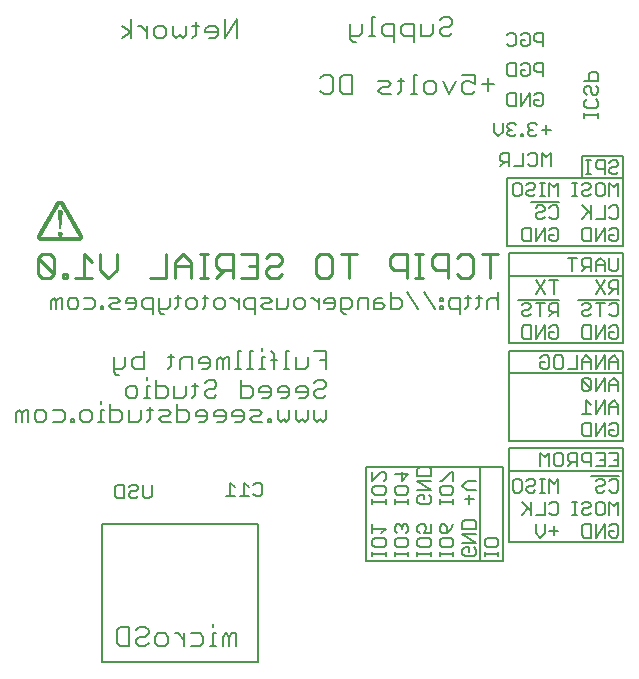
<source format=gbo>
G75*
G70*
%OFA0B0*%
%FSLAX24Y24*%
%IPPOS*%
%LPD*%
%AMOC8*
5,1,8,0,0,1.08239X$1,22.5*
%
%ADD10C,0.0050*%
%ADD11C,0.0070*%
%ADD12C,0.0060*%
%ADD13C,0.0090*%
%ADD14C,0.0080*%
%ADD15R,0.0006X0.0006*%
%ADD16R,0.0006X0.0006*%
%ADD17R,0.0006X0.0006*%
%ADD18R,0.0006X0.0006*%
D10*
X004895Y005060D02*
X004895Y009660D01*
X010095Y009660D01*
X010095Y005060D01*
X004895Y005060D01*
X005414Y010525D02*
X005339Y010600D01*
X005339Y010900D01*
X005414Y010975D01*
X005639Y010975D01*
X005639Y010525D01*
X005414Y010525D01*
X005799Y010600D02*
X005875Y010525D01*
X006025Y010525D01*
X006100Y010600D01*
X006260Y010600D02*
X006260Y010975D01*
X006100Y010900D02*
X006100Y010825D01*
X006025Y010750D01*
X005875Y010750D01*
X005799Y010675D01*
X005799Y010600D01*
X005799Y010900D02*
X005875Y010975D01*
X006025Y010975D01*
X006100Y010900D01*
X006260Y010600D02*
X006335Y010525D01*
X006485Y010525D01*
X006560Y010600D01*
X006560Y010975D01*
X009030Y010585D02*
X009330Y010585D01*
X009180Y010585D02*
X009180Y011035D01*
X009330Y010885D01*
X009491Y010585D02*
X009791Y010585D01*
X009641Y010585D02*
X009641Y011035D01*
X009791Y010885D01*
X009951Y010960D02*
X010026Y011035D01*
X010176Y011035D01*
X010251Y010960D01*
X010251Y010660D01*
X010176Y010585D01*
X010026Y010585D01*
X009951Y010660D01*
X013920Y010716D02*
X013920Y010867D01*
X013995Y010942D01*
X014295Y010942D01*
X014370Y010867D01*
X014370Y010716D01*
X014295Y010641D01*
X013995Y010641D01*
X013920Y010716D01*
X013920Y010485D02*
X013920Y010335D01*
X013920Y010410D02*
X014370Y010410D01*
X014370Y010335D02*
X014370Y010485D01*
X014670Y010485D02*
X014670Y010335D01*
X014670Y010410D02*
X015120Y010410D01*
X015120Y010335D02*
X015120Y010485D01*
X015045Y010641D02*
X015120Y010716D01*
X015120Y010867D01*
X015045Y010942D01*
X014745Y010942D01*
X014670Y010867D01*
X014670Y010716D01*
X014745Y010641D01*
X015045Y010641D01*
X015420Y010560D02*
X015420Y010410D01*
X015495Y010335D01*
X015795Y010335D01*
X015870Y010410D01*
X015870Y010560D01*
X015795Y010635D01*
X015645Y010635D02*
X015645Y010485D01*
X015645Y010635D02*
X015495Y010635D01*
X015420Y010560D01*
X015420Y010795D02*
X015870Y010795D01*
X015420Y011095D01*
X015870Y011095D01*
X015870Y011255D02*
X015870Y011480D01*
X015795Y011555D01*
X015495Y011555D01*
X015420Y011480D01*
X015420Y011255D01*
X015870Y011255D01*
X016170Y011102D02*
X016245Y011102D01*
X016545Y011402D01*
X016620Y011402D01*
X016620Y011102D01*
X016545Y010942D02*
X016245Y010942D01*
X016170Y010867D01*
X016170Y010716D01*
X016245Y010641D01*
X016545Y010641D01*
X016620Y010716D01*
X016620Y010867D01*
X016545Y010942D01*
X016920Y010945D02*
X017070Y011095D01*
X017370Y011095D01*
X017370Y010795D02*
X017070Y010795D01*
X016920Y010945D01*
X017145Y010635D02*
X017145Y010335D01*
X017295Y010485D02*
X016995Y010485D01*
X016620Y010485D02*
X016620Y010335D01*
X016620Y010410D02*
X016170Y010410D01*
X016170Y010335D02*
X016170Y010485D01*
X015120Y011327D02*
X014895Y011102D01*
X014895Y011402D01*
X014670Y011327D02*
X015120Y011327D01*
X014370Y011327D02*
X014370Y011177D01*
X014295Y011102D01*
X014370Y011327D02*
X014295Y011402D01*
X014220Y011402D01*
X013920Y011102D01*
X013920Y011402D01*
X013920Y009652D02*
X013920Y009352D01*
X013920Y009502D02*
X014370Y009502D01*
X014220Y009352D01*
X014295Y009192D02*
X013995Y009192D01*
X013920Y009117D01*
X013920Y008966D01*
X013995Y008891D01*
X014295Y008891D01*
X014370Y008966D01*
X014370Y009117D01*
X014295Y009192D01*
X014670Y009117D02*
X014745Y009192D01*
X015045Y009192D01*
X015120Y009117D01*
X015120Y008966D01*
X015045Y008891D01*
X014745Y008891D01*
X014670Y008966D01*
X014670Y009117D01*
X014745Y009352D02*
X014670Y009427D01*
X014670Y009577D01*
X014745Y009652D01*
X014820Y009652D01*
X014895Y009577D01*
X014895Y009502D01*
X014895Y009577D02*
X014970Y009652D01*
X015045Y009652D01*
X015120Y009577D01*
X015120Y009427D01*
X015045Y009352D01*
X015420Y009427D02*
X015420Y009577D01*
X015495Y009652D01*
X015645Y009652D01*
X015720Y009577D01*
X015720Y009502D01*
X015645Y009352D01*
X015870Y009352D01*
X015870Y009652D01*
X016170Y009577D02*
X016170Y009427D01*
X016245Y009352D01*
X016395Y009352D01*
X016395Y009577D01*
X016320Y009652D01*
X016245Y009652D01*
X016170Y009577D01*
X016395Y009352D02*
X016545Y009502D01*
X016620Y009652D01*
X016920Y009730D02*
X016920Y009505D01*
X017370Y009505D01*
X017370Y009730D01*
X017295Y009805D01*
X016995Y009805D01*
X016920Y009730D01*
X016920Y009345D02*
X017370Y009345D01*
X017370Y009045D02*
X016920Y009045D01*
X016995Y008885D02*
X017145Y008885D01*
X017145Y008735D01*
X016995Y008885D02*
X016920Y008810D01*
X016920Y008660D01*
X016995Y008585D01*
X017295Y008585D01*
X017370Y008660D01*
X017370Y008810D01*
X017295Y008885D01*
X017370Y009045D02*
X016920Y009345D01*
X016620Y009117D02*
X016545Y009192D01*
X016245Y009192D01*
X016170Y009117D01*
X016170Y008966D01*
X016245Y008891D01*
X016545Y008891D01*
X016620Y008966D01*
X016620Y009117D01*
X016620Y008735D02*
X016620Y008585D01*
X016620Y008660D02*
X016170Y008660D01*
X016170Y008585D02*
X016170Y008735D01*
X015870Y008735D02*
X015870Y008585D01*
X015870Y008660D02*
X015420Y008660D01*
X015420Y008585D02*
X015420Y008735D01*
X015495Y008891D02*
X015420Y008966D01*
X015420Y009117D01*
X015495Y009192D01*
X015795Y009192D01*
X015870Y009117D01*
X015870Y008966D01*
X015795Y008891D01*
X015495Y008891D01*
X015120Y008735D02*
X015120Y008585D01*
X015120Y008660D02*
X014670Y008660D01*
X014670Y008585D02*
X014670Y008735D01*
X014370Y008735D02*
X014370Y008585D01*
X014370Y008660D02*
X013920Y008660D01*
X013920Y008585D02*
X013920Y008735D01*
X015420Y009427D02*
X015495Y009352D01*
X017670Y009117D02*
X017745Y009192D01*
X018045Y009192D01*
X018120Y009117D01*
X018120Y008966D01*
X018045Y008891D01*
X017745Y008891D01*
X017670Y008966D01*
X017670Y009117D01*
X017670Y008735D02*
X017670Y008585D01*
X017670Y008660D02*
X018120Y008660D01*
X018120Y008585D02*
X018120Y008735D01*
X019359Y009360D02*
X019359Y009660D01*
X019359Y009960D02*
X019660Y009960D01*
X019660Y010410D01*
X019820Y010335D02*
X019895Y010410D01*
X020045Y010410D01*
X020120Y010335D01*
X020120Y010035D01*
X020045Y009960D01*
X019895Y009960D01*
X019820Y010035D01*
X019660Y009660D02*
X019660Y009360D01*
X019510Y009210D01*
X019359Y009360D01*
X019820Y009435D02*
X020120Y009435D01*
X019970Y009585D02*
X019970Y009285D01*
X020589Y009960D02*
X020739Y009960D01*
X020664Y009960D02*
X020664Y010410D01*
X020739Y010410D02*
X020589Y010410D01*
X020899Y010335D02*
X020974Y010410D01*
X021124Y010410D01*
X021199Y010335D01*
X021199Y010260D01*
X021124Y010185D01*
X020974Y010185D01*
X020899Y010110D01*
X020899Y010035D01*
X020974Y009960D01*
X021124Y009960D01*
X021199Y010035D01*
X021359Y010035D02*
X021359Y010335D01*
X021435Y010410D01*
X021585Y010410D01*
X021660Y010335D01*
X021660Y010035D01*
X021585Y009960D01*
X021435Y009960D01*
X021359Y010035D01*
X021359Y009660D02*
X021359Y009209D01*
X021660Y009660D01*
X021660Y009209D01*
X021820Y009285D02*
X021895Y009209D01*
X022045Y009209D01*
X022120Y009285D01*
X022120Y009585D01*
X022045Y009660D01*
X021895Y009660D01*
X021820Y009585D01*
X021820Y009435D02*
X021970Y009435D01*
X021820Y009435D02*
X021820Y009285D01*
X021199Y009209D02*
X020974Y009209D01*
X020899Y009285D01*
X020899Y009585D01*
X020974Y009660D01*
X021199Y009660D01*
X021199Y009209D01*
X021820Y009960D02*
X021820Y010410D01*
X021970Y010260D01*
X022120Y010410D01*
X022120Y009960D01*
X022045Y010710D02*
X021895Y010710D01*
X021820Y010785D01*
X021660Y010785D02*
X021585Y010710D01*
X021435Y010710D01*
X021359Y010785D01*
X021359Y010860D01*
X021435Y010935D01*
X021585Y010935D01*
X021660Y011010D01*
X021660Y011085D01*
X021585Y011160D01*
X021435Y011160D01*
X021359Y011085D01*
X021224Y011260D02*
X022145Y011260D01*
X022045Y011160D02*
X022120Y011085D01*
X022120Y010785D01*
X022045Y010710D01*
X021820Y011085D02*
X021895Y011160D01*
X022045Y011160D01*
X022120Y011585D02*
X021820Y011585D01*
X021660Y011585D02*
X021359Y011585D01*
X021199Y011585D02*
X021199Y012035D01*
X020974Y012035D01*
X020899Y011960D01*
X020899Y011810D01*
X020974Y011735D01*
X021199Y011735D01*
X021510Y011810D02*
X021660Y011810D01*
X021660Y012035D02*
X021359Y012035D01*
X021660Y012035D02*
X021660Y011585D01*
X021970Y011810D02*
X022120Y011810D01*
X022120Y012035D02*
X021820Y012035D01*
X022120Y012035D02*
X022120Y011585D01*
X020739Y011585D02*
X020739Y012035D01*
X020514Y012035D01*
X020439Y011960D01*
X020439Y011810D01*
X020514Y011735D01*
X020739Y011735D01*
X020589Y011735D02*
X020439Y011585D01*
X020279Y011660D02*
X020204Y011585D01*
X020053Y011585D01*
X019978Y011660D01*
X019978Y011960D01*
X020053Y012035D01*
X020204Y012035D01*
X020279Y011960D01*
X020279Y011660D01*
X019818Y011585D02*
X019818Y012035D01*
X019668Y011885D01*
X019518Y012035D01*
X019518Y011585D01*
X019510Y011160D02*
X019660Y011160D01*
X019585Y011160D02*
X019585Y010710D01*
X019660Y010710D02*
X019510Y010710D01*
X019353Y010785D02*
X019278Y010710D01*
X019128Y010710D01*
X019053Y010785D01*
X019053Y010860D01*
X019128Y010935D01*
X019278Y010935D01*
X019353Y011010D01*
X019353Y011085D01*
X019278Y011160D01*
X019128Y011160D01*
X019053Y011085D01*
X018892Y011085D02*
X018892Y010785D01*
X018817Y010710D01*
X018667Y010710D01*
X018592Y010785D01*
X018592Y011085D01*
X018667Y011160D01*
X018817Y011160D01*
X018892Y011085D01*
X018899Y010410D02*
X019199Y010110D01*
X019124Y010185D02*
X018899Y009960D01*
X019199Y009960D02*
X019199Y010410D01*
X019820Y010710D02*
X019820Y011160D01*
X019970Y011010D01*
X020120Y011160D01*
X020120Y010710D01*
X020974Y012585D02*
X020899Y012660D01*
X020899Y012960D01*
X020974Y013035D01*
X021199Y013035D01*
X021199Y012585D01*
X020974Y012585D01*
X021359Y012585D02*
X021359Y013035D01*
X021359Y013335D02*
X021359Y013785D01*
X021199Y013635D02*
X021049Y013785D01*
X021049Y013335D01*
X021199Y013335D02*
X020899Y013335D01*
X021359Y013335D02*
X021660Y013785D01*
X021660Y013335D01*
X021820Y013335D02*
X021820Y013635D01*
X021970Y013785D01*
X022120Y013635D01*
X022120Y013335D01*
X022120Y013560D02*
X021820Y013560D01*
X021820Y014085D02*
X021820Y014385D01*
X021970Y014535D01*
X022120Y014385D01*
X022120Y014085D01*
X022120Y014310D02*
X021820Y014310D01*
X021660Y014085D02*
X021660Y014535D01*
X021359Y014085D01*
X021359Y014535D01*
X021199Y014460D02*
X021124Y014535D01*
X020974Y014535D01*
X020899Y014460D01*
X021199Y014160D01*
X021124Y014085D01*
X020974Y014085D01*
X020899Y014160D01*
X020899Y014460D01*
X021199Y014460D02*
X021199Y014160D01*
X021199Y014835D02*
X021199Y015135D01*
X021049Y015285D01*
X020899Y015135D01*
X020899Y014835D01*
X020739Y014835D02*
X020439Y014835D01*
X020279Y014910D02*
X020204Y014835D01*
X020053Y014835D01*
X019978Y014910D01*
X019978Y015210D01*
X020053Y015285D01*
X020204Y015285D01*
X020279Y015210D01*
X020279Y014910D01*
X019818Y014910D02*
X019743Y014835D01*
X019593Y014835D01*
X019518Y014910D01*
X019518Y015060D01*
X019668Y015060D01*
X019518Y015210D02*
X019593Y015285D01*
X019743Y015285D01*
X019818Y015210D01*
X019818Y014910D01*
X020739Y014835D02*
X020739Y015285D01*
X020899Y015060D02*
X021199Y015060D01*
X021359Y014835D02*
X021359Y015285D01*
X021660Y015285D02*
X021359Y014835D01*
X021660Y014835D02*
X021660Y015285D01*
X021820Y015135D02*
X021820Y014835D01*
X021820Y015060D02*
X022120Y015060D01*
X022120Y015135D02*
X021970Y015285D01*
X021820Y015135D01*
X022120Y015135D02*
X022120Y014835D01*
X022045Y015835D02*
X021895Y015835D01*
X021820Y015910D01*
X021820Y016060D01*
X021970Y016060D01*
X022120Y016210D02*
X022120Y015910D01*
X022045Y015835D01*
X022120Y016210D02*
X022045Y016285D01*
X021895Y016285D01*
X021820Y016210D01*
X021660Y016285D02*
X021359Y015835D01*
X021359Y016285D01*
X021199Y016285D02*
X020974Y016285D01*
X020899Y016210D01*
X020899Y015910D01*
X020974Y015835D01*
X021199Y015835D01*
X021199Y016285D01*
X021124Y016585D02*
X020974Y016585D01*
X020899Y016660D01*
X020899Y016735D01*
X020974Y016810D01*
X021124Y016810D01*
X021199Y016885D01*
X021199Y016960D01*
X021124Y017035D01*
X020974Y017035D01*
X020899Y016960D01*
X020764Y017135D02*
X022145Y017135D01*
X022045Y017035D02*
X022120Y016960D01*
X022120Y016660D01*
X022045Y016585D01*
X021895Y016585D01*
X021820Y016660D01*
X021820Y016960D02*
X021895Y017035D01*
X022045Y017035D01*
X022120Y017335D02*
X022120Y017785D01*
X021895Y017785D01*
X021820Y017710D01*
X021820Y017560D01*
X021895Y017485D01*
X022120Y017485D01*
X021970Y017485D02*
X021820Y017335D01*
X021660Y017335D02*
X021359Y017785D01*
X021359Y018085D02*
X021359Y018385D01*
X021510Y018535D01*
X021660Y018385D01*
X021660Y018085D01*
X021820Y018160D02*
X021820Y018535D01*
X021660Y018310D02*
X021359Y018310D01*
X021199Y018235D02*
X020974Y018235D01*
X020899Y018310D01*
X020899Y018460D01*
X020974Y018535D01*
X021199Y018535D01*
X021199Y018085D01*
X021049Y018235D02*
X020899Y018085D01*
X020589Y018085D02*
X020589Y018535D01*
X020739Y018535D02*
X020439Y018535D01*
X020045Y019085D02*
X019895Y019085D01*
X019820Y019160D01*
X019820Y019310D01*
X019970Y019310D01*
X020120Y019460D02*
X020120Y019160D01*
X020045Y019085D01*
X019660Y019085D02*
X019660Y019535D01*
X019359Y019085D01*
X019359Y019535D01*
X019199Y019535D02*
X018974Y019535D01*
X018899Y019460D01*
X018899Y019160D01*
X018974Y019085D01*
X019199Y019085D01*
X019199Y019535D01*
X019435Y019835D02*
X019359Y019910D01*
X019359Y019985D01*
X019435Y020060D01*
X019585Y020060D01*
X019660Y020135D01*
X019660Y020210D01*
X019585Y020285D01*
X019435Y020285D01*
X019359Y020210D01*
X019224Y020385D02*
X020145Y020385D01*
X020045Y020285D02*
X020120Y020210D01*
X020120Y019910D01*
X020045Y019835D01*
X019895Y019835D01*
X019820Y019910D01*
X019660Y019910D02*
X019585Y019835D01*
X019435Y019835D01*
X019820Y020210D02*
X019895Y020285D01*
X020045Y020285D01*
X020120Y020585D02*
X020120Y021035D01*
X019970Y020885D01*
X019820Y021035D01*
X019820Y020585D01*
X019660Y020585D02*
X019510Y020585D01*
X019585Y020585D02*
X019585Y021035D01*
X019660Y021035D02*
X019510Y021035D01*
X019353Y020960D02*
X019353Y020885D01*
X019278Y020810D01*
X019128Y020810D01*
X019053Y020735D01*
X019053Y020660D01*
X019128Y020585D01*
X019278Y020585D01*
X019353Y020660D01*
X019353Y020960D02*
X019278Y021035D01*
X019128Y021035D01*
X019053Y020960D01*
X018892Y020960D02*
X018892Y020660D01*
X018817Y020585D01*
X018667Y020585D01*
X018592Y020660D01*
X018592Y020960D01*
X018667Y021035D01*
X018817Y021035D01*
X018892Y020960D01*
X018949Y021585D02*
X018649Y021585D01*
X018489Y021585D02*
X018489Y022035D01*
X018264Y022035D01*
X018189Y021960D01*
X018189Y021810D01*
X018264Y021735D01*
X018489Y021735D01*
X018339Y021735D02*
X018189Y021585D01*
X018949Y021585D02*
X018949Y022035D01*
X019109Y021960D02*
X019185Y022035D01*
X019335Y022035D01*
X019410Y021960D01*
X019410Y021660D01*
X019335Y021585D01*
X019185Y021585D01*
X019109Y021660D01*
X019570Y021585D02*
X019570Y022035D01*
X019720Y021885D01*
X019870Y022035D01*
X019870Y021585D01*
X020589Y021035D02*
X020739Y021035D01*
X020664Y021035D02*
X020664Y020585D01*
X020739Y020585D02*
X020589Y020585D01*
X020899Y020660D02*
X020974Y020585D01*
X021124Y020585D01*
X021199Y020660D01*
X021359Y020660D02*
X021359Y020960D01*
X021435Y021035D01*
X021585Y021035D01*
X021660Y020960D01*
X021660Y020660D01*
X021585Y020585D01*
X021435Y020585D01*
X021359Y020660D01*
X021199Y020885D02*
X021124Y020810D01*
X020974Y020810D01*
X020899Y020735D01*
X020899Y020660D01*
X020899Y020960D02*
X020974Y021035D01*
X021124Y021035D01*
X021199Y020960D01*
X021199Y020885D01*
X021199Y021335D02*
X021049Y021335D01*
X021124Y021335D02*
X021124Y021785D01*
X021199Y021785D02*
X021049Y021785D01*
X021359Y021710D02*
X021359Y021560D01*
X021435Y021485D01*
X021660Y021485D01*
X021660Y021335D02*
X021660Y021785D01*
X021435Y021785D01*
X021359Y021710D01*
X021820Y021710D02*
X021895Y021785D01*
X022045Y021785D01*
X022120Y021710D01*
X022120Y021635D01*
X022045Y021560D01*
X021895Y021560D01*
X021820Y021485D01*
X021820Y021410D01*
X021895Y021335D01*
X022045Y021335D01*
X022120Y021410D01*
X022120Y021035D02*
X021970Y020885D01*
X021820Y021035D01*
X021820Y020585D01*
X022120Y020585D02*
X022120Y021035D01*
X022045Y020285D02*
X021895Y020285D01*
X021820Y020210D01*
X021660Y020285D02*
X021660Y019835D01*
X021359Y019835D01*
X021199Y019835D02*
X021199Y020285D01*
X021124Y020060D02*
X020899Y019835D01*
X020974Y019535D02*
X021199Y019535D01*
X021199Y019085D01*
X020974Y019085D01*
X020899Y019160D01*
X020899Y019460D01*
X020974Y019535D01*
X021359Y019535D02*
X021359Y019085D01*
X021660Y019535D01*
X021660Y019085D01*
X021820Y019160D02*
X021895Y019085D01*
X022045Y019085D01*
X022120Y019160D01*
X022120Y019460D01*
X022045Y019535D01*
X021895Y019535D01*
X021820Y019460D01*
X021820Y019310D02*
X021970Y019310D01*
X021820Y019310D02*
X021820Y019160D01*
X021895Y019835D02*
X021820Y019910D01*
X021895Y019835D02*
X022045Y019835D01*
X022120Y019910D01*
X022120Y020210D01*
X022045Y020285D01*
X021199Y019985D02*
X020899Y020285D01*
X020120Y019460D02*
X020045Y019535D01*
X019895Y019535D01*
X019820Y019460D01*
X021820Y018160D02*
X021895Y018085D01*
X022045Y018085D01*
X022120Y018160D01*
X022120Y018535D01*
X021660Y017785D02*
X021359Y017335D01*
X021359Y017035D02*
X021660Y017035D01*
X021510Y017035D02*
X021510Y016585D01*
X021199Y016660D02*
X021124Y016585D01*
X021660Y016285D02*
X021660Y015835D01*
X020120Y015910D02*
X020045Y015835D01*
X019895Y015835D01*
X019820Y015910D01*
X019820Y016060D01*
X019970Y016060D01*
X020120Y016210D02*
X020120Y015910D01*
X020120Y016210D02*
X020045Y016285D01*
X019895Y016285D01*
X019820Y016210D01*
X019660Y016285D02*
X019660Y015835D01*
X019359Y015835D02*
X019359Y016285D01*
X019199Y016285D02*
X018974Y016285D01*
X018899Y016210D01*
X018899Y015910D01*
X018974Y015835D01*
X019199Y015835D01*
X019199Y016285D01*
X019124Y016585D02*
X019199Y016660D01*
X019124Y016585D02*
X018974Y016585D01*
X018899Y016660D01*
X018899Y016735D01*
X018974Y016810D01*
X019124Y016810D01*
X019199Y016885D01*
X019199Y016960D01*
X019124Y017035D01*
X018974Y017035D01*
X018899Y016960D01*
X018764Y017135D02*
X020145Y017135D01*
X020120Y017035D02*
X019895Y017035D01*
X019820Y016960D01*
X019820Y016810D01*
X019895Y016735D01*
X020120Y016735D01*
X019970Y016735D02*
X019820Y016585D01*
X020120Y016585D02*
X020120Y017035D01*
X019970Y017335D02*
X019970Y017785D01*
X020120Y017785D02*
X019820Y017785D01*
X019660Y017785D02*
X019359Y017335D01*
X019359Y017035D02*
X019660Y017035D01*
X019510Y017035D02*
X019510Y016585D01*
X019660Y016285D02*
X019359Y015835D01*
X019660Y017335D02*
X019359Y017785D01*
X019335Y022585D02*
X019410Y022660D01*
X019335Y022585D02*
X019185Y022585D01*
X019109Y022660D01*
X019109Y022735D01*
X019185Y022810D01*
X019260Y022810D01*
X019185Y022810D02*
X019109Y022885D01*
X019109Y022960D01*
X019185Y023035D01*
X019335Y023035D01*
X019410Y022960D01*
X019570Y022810D02*
X019870Y022810D01*
X019720Y022960D02*
X019720Y022660D01*
X018949Y022660D02*
X018874Y022660D01*
X018874Y022585D01*
X018949Y022585D01*
X018949Y022660D01*
X018719Y022660D02*
X018644Y022585D01*
X018494Y022585D01*
X018419Y022660D01*
X018419Y022735D01*
X018494Y022810D01*
X018569Y022810D01*
X018494Y022810D02*
X018419Y022885D01*
X018419Y022960D01*
X018494Y023035D01*
X018644Y023035D01*
X018719Y022960D01*
X018259Y023035D02*
X018259Y022735D01*
X018109Y022585D01*
X017959Y022735D01*
X017959Y023035D01*
X018474Y023585D02*
X018399Y023660D01*
X018399Y023960D01*
X018474Y024035D01*
X018699Y024035D01*
X018699Y023585D01*
X018474Y023585D01*
X018859Y023585D02*
X018859Y024035D01*
X019160Y024035D02*
X018859Y023585D01*
X019160Y023585D02*
X019160Y024035D01*
X019320Y023960D02*
X019395Y024035D01*
X019545Y024035D01*
X019620Y023960D01*
X019620Y023660D01*
X019545Y023585D01*
X019395Y023585D01*
X019320Y023660D01*
X019320Y023810D01*
X019470Y023810D01*
X019620Y024585D02*
X019620Y025035D01*
X019395Y025035D01*
X019320Y024960D01*
X019320Y024810D01*
X019395Y024735D01*
X019620Y024735D01*
X019160Y024660D02*
X019160Y024960D01*
X019085Y025035D01*
X018935Y025035D01*
X018859Y024960D01*
X018859Y024810D02*
X019010Y024810D01*
X018859Y024810D02*
X018859Y024660D01*
X018935Y024585D01*
X019085Y024585D01*
X019160Y024660D01*
X018699Y024585D02*
X018699Y025035D01*
X018474Y025035D01*
X018399Y024960D01*
X018399Y024660D01*
X018474Y024585D01*
X018699Y024585D01*
X018624Y025585D02*
X018474Y025585D01*
X018399Y025660D01*
X018624Y025585D02*
X018699Y025660D01*
X018699Y025960D01*
X018624Y026035D01*
X018474Y026035D01*
X018399Y025960D01*
X018859Y025960D02*
X018935Y026035D01*
X019085Y026035D01*
X019160Y025960D01*
X019160Y025660D01*
X019085Y025585D01*
X018935Y025585D01*
X018859Y025660D01*
X018859Y025810D01*
X019010Y025810D01*
X019320Y025810D02*
X019395Y025735D01*
X019620Y025735D01*
X019620Y025585D02*
X019620Y026035D01*
X019395Y026035D01*
X019320Y025960D01*
X019320Y025810D01*
X021133Y024662D02*
X021133Y024437D01*
X020983Y024437D02*
X021433Y024437D01*
X021433Y024662D01*
X021358Y024737D01*
X021208Y024737D01*
X021133Y024662D01*
X021133Y024277D02*
X021058Y024277D01*
X020983Y024202D01*
X020983Y024052D01*
X021058Y023977D01*
X021058Y023817D02*
X020983Y023742D01*
X020983Y023591D01*
X021058Y023516D01*
X021358Y023516D01*
X021433Y023591D01*
X021433Y023742D01*
X021358Y023817D01*
X021358Y023977D02*
X021283Y023977D01*
X021208Y024052D01*
X021208Y024202D01*
X021133Y024277D01*
X021358Y024277D02*
X021433Y024202D01*
X021433Y024052D01*
X021358Y023977D01*
X021433Y023360D02*
X021433Y023210D01*
X021433Y023285D02*
X020983Y023285D01*
X020983Y023210D02*
X020983Y023360D01*
X021660Y013035D02*
X021359Y012585D01*
X021660Y012585D02*
X021660Y013035D01*
X021820Y012960D02*
X021895Y013035D01*
X022045Y013035D01*
X022120Y012960D01*
X022120Y012660D01*
X022045Y012585D01*
X021895Y012585D01*
X021820Y012660D01*
X021820Y012810D01*
X021970Y012810D01*
D11*
X012370Y013163D02*
X012272Y013065D01*
X012173Y013163D01*
X012075Y013065D01*
X011976Y013163D01*
X011976Y013458D01*
X011762Y013458D02*
X011762Y013163D01*
X011664Y013065D01*
X011566Y013163D01*
X011467Y013065D01*
X011369Y013163D01*
X011369Y013458D01*
X011155Y013458D02*
X011155Y013163D01*
X011056Y013065D01*
X010958Y013163D01*
X010859Y013065D01*
X010761Y013163D01*
X010761Y013458D01*
X010547Y013163D02*
X010449Y013163D01*
X010449Y013065D01*
X010547Y013065D01*
X010547Y013163D01*
X010243Y013065D02*
X009948Y013065D01*
X009849Y013163D01*
X009948Y013261D01*
X010145Y013261D01*
X010243Y013360D01*
X010145Y013458D01*
X009849Y013458D01*
X009635Y013360D02*
X009537Y013458D01*
X009340Y013458D01*
X009242Y013360D01*
X009242Y013261D01*
X009635Y013261D01*
X009635Y013163D02*
X009635Y013360D01*
X009635Y013163D02*
X009537Y013065D01*
X009340Y013065D01*
X009028Y013163D02*
X009028Y013360D01*
X008929Y013458D01*
X008732Y013458D01*
X008634Y013360D01*
X008634Y013261D01*
X009028Y013261D01*
X009028Y013163D02*
X008929Y013065D01*
X008732Y013065D01*
X008420Y013163D02*
X008420Y013360D01*
X008321Y013458D01*
X008125Y013458D01*
X008026Y013360D01*
X008026Y013261D01*
X008420Y013261D01*
X008420Y013163D02*
X008321Y013065D01*
X008125Y013065D01*
X007812Y013163D02*
X007812Y013360D01*
X007714Y013458D01*
X007419Y013458D01*
X007419Y013655D02*
X007419Y013065D01*
X007714Y013065D01*
X007812Y013163D01*
X007204Y013065D02*
X006909Y013065D01*
X006811Y013163D01*
X006909Y013261D01*
X007106Y013261D01*
X007204Y013360D01*
X007106Y013458D01*
X006811Y013458D01*
X006597Y013458D02*
X006400Y013458D01*
X006498Y013557D02*
X006498Y013163D01*
X006400Y013065D01*
X006192Y013163D02*
X006093Y013065D01*
X005798Y013065D01*
X005798Y013458D01*
X005584Y013360D02*
X005486Y013458D01*
X005190Y013458D01*
X005190Y013655D02*
X005190Y013065D01*
X005486Y013065D01*
X005584Y013163D01*
X005584Y013360D01*
X004976Y013458D02*
X004878Y013458D01*
X004878Y013065D01*
X004976Y013065D02*
X004779Y013065D01*
X004571Y013163D02*
X004473Y013065D01*
X004276Y013065D01*
X004177Y013163D01*
X004177Y013360D01*
X004276Y013458D01*
X004473Y013458D01*
X004571Y013360D01*
X004571Y013163D01*
X004878Y013655D02*
X004878Y013753D01*
X005697Y013963D02*
X005697Y014160D01*
X005795Y014258D01*
X005992Y014258D01*
X006090Y014160D01*
X006090Y013963D01*
X005992Y013865D01*
X005795Y013865D01*
X005697Y013963D01*
X006299Y013865D02*
X006495Y013865D01*
X006397Y013865D02*
X006397Y014258D01*
X006495Y014258D01*
X006710Y014258D02*
X007005Y014258D01*
X007103Y014160D01*
X007103Y013963D01*
X007005Y013865D01*
X006710Y013865D01*
X006710Y014455D01*
X006397Y014455D02*
X006397Y014553D01*
X006293Y014825D02*
X005998Y014825D01*
X005899Y014923D01*
X005899Y015120D01*
X005998Y015218D01*
X006293Y015218D01*
X006293Y015415D02*
X006293Y014825D01*
X005685Y014923D02*
X005587Y014825D01*
X005292Y014825D01*
X005292Y014726D02*
X005390Y014628D01*
X005489Y014628D01*
X005292Y014726D02*
X005292Y015218D01*
X005685Y015218D02*
X005685Y014923D01*
X007109Y014825D02*
X007207Y014923D01*
X007207Y015317D01*
X007109Y015218D02*
X007306Y015218D01*
X007520Y015120D02*
X007520Y014825D01*
X007520Y015120D02*
X007618Y015218D01*
X007914Y015218D01*
X007914Y014825D01*
X008128Y015021D02*
X008521Y015021D01*
X008521Y014923D02*
X008521Y015120D01*
X008423Y015218D01*
X008226Y015218D01*
X008128Y015120D01*
X008128Y015021D01*
X008226Y014825D02*
X008423Y014825D01*
X008521Y014923D01*
X008735Y014825D02*
X008735Y015120D01*
X008834Y015218D01*
X008932Y015120D01*
X008932Y014825D01*
X009129Y014825D02*
X009129Y015218D01*
X009031Y015218D01*
X008932Y015120D01*
X009337Y014825D02*
X009534Y014825D01*
X009436Y014825D02*
X009436Y015415D01*
X009534Y015415D01*
X009841Y015415D02*
X009841Y014825D01*
X009939Y014825D02*
X009742Y014825D01*
X010148Y014825D02*
X010344Y014825D01*
X010246Y014825D02*
X010246Y015218D01*
X010344Y015218D01*
X010246Y015415D02*
X010246Y015513D01*
X010553Y015415D02*
X010651Y015317D01*
X010651Y014825D01*
X010958Y014825D02*
X011155Y014825D01*
X011056Y014825D02*
X011056Y015415D01*
X011155Y015415D01*
X011369Y015218D02*
X011369Y014825D01*
X011664Y014825D01*
X011762Y014923D01*
X011762Y015218D01*
X011976Y015415D02*
X012370Y015415D01*
X012370Y014825D01*
X012370Y015120D02*
X012173Y015120D01*
X012075Y014455D02*
X011976Y014357D01*
X012075Y014455D02*
X012272Y014455D01*
X012370Y014357D01*
X012370Y014258D01*
X012272Y014160D01*
X012075Y014160D01*
X011976Y014061D01*
X011976Y013963D01*
X012075Y013865D01*
X012272Y013865D01*
X012370Y013963D01*
X012370Y013458D02*
X012370Y013163D01*
X011664Y013865D02*
X011467Y013865D01*
X011664Y013865D02*
X011762Y013963D01*
X011762Y014160D01*
X011664Y014258D01*
X011467Y014258D01*
X011369Y014160D01*
X011369Y014061D01*
X011762Y014061D01*
X011155Y014061D02*
X010761Y014061D01*
X010761Y014160D01*
X010859Y014258D01*
X011056Y014258D01*
X011155Y014160D01*
X011155Y013963D01*
X011056Y013865D01*
X010859Y013865D01*
X010547Y013963D02*
X010547Y014160D01*
X010449Y014258D01*
X010252Y014258D01*
X010153Y014160D01*
X010153Y014061D01*
X010547Y014061D01*
X010547Y013963D02*
X010449Y013865D01*
X010252Y013865D01*
X009939Y013963D02*
X009939Y014160D01*
X009841Y014258D01*
X009546Y014258D01*
X009546Y014455D02*
X009546Y013865D01*
X009841Y013865D01*
X009939Y013963D01*
X008724Y013963D02*
X008625Y013865D01*
X008429Y013865D01*
X008330Y013963D01*
X008330Y014061D01*
X008429Y014160D01*
X008625Y014160D01*
X008724Y014258D01*
X008724Y014357D01*
X008625Y014455D01*
X008429Y014455D01*
X008330Y014357D01*
X008116Y014258D02*
X007919Y014258D01*
X008018Y014357D02*
X008018Y013963D01*
X007919Y013865D01*
X007711Y013963D02*
X007711Y014258D01*
X007711Y013963D02*
X007613Y013865D01*
X007317Y013865D01*
X007317Y014258D01*
X006192Y013458D02*
X006192Y013163D01*
X003963Y013163D02*
X003963Y013065D01*
X003865Y013065D01*
X003865Y013163D01*
X003963Y013163D01*
X003659Y013163D02*
X003561Y013065D01*
X003266Y013065D01*
X003052Y013163D02*
X002953Y013065D01*
X002757Y013065D01*
X002658Y013163D01*
X002658Y013360D01*
X002757Y013458D01*
X002953Y013458D01*
X003052Y013360D01*
X003052Y013163D01*
X003266Y013458D02*
X003561Y013458D01*
X003659Y013360D01*
X003659Y013163D01*
X002444Y013065D02*
X002444Y013458D01*
X002346Y013458D01*
X002247Y013360D01*
X002149Y013458D01*
X002050Y013360D01*
X002050Y013065D01*
X002247Y013065D02*
X002247Y013360D01*
X009841Y015415D02*
X009939Y015415D01*
X010553Y015120D02*
X010749Y015120D01*
X008610Y006330D02*
X008610Y006225D01*
X008610Y006015D02*
X008610Y005595D01*
X008505Y005595D02*
X008716Y005595D01*
X008940Y005595D02*
X008940Y005910D01*
X009045Y006015D01*
X009150Y005910D01*
X009150Y005595D01*
X009360Y005595D02*
X009360Y006015D01*
X009255Y006015D01*
X009150Y005910D01*
X008716Y006015D02*
X008610Y006015D01*
X008286Y005910D02*
X008286Y005700D01*
X008181Y005595D01*
X007865Y005595D01*
X007641Y005595D02*
X007641Y006015D01*
X007431Y006015D02*
X007326Y006015D01*
X007431Y006015D02*
X007641Y005805D01*
X007865Y006015D02*
X008181Y006015D01*
X008286Y005910D01*
X007104Y005910D02*
X007104Y005700D01*
X006999Y005595D01*
X006789Y005595D01*
X006684Y005700D01*
X006684Y005910D01*
X006789Y006015D01*
X006999Y006015D01*
X007104Y005910D01*
X006460Y006015D02*
X006355Y005910D01*
X006144Y005910D01*
X006039Y005805D01*
X006039Y005700D01*
X006144Y005595D01*
X006355Y005595D01*
X006460Y005700D01*
X006460Y006015D02*
X006460Y006120D01*
X006355Y006225D01*
X006144Y006225D01*
X006039Y006120D01*
X005815Y006225D02*
X005500Y006225D01*
X005395Y006120D01*
X005395Y005700D01*
X005500Y005595D01*
X005815Y005595D01*
X005815Y006225D01*
X012294Y024005D02*
X012189Y024110D01*
X012294Y024005D02*
X012504Y024005D01*
X012609Y024110D01*
X012609Y024530D01*
X012504Y024635D01*
X012294Y024635D01*
X012189Y024530D01*
X012833Y024530D02*
X012938Y024635D01*
X013254Y024635D01*
X013254Y024005D01*
X012938Y024005D01*
X012833Y024110D01*
X012833Y024530D01*
X014122Y024425D02*
X014437Y024425D01*
X014543Y024320D01*
X014437Y024215D01*
X014227Y024215D01*
X014122Y024110D01*
X014227Y024005D01*
X014543Y024005D01*
X014762Y024005D02*
X014867Y024110D01*
X014867Y024530D01*
X014972Y024425D02*
X014762Y024425D01*
X015297Y024635D02*
X015297Y024005D01*
X015402Y024005D02*
X015192Y024005D01*
X015626Y024110D02*
X015626Y024320D01*
X015731Y024425D01*
X015941Y024425D01*
X016046Y024320D01*
X016046Y024110D01*
X015941Y024005D01*
X015731Y024005D01*
X015626Y024110D01*
X016271Y024425D02*
X016481Y024005D01*
X016691Y024425D01*
X016915Y024320D02*
X016915Y024110D01*
X017020Y024005D01*
X017230Y024005D01*
X017336Y024110D01*
X017336Y024320D02*
X017125Y024425D01*
X017020Y024425D01*
X016915Y024320D01*
X016915Y024635D02*
X017336Y024635D01*
X017336Y024320D01*
X017560Y024320D02*
X017980Y024320D01*
X017770Y024530D02*
X017770Y024110D01*
X016485Y025925D02*
X016275Y025925D01*
X016170Y026030D01*
X016170Y026135D01*
X016275Y026240D01*
X016485Y026240D01*
X016590Y026345D01*
X016590Y026450D01*
X016485Y026555D01*
X016275Y026555D01*
X016170Y026450D01*
X015946Y026345D02*
X015946Y026030D01*
X015840Y025925D01*
X015525Y025925D01*
X015525Y026345D01*
X015301Y026345D02*
X014986Y026345D01*
X014881Y026240D01*
X014881Y026030D01*
X014986Y025925D01*
X015301Y025925D01*
X015301Y025714D02*
X015301Y026345D01*
X014656Y026345D02*
X014341Y026345D01*
X014236Y026240D01*
X014236Y026030D01*
X014341Y025925D01*
X014656Y025925D01*
X014656Y025714D02*
X014656Y026345D01*
X014012Y026555D02*
X013907Y026555D01*
X013907Y025925D01*
X014012Y025925D02*
X013802Y025925D01*
X013582Y026030D02*
X013477Y025925D01*
X013162Y025925D01*
X013162Y025819D02*
X013267Y025714D01*
X013372Y025714D01*
X013162Y025819D02*
X013162Y026345D01*
X013582Y026345D02*
X013582Y026030D01*
X015297Y024635D02*
X015402Y024635D01*
X016485Y025925D02*
X016590Y026030D01*
X009420Y025855D02*
X009420Y026485D01*
X009000Y025855D01*
X009000Y026485D01*
X008776Y026170D02*
X008670Y026275D01*
X008460Y026275D01*
X008355Y026170D01*
X008355Y026065D01*
X008776Y026065D01*
X008776Y025960D02*
X008776Y026170D01*
X008776Y025960D02*
X008670Y025855D01*
X008460Y025855D01*
X008026Y025960D02*
X007921Y025855D01*
X008026Y025960D02*
X008026Y026380D01*
X008131Y026275D02*
X007921Y026275D01*
X007701Y026275D02*
X007701Y025960D01*
X007596Y025855D01*
X007491Y025960D01*
X007386Y025855D01*
X007281Y025960D01*
X007281Y026275D01*
X007057Y026170D02*
X006952Y026275D01*
X006742Y026275D01*
X006636Y026170D01*
X006636Y025960D01*
X006742Y025855D01*
X006952Y025855D01*
X007057Y025960D01*
X007057Y026170D01*
X006412Y026275D02*
X006412Y025855D01*
X006412Y026065D02*
X006202Y026275D01*
X006097Y026275D01*
X005875Y026485D02*
X005875Y025855D01*
X005875Y026065D02*
X005560Y026275D01*
X005875Y026065D02*
X005560Y025855D01*
D12*
X014532Y017380D02*
X014532Y016840D01*
X014802Y016840D01*
X014892Y016930D01*
X014892Y017110D01*
X014802Y017200D01*
X014532Y017200D01*
X014250Y017200D02*
X014070Y017200D01*
X013980Y017110D01*
X013980Y016840D01*
X014250Y016840D01*
X014340Y016930D01*
X014250Y017020D01*
X013980Y017020D01*
X013788Y017200D02*
X013517Y017200D01*
X013427Y017110D01*
X013427Y016840D01*
X013235Y016930D02*
X013235Y017110D01*
X013145Y017200D01*
X012875Y017200D01*
X012875Y016749D01*
X012965Y016659D01*
X013055Y016659D01*
X013145Y016840D02*
X012875Y016840D01*
X012683Y016930D02*
X012683Y017110D01*
X012593Y017200D01*
X012412Y017200D01*
X012322Y017110D01*
X012322Y017020D01*
X012683Y017020D01*
X012683Y016930D02*
X012593Y016840D01*
X012412Y016840D01*
X012130Y016840D02*
X012130Y017200D01*
X012130Y017020D02*
X011950Y017200D01*
X011860Y017200D01*
X011670Y017110D02*
X011670Y016930D01*
X011580Y016840D01*
X011400Y016840D01*
X011310Y016930D01*
X011310Y017110D01*
X011400Y017200D01*
X011580Y017200D01*
X011670Y017110D01*
X011117Y017200D02*
X011117Y016930D01*
X011027Y016840D01*
X010757Y016840D01*
X010757Y017200D01*
X010565Y017110D02*
X010475Y017200D01*
X010205Y017200D01*
X010013Y017200D02*
X009742Y017200D01*
X009652Y017110D01*
X009652Y016930D01*
X009742Y016840D01*
X010013Y016840D01*
X010013Y016659D02*
X010013Y017200D01*
X010205Y016930D02*
X010295Y017020D01*
X010475Y017020D01*
X010565Y017110D01*
X010565Y016840D02*
X010295Y016840D01*
X010205Y016930D01*
X009460Y017020D02*
X009280Y017200D01*
X009190Y017200D01*
X009000Y017110D02*
X009000Y016930D01*
X008910Y016840D01*
X008730Y016840D01*
X008639Y016930D01*
X008639Y017110D01*
X008730Y017200D01*
X008910Y017200D01*
X009000Y017110D01*
X009460Y017200D02*
X009460Y016840D01*
X008447Y017200D02*
X008267Y017200D01*
X008357Y017290D02*
X008357Y016930D01*
X008267Y016840D01*
X008079Y016930D02*
X008079Y017110D01*
X007989Y017200D01*
X007809Y017200D01*
X007719Y017110D01*
X007719Y016930D01*
X007809Y016840D01*
X007989Y016840D01*
X008079Y016930D01*
X007527Y017200D02*
X007346Y017200D01*
X007437Y017290D02*
X007437Y016930D01*
X007346Y016840D01*
X007158Y016930D02*
X007158Y017200D01*
X007158Y016930D02*
X007068Y016840D01*
X006798Y016840D01*
X006798Y016749D02*
X006888Y016659D01*
X006978Y016659D01*
X006798Y016749D02*
X006798Y017200D01*
X006606Y017200D02*
X006336Y017200D01*
X006246Y017110D01*
X006246Y016930D01*
X006336Y016840D01*
X006606Y016840D01*
X006606Y016659D02*
X006606Y017200D01*
X006053Y017110D02*
X006053Y016930D01*
X005963Y016840D01*
X005783Y016840D01*
X005693Y017020D02*
X006053Y017020D01*
X006053Y017110D02*
X005963Y017200D01*
X005783Y017200D01*
X005693Y017110D01*
X005693Y017020D01*
X005501Y017110D02*
X005411Y017200D01*
X005141Y017200D01*
X005231Y017020D02*
X005141Y016930D01*
X005231Y016840D01*
X005501Y016840D01*
X005411Y017020D02*
X005501Y017110D01*
X005411Y017020D02*
X005231Y017020D01*
X004949Y016930D02*
X004858Y016930D01*
X004858Y016840D01*
X004949Y016840D01*
X004949Y016930D01*
X004672Y016930D02*
X004672Y017110D01*
X004582Y017200D01*
X004312Y017200D01*
X004120Y017110D02*
X004120Y016930D01*
X004030Y016840D01*
X003850Y016840D01*
X003760Y016930D01*
X003760Y017110D01*
X003850Y017200D01*
X004030Y017200D01*
X004120Y017110D01*
X004312Y016840D02*
X004582Y016840D01*
X004672Y016930D01*
X003567Y016840D02*
X003567Y017200D01*
X003477Y017200D01*
X003387Y017110D01*
X003297Y017200D01*
X003207Y017110D01*
X003207Y016840D01*
X003387Y016840D02*
X003387Y017110D01*
X013145Y016840D02*
X013235Y016930D01*
X013788Y016840D02*
X013788Y017200D01*
X015085Y017380D02*
X015445Y016840D01*
X015997Y016840D02*
X015637Y017380D01*
X016184Y017200D02*
X016184Y017110D01*
X016274Y017110D01*
X016274Y017200D01*
X016184Y017200D01*
X016184Y016930D02*
X016184Y016840D01*
X016274Y016840D01*
X016274Y016930D01*
X016184Y016930D01*
X016466Y016930D02*
X016466Y017110D01*
X016556Y017200D01*
X016826Y017200D01*
X016826Y016659D01*
X016826Y016840D02*
X016556Y016840D01*
X016466Y016930D01*
X017014Y016840D02*
X017104Y016930D01*
X017104Y017290D01*
X017194Y017200D02*
X017014Y017200D01*
X017382Y017200D02*
X017563Y017200D01*
X017473Y017290D02*
X017473Y016930D01*
X017382Y016840D01*
X017755Y016840D02*
X017755Y017110D01*
X017845Y017200D01*
X018025Y017200D01*
X018115Y017110D01*
X018115Y017380D02*
X018115Y016840D01*
D13*
X017830Y017855D02*
X017830Y018665D01*
X018100Y018665D02*
X017560Y018665D01*
X017271Y018530D02*
X017271Y017990D01*
X017136Y017855D01*
X016866Y017855D01*
X016731Y017990D01*
X016443Y018125D02*
X016037Y018125D01*
X015902Y018260D01*
X015902Y018530D01*
X016037Y018665D01*
X016443Y018665D01*
X016443Y017855D01*
X015614Y017855D02*
X015344Y017855D01*
X015479Y017855D02*
X015479Y018665D01*
X015614Y018665D02*
X015344Y018665D01*
X015061Y018665D02*
X014656Y018665D01*
X014521Y018530D01*
X014521Y018260D01*
X014656Y018125D01*
X015061Y018125D01*
X015061Y017855D02*
X015061Y018665D01*
X016731Y018530D02*
X016866Y018665D01*
X017136Y018665D01*
X017271Y018530D01*
X013404Y018665D02*
X012864Y018665D01*
X013134Y018665D02*
X013134Y017855D01*
X012575Y017990D02*
X012440Y017855D01*
X012170Y017855D01*
X012035Y017990D01*
X012035Y018530D01*
X012170Y018665D01*
X012440Y018665D01*
X012575Y018530D01*
X012575Y017990D01*
X010918Y017990D02*
X010783Y017855D01*
X010513Y017855D01*
X010378Y017990D01*
X010378Y018125D01*
X010513Y018260D01*
X010783Y018260D01*
X010918Y018395D01*
X010918Y018530D01*
X010783Y018665D01*
X010513Y018665D01*
X010378Y018530D01*
X010089Y018665D02*
X010089Y017855D01*
X009549Y017855D01*
X009261Y017855D02*
X009261Y018665D01*
X008855Y018665D01*
X008720Y018530D01*
X008720Y018260D01*
X008855Y018125D01*
X009261Y018125D01*
X008990Y018125D02*
X008720Y017855D01*
X008432Y017855D02*
X008162Y017855D01*
X008297Y017855D02*
X008297Y018665D01*
X008432Y018665D02*
X008162Y018665D01*
X007879Y018395D02*
X007609Y018665D01*
X007339Y018395D01*
X007339Y017855D01*
X007051Y017855D02*
X006510Y017855D01*
X007051Y017855D02*
X007051Y018665D01*
X007339Y018260D02*
X007879Y018260D01*
X007879Y018395D02*
X007879Y017855D01*
X009549Y018665D02*
X010089Y018665D01*
X010089Y018260D02*
X009819Y018260D01*
X005393Y018125D02*
X005123Y017855D01*
X004853Y018125D01*
X004853Y018665D01*
X004565Y018395D02*
X004294Y018665D01*
X004294Y017855D01*
X004024Y017855D02*
X004565Y017855D01*
X003736Y017855D02*
X003601Y017855D01*
X003601Y017990D01*
X003736Y017990D01*
X003736Y017855D01*
X003322Y017990D02*
X002781Y018530D01*
X002781Y017990D01*
X002916Y017855D01*
X003187Y017855D01*
X003322Y017990D01*
X003322Y018530D01*
X003187Y018665D01*
X002916Y018665D01*
X002781Y018530D01*
X005393Y018665D02*
X005393Y018125D01*
D14*
X013708Y011560D02*
X017520Y011560D01*
X017520Y008435D01*
X013708Y008435D01*
X013708Y011560D01*
X017520Y011560D02*
X018270Y011560D01*
X018270Y008435D01*
X017520Y008435D01*
X018458Y009060D02*
X018458Y011435D01*
X022270Y011435D01*
X022270Y009060D01*
X018458Y009060D01*
X018458Y011435D02*
X018458Y012185D01*
X022270Y012185D01*
X022270Y011435D01*
X022270Y012435D02*
X018458Y012435D01*
X018458Y014685D01*
X022270Y014685D01*
X022270Y012435D01*
X022270Y014685D02*
X022270Y015435D01*
X018458Y015435D01*
X018458Y014685D01*
X018458Y015685D02*
X018458Y017935D01*
X022270Y017935D01*
X022270Y015685D01*
X018458Y015685D01*
X018458Y017935D02*
X018458Y018685D01*
X022270Y018685D01*
X022270Y017935D01*
X022270Y018935D02*
X018395Y018935D01*
X018395Y021185D01*
X020895Y021185D01*
X022270Y021185D01*
X022270Y018935D01*
X022270Y021185D02*
X022270Y021935D01*
X020895Y021935D01*
X020895Y021185D01*
D15*
X004266Y019245D03*
X004254Y019245D03*
X004254Y019257D03*
X004254Y019263D03*
X004254Y019275D03*
X004254Y019287D03*
X004236Y019287D03*
X004236Y019293D03*
X004236Y019305D03*
X004236Y019317D03*
X004236Y019323D03*
X004224Y019323D03*
X004224Y019317D03*
X004224Y019305D03*
X004224Y019293D03*
X004224Y019287D03*
X004224Y019275D03*
X004236Y019275D03*
X004236Y019263D03*
X004236Y019257D03*
X004224Y019257D03*
X004224Y019263D03*
X004206Y019263D03*
X004206Y019257D03*
X004194Y019257D03*
X004194Y019263D03*
X004194Y019275D03*
X004194Y019287D03*
X004194Y019293D03*
X004194Y019305D03*
X004194Y019317D03*
X004194Y019323D03*
X004194Y019335D03*
X004194Y019347D03*
X004194Y019353D03*
X004194Y019365D03*
X004194Y019377D03*
X004194Y019383D03*
X004194Y019395D03*
X004176Y019395D03*
X004176Y019407D03*
X004176Y019413D03*
X004176Y019425D03*
X004164Y019425D03*
X004164Y019437D03*
X004164Y019443D03*
X004146Y019443D03*
X004146Y019437D03*
X004134Y019437D03*
X004134Y019443D03*
X004134Y019455D03*
X004134Y019467D03*
X004134Y019473D03*
X004134Y019485D03*
X004134Y019497D03*
X004134Y019503D03*
X004116Y019503D03*
X004116Y019497D03*
X004104Y019497D03*
X004104Y019503D03*
X004104Y019515D03*
X004104Y019527D03*
X004104Y019533D03*
X004104Y019545D03*
X004116Y019533D03*
X004116Y019527D03*
X004116Y019515D03*
X004086Y019515D03*
X004086Y019527D03*
X004086Y019533D03*
X004086Y019545D03*
X004086Y019557D03*
X004086Y019563D03*
X004086Y019575D03*
X004086Y019587D03*
X004074Y019587D03*
X004074Y019593D03*
X004074Y019605D03*
X004056Y019605D03*
X004056Y019617D03*
X004056Y019623D03*
X004056Y019635D03*
X004044Y019635D03*
X004044Y019647D03*
X004044Y019653D03*
X004026Y019653D03*
X004026Y019647D03*
X004014Y019647D03*
X004014Y019653D03*
X004014Y019665D03*
X004014Y019677D03*
X004014Y019683D03*
X004014Y019695D03*
X004014Y019707D03*
X003996Y019707D03*
X003996Y019713D03*
X003996Y019725D03*
X003996Y019737D03*
X003996Y019743D03*
X003984Y019743D03*
X003984Y019737D03*
X003984Y019725D03*
X003984Y019713D03*
X003984Y019707D03*
X003984Y019695D03*
X003996Y019695D03*
X003996Y019683D03*
X003996Y019677D03*
X003984Y019677D03*
X003984Y019683D03*
X003966Y019683D03*
X003966Y019677D03*
X003954Y019677D03*
X003954Y019683D03*
X003954Y019695D03*
X003954Y019707D03*
X003954Y019713D03*
X003954Y019725D03*
X003954Y019737D03*
X003954Y019743D03*
X003954Y019755D03*
X003954Y019767D03*
X003954Y019773D03*
X003954Y019785D03*
X003954Y019797D03*
X003954Y019803D03*
X003936Y019803D03*
X003936Y019797D03*
X003924Y019797D03*
X003924Y019803D03*
X003924Y019815D03*
X003924Y019827D03*
X003924Y019833D03*
X003924Y019845D03*
X003924Y019857D03*
X003924Y019863D03*
X003906Y019863D03*
X003906Y019857D03*
X003894Y019857D03*
X003894Y019863D03*
X003894Y019875D03*
X003894Y019887D03*
X003894Y019893D03*
X003894Y019905D03*
X003894Y019917D03*
X003876Y019917D03*
X003876Y019923D03*
X003876Y019935D03*
X003876Y019947D03*
X003864Y019947D03*
X003864Y019953D03*
X003864Y019965D03*
X003846Y019965D03*
X003846Y019977D03*
X003846Y019983D03*
X003846Y019995D03*
X003834Y019995D03*
X003834Y020007D03*
X003834Y020013D03*
X003816Y020013D03*
X003816Y020007D03*
X003804Y020007D03*
X003804Y020013D03*
X003804Y020025D03*
X003804Y020037D03*
X003804Y020043D03*
X003804Y020055D03*
X003804Y020067D03*
X003804Y020073D03*
X003786Y020073D03*
X003786Y020067D03*
X003774Y020067D03*
X003774Y020073D03*
X003774Y020085D03*
X003774Y020097D03*
X003774Y020103D03*
X003774Y020115D03*
X003774Y020127D03*
X003756Y020127D03*
X003756Y020133D03*
X003756Y020145D03*
X003756Y020157D03*
X003744Y020157D03*
X003744Y020163D03*
X003744Y020175D03*
X003726Y020175D03*
X003726Y020187D03*
X003726Y020193D03*
X003726Y020205D03*
X003714Y020205D03*
X003714Y020217D03*
X003714Y020223D03*
X003696Y020223D03*
X003696Y020217D03*
X003684Y020217D03*
X003684Y020223D03*
X003684Y020235D03*
X003684Y020247D03*
X003684Y020253D03*
X003684Y020265D03*
X003684Y020277D03*
X003684Y020283D03*
X003666Y020283D03*
X003666Y020277D03*
X003654Y020277D03*
X003654Y020283D03*
X003654Y020295D03*
X003654Y020307D03*
X003654Y020313D03*
X003654Y020325D03*
X003636Y020325D03*
X003636Y020337D03*
X003636Y020343D03*
X003636Y020355D03*
X003624Y020355D03*
X003624Y020367D03*
X003606Y020367D03*
X003606Y020373D03*
X003594Y020373D03*
X003594Y020367D03*
X003594Y020355D03*
X003606Y020355D03*
X003606Y020343D03*
X003606Y020337D03*
X003594Y020337D03*
X003594Y020343D03*
X003576Y020343D03*
X003576Y020337D03*
X003564Y020337D03*
X003564Y020343D03*
X003564Y020355D03*
X003564Y020367D03*
X003564Y020373D03*
X003564Y020385D03*
X003564Y020397D03*
X003564Y020403D03*
X003576Y020397D03*
X003576Y020385D03*
X003576Y020373D03*
X003576Y020367D03*
X003576Y020355D03*
X003546Y020355D03*
X003546Y020367D03*
X003546Y020373D03*
X003546Y020385D03*
X003546Y020397D03*
X003546Y020403D03*
X003534Y020403D03*
X003534Y020397D03*
X003534Y020385D03*
X003534Y020373D03*
X003534Y020367D03*
X003534Y020355D03*
X003534Y020343D03*
X003534Y020337D03*
X003546Y020337D03*
X003546Y020343D03*
X003546Y020325D03*
X003534Y020325D03*
X003534Y020313D03*
X003534Y020307D03*
X003546Y020307D03*
X003546Y020313D03*
X003564Y020313D03*
X003564Y020307D03*
X003576Y020307D03*
X003576Y020313D03*
X003576Y020325D03*
X003564Y020325D03*
X003594Y020325D03*
X003606Y020325D03*
X003606Y020313D03*
X003606Y020307D03*
X003594Y020307D03*
X003594Y020313D03*
X003594Y020295D03*
X003606Y020295D03*
X003606Y020283D03*
X003606Y020277D03*
X003594Y020277D03*
X003594Y020283D03*
X003576Y020283D03*
X003576Y020277D03*
X003576Y020265D03*
X003594Y020265D03*
X003606Y020265D03*
X003606Y020253D03*
X003606Y020247D03*
X003594Y020247D03*
X003594Y020253D03*
X003594Y020235D03*
X003606Y020235D03*
X003606Y020223D03*
X003606Y020217D03*
X003624Y020217D03*
X003624Y020223D03*
X003624Y020235D03*
X003624Y020247D03*
X003624Y020253D03*
X003624Y020265D03*
X003624Y020277D03*
X003624Y020283D03*
X003624Y020295D03*
X003624Y020307D03*
X003624Y020313D03*
X003624Y020325D03*
X003624Y020337D03*
X003624Y020343D03*
X003636Y020313D03*
X003636Y020307D03*
X003636Y020295D03*
X003636Y020283D03*
X003636Y020277D03*
X003636Y020265D03*
X003636Y020253D03*
X003636Y020247D03*
X003636Y020235D03*
X003636Y020223D03*
X003636Y020217D03*
X003636Y020205D03*
X003624Y020205D03*
X003624Y020193D03*
X003624Y020187D03*
X003636Y020187D03*
X003636Y020193D03*
X003654Y020193D03*
X003654Y020187D03*
X003666Y020187D03*
X003666Y020193D03*
X003666Y020205D03*
X003666Y020217D03*
X003666Y020223D03*
X003666Y020235D03*
X003666Y020247D03*
X003666Y020253D03*
X003666Y020265D03*
X003654Y020265D03*
X003654Y020253D03*
X003654Y020247D03*
X003654Y020235D03*
X003654Y020223D03*
X003654Y020217D03*
X003654Y020205D03*
X003684Y020205D03*
X003696Y020205D03*
X003696Y020193D03*
X003696Y020187D03*
X003684Y020187D03*
X003684Y020193D03*
X003684Y020175D03*
X003696Y020175D03*
X003696Y020163D03*
X003696Y020157D03*
X003684Y020157D03*
X003684Y020163D03*
X003666Y020163D03*
X003666Y020157D03*
X003654Y020157D03*
X003654Y020163D03*
X003654Y020175D03*
X003666Y020175D03*
X003636Y020175D03*
X003624Y020175D03*
X003636Y020163D03*
X003636Y020157D03*
X003654Y020145D03*
X003666Y020145D03*
X003666Y020133D03*
X003666Y020127D03*
X003654Y020127D03*
X003654Y020133D03*
X003666Y020115D03*
X003666Y020103D03*
X003684Y020103D03*
X003684Y020097D03*
X003696Y020097D03*
X003696Y020103D03*
X003696Y020115D03*
X003696Y020127D03*
X003696Y020133D03*
X003696Y020145D03*
X003684Y020145D03*
X003684Y020133D03*
X003684Y020127D03*
X003684Y020115D03*
X003714Y020115D03*
X003714Y020127D03*
X003714Y020133D03*
X003714Y020145D03*
X003714Y020157D03*
X003714Y020163D03*
X003714Y020175D03*
X003714Y020187D03*
X003714Y020193D03*
X003726Y020163D03*
X003726Y020157D03*
X003726Y020145D03*
X003726Y020133D03*
X003726Y020127D03*
X003726Y020115D03*
X003726Y020103D03*
X003726Y020097D03*
X003714Y020097D03*
X003714Y020103D03*
X003714Y020085D03*
X003726Y020085D03*
X003726Y020073D03*
X003726Y020067D03*
X003714Y020067D03*
X003714Y020073D03*
X003696Y020073D03*
X003696Y020067D03*
X003696Y020055D03*
X003714Y020055D03*
X003726Y020055D03*
X003726Y020043D03*
X003726Y020037D03*
X003714Y020037D03*
X003714Y020043D03*
X003714Y020025D03*
X003726Y020025D03*
X003726Y020013D03*
X003726Y020007D03*
X003744Y020007D03*
X003744Y020013D03*
X003744Y020025D03*
X003744Y020037D03*
X003744Y020043D03*
X003744Y020055D03*
X003744Y020067D03*
X003744Y020073D03*
X003744Y020085D03*
X003744Y020097D03*
X003744Y020103D03*
X003744Y020115D03*
X003744Y020127D03*
X003744Y020133D03*
X003744Y020145D03*
X003756Y020115D03*
X003756Y020103D03*
X003756Y020097D03*
X003756Y020085D03*
X003756Y020073D03*
X003756Y020067D03*
X003756Y020055D03*
X003756Y020043D03*
X003756Y020037D03*
X003756Y020025D03*
X003756Y020013D03*
X003756Y020007D03*
X003756Y019995D03*
X003744Y019995D03*
X003744Y019983D03*
X003744Y019977D03*
X003756Y019977D03*
X003756Y019983D03*
X003774Y019983D03*
X003774Y019977D03*
X003786Y019977D03*
X003786Y019983D03*
X003786Y019995D03*
X003786Y020007D03*
X003786Y020013D03*
X003786Y020025D03*
X003786Y020037D03*
X003786Y020043D03*
X003786Y020055D03*
X003774Y020055D03*
X003774Y020043D03*
X003774Y020037D03*
X003774Y020025D03*
X003774Y020013D03*
X003774Y020007D03*
X003774Y019995D03*
X003804Y019995D03*
X003816Y019995D03*
X003816Y019983D03*
X003816Y019977D03*
X003804Y019977D03*
X003804Y019983D03*
X003804Y019965D03*
X003816Y019965D03*
X003816Y019953D03*
X003816Y019947D03*
X003804Y019947D03*
X003804Y019953D03*
X003786Y019953D03*
X003786Y019947D03*
X003774Y019947D03*
X003774Y019953D03*
X003774Y019965D03*
X003786Y019965D03*
X003756Y019965D03*
X003756Y019953D03*
X003774Y019935D03*
X003786Y019935D03*
X003786Y019923D03*
X003786Y019917D03*
X003774Y019917D03*
X003774Y019923D03*
X003786Y019905D03*
X003804Y019905D03*
X003804Y019917D03*
X003804Y019923D03*
X003804Y019935D03*
X003816Y019935D03*
X003816Y019923D03*
X003816Y019917D03*
X003816Y019905D03*
X003816Y019893D03*
X003816Y019887D03*
X003804Y019887D03*
X003804Y019893D03*
X003804Y019875D03*
X003816Y019875D03*
X003816Y019863D03*
X003816Y019857D03*
X003816Y019845D03*
X003834Y019845D03*
X003834Y019857D03*
X003834Y019863D03*
X003834Y019875D03*
X003834Y019887D03*
X003834Y019893D03*
X003834Y019905D03*
X003834Y019917D03*
X003834Y019923D03*
X003834Y019935D03*
X003834Y019947D03*
X003834Y019953D03*
X003834Y019965D03*
X003834Y019977D03*
X003834Y019983D03*
X003846Y019953D03*
X003846Y019947D03*
X003846Y019935D03*
X003846Y019923D03*
X003846Y019917D03*
X003846Y019905D03*
X003846Y019893D03*
X003846Y019887D03*
X003846Y019875D03*
X003846Y019863D03*
X003846Y019857D03*
X003846Y019845D03*
X003846Y019833D03*
X003846Y019827D03*
X003834Y019827D03*
X003834Y019833D03*
X003834Y019815D03*
X003846Y019815D03*
X003846Y019803D03*
X003846Y019797D03*
X003864Y019797D03*
X003864Y019803D03*
X003864Y019815D03*
X003864Y019827D03*
X003864Y019833D03*
X003864Y019845D03*
X003864Y019857D03*
X003864Y019863D03*
X003864Y019875D03*
X003864Y019887D03*
X003864Y019893D03*
X003864Y019905D03*
X003864Y019917D03*
X003864Y019923D03*
X003864Y019935D03*
X003876Y019905D03*
X003876Y019893D03*
X003876Y019887D03*
X003876Y019875D03*
X003876Y019863D03*
X003876Y019857D03*
X003876Y019845D03*
X003876Y019833D03*
X003876Y019827D03*
X003876Y019815D03*
X003876Y019803D03*
X003876Y019797D03*
X003876Y019785D03*
X003864Y019785D03*
X003864Y019773D03*
X003864Y019767D03*
X003876Y019767D03*
X003876Y019773D03*
X003894Y019773D03*
X003894Y019767D03*
X003906Y019767D03*
X003906Y019773D03*
X003906Y019785D03*
X003906Y019797D03*
X003906Y019803D03*
X003906Y019815D03*
X003906Y019827D03*
X003906Y019833D03*
X003906Y019845D03*
X003894Y019845D03*
X003894Y019833D03*
X003894Y019827D03*
X003894Y019815D03*
X003894Y019803D03*
X003894Y019797D03*
X003894Y019785D03*
X003924Y019785D03*
X003936Y019785D03*
X003936Y019773D03*
X003936Y019767D03*
X003924Y019767D03*
X003924Y019773D03*
X003924Y019755D03*
X003936Y019755D03*
X003936Y019743D03*
X003936Y019737D03*
X003924Y019737D03*
X003924Y019743D03*
X003906Y019743D03*
X003906Y019737D03*
X003894Y019737D03*
X003894Y019743D03*
X003894Y019755D03*
X003906Y019755D03*
X003876Y019755D03*
X003876Y019743D03*
X003876Y019737D03*
X003894Y019725D03*
X003906Y019725D03*
X003906Y019713D03*
X003906Y019707D03*
X003894Y019707D03*
X003894Y019713D03*
X003906Y019695D03*
X003924Y019695D03*
X003924Y019707D03*
X003924Y019713D03*
X003924Y019725D03*
X003936Y019725D03*
X003936Y019713D03*
X003936Y019707D03*
X003936Y019695D03*
X003936Y019683D03*
X003936Y019677D03*
X003924Y019677D03*
X003924Y019683D03*
X003924Y019665D03*
X003936Y019665D03*
X003936Y019653D03*
X003936Y019647D03*
X003936Y019635D03*
X003954Y019635D03*
X003954Y019647D03*
X003954Y019653D03*
X003954Y019665D03*
X003966Y019665D03*
X003966Y019653D03*
X003966Y019647D03*
X003966Y019635D03*
X003966Y019623D03*
X003966Y019617D03*
X003954Y019617D03*
X003954Y019623D03*
X003954Y019605D03*
X003966Y019605D03*
X003966Y019593D03*
X003966Y019587D03*
X003984Y019587D03*
X003984Y019593D03*
X003984Y019605D03*
X003984Y019617D03*
X003984Y019623D03*
X003984Y019635D03*
X003984Y019647D03*
X003984Y019653D03*
X003984Y019665D03*
X003996Y019665D03*
X003996Y019653D03*
X003996Y019647D03*
X003996Y019635D03*
X003996Y019623D03*
X003996Y019617D03*
X003996Y019605D03*
X003996Y019593D03*
X003996Y019587D03*
X003996Y019575D03*
X003984Y019575D03*
X003984Y019563D03*
X003984Y019557D03*
X003996Y019557D03*
X003996Y019563D03*
X004014Y019563D03*
X004014Y019557D03*
X004026Y019557D03*
X004026Y019563D03*
X004026Y019575D03*
X004026Y019587D03*
X004026Y019593D03*
X004026Y019605D03*
X004026Y019617D03*
X004026Y019623D03*
X004026Y019635D03*
X004014Y019635D03*
X004014Y019623D03*
X004014Y019617D03*
X004014Y019605D03*
X004014Y019593D03*
X004014Y019587D03*
X004014Y019575D03*
X004044Y019575D03*
X004044Y019587D03*
X004044Y019593D03*
X004044Y019605D03*
X004044Y019617D03*
X004044Y019623D03*
X004056Y019593D03*
X004056Y019587D03*
X004056Y019575D03*
X004056Y019563D03*
X004056Y019557D03*
X004044Y019557D03*
X004044Y019563D03*
X004044Y019545D03*
X004056Y019545D03*
X004056Y019533D03*
X004056Y019527D03*
X004044Y019527D03*
X004044Y019533D03*
X004026Y019533D03*
X004026Y019527D03*
X004014Y019527D03*
X004014Y019533D03*
X004014Y019545D03*
X004026Y019545D03*
X003996Y019545D03*
X004014Y019515D03*
X004026Y019515D03*
X004026Y019503D03*
X004026Y019497D03*
X004026Y019485D03*
X004044Y019485D03*
X004044Y019497D03*
X004044Y019503D03*
X004044Y019515D03*
X004056Y019515D03*
X004056Y019503D03*
X004056Y019497D03*
X004056Y019485D03*
X004056Y019473D03*
X004056Y019467D03*
X004044Y019467D03*
X004044Y019473D03*
X004044Y019455D03*
X004056Y019455D03*
X004056Y019443D03*
X004056Y019437D03*
X004074Y019437D03*
X004074Y019443D03*
X004074Y019455D03*
X004074Y019467D03*
X004074Y019473D03*
X004074Y019485D03*
X004074Y019497D03*
X004074Y019503D03*
X004074Y019515D03*
X004074Y019527D03*
X004074Y019533D03*
X004074Y019545D03*
X004074Y019557D03*
X004074Y019563D03*
X004074Y019575D03*
X004086Y019503D03*
X004086Y019497D03*
X004086Y019485D03*
X004086Y019473D03*
X004086Y019467D03*
X004086Y019455D03*
X004086Y019443D03*
X004086Y019437D03*
X004086Y019425D03*
X004074Y019425D03*
X004074Y019413D03*
X004074Y019407D03*
X004086Y019407D03*
X004086Y019413D03*
X004104Y019413D03*
X004104Y019407D03*
X004116Y019407D03*
X004116Y019413D03*
X004116Y019425D03*
X004116Y019437D03*
X004116Y019443D03*
X004116Y019455D03*
X004116Y019467D03*
X004116Y019473D03*
X004116Y019485D03*
X004104Y019485D03*
X004104Y019473D03*
X004104Y019467D03*
X004104Y019455D03*
X004104Y019443D03*
X004104Y019437D03*
X004104Y019425D03*
X004134Y019425D03*
X004146Y019425D03*
X004146Y019413D03*
X004146Y019407D03*
X004134Y019407D03*
X004134Y019413D03*
X004134Y019395D03*
X004146Y019395D03*
X004146Y019383D03*
X004146Y019377D03*
X004134Y019377D03*
X004134Y019383D03*
X004116Y019383D03*
X004116Y019377D03*
X004104Y019377D03*
X004104Y019383D03*
X004104Y019395D03*
X004116Y019395D03*
X004086Y019395D03*
X004086Y019383D03*
X004086Y019377D03*
X004104Y019365D03*
X004116Y019365D03*
X004116Y019353D03*
X004116Y019347D03*
X004104Y019347D03*
X004104Y019353D03*
X004116Y019335D03*
X004134Y019335D03*
X004134Y019347D03*
X004134Y019353D03*
X004134Y019365D03*
X004146Y019365D03*
X004146Y019353D03*
X004146Y019347D03*
X004146Y019335D03*
X004146Y019323D03*
X004146Y019317D03*
X004134Y019317D03*
X004134Y019323D03*
X004134Y019305D03*
X004146Y019305D03*
X004146Y019293D03*
X004146Y019287D03*
X004146Y019275D03*
X004164Y019275D03*
X004164Y019287D03*
X004164Y019293D03*
X004164Y019305D03*
X004164Y019317D03*
X004164Y019323D03*
X004164Y019335D03*
X004164Y019347D03*
X004164Y019353D03*
X004164Y019365D03*
X004164Y019377D03*
X004164Y019383D03*
X004164Y019395D03*
X004164Y019407D03*
X004164Y019413D03*
X004176Y019383D03*
X004176Y019377D03*
X004176Y019365D03*
X004176Y019353D03*
X004176Y019347D03*
X004176Y019335D03*
X004176Y019323D03*
X004176Y019317D03*
X004176Y019305D03*
X004176Y019293D03*
X004176Y019287D03*
X004176Y019275D03*
X004176Y019263D03*
X004176Y019257D03*
X004164Y019257D03*
X004164Y019263D03*
X004164Y019245D03*
X004176Y019245D03*
X004176Y019233D03*
X004176Y019227D03*
X004176Y019215D03*
X004176Y019203D03*
X004176Y019197D03*
X004164Y019197D03*
X004164Y019203D03*
X004164Y019185D03*
X004176Y019185D03*
X004176Y019173D03*
X004176Y019167D03*
X004164Y019167D03*
X004164Y019173D03*
X004146Y019173D03*
X004146Y019167D03*
X004134Y019167D03*
X004134Y019173D03*
X004134Y019185D03*
X004146Y019185D03*
X004116Y019185D03*
X004104Y019185D03*
X004104Y019173D03*
X004104Y019167D03*
X004116Y019167D03*
X004116Y019173D03*
X004116Y019155D03*
X004104Y019155D03*
X004104Y019143D03*
X004104Y019137D03*
X004116Y019137D03*
X004116Y019143D03*
X004134Y019143D03*
X004134Y019137D03*
X004146Y019137D03*
X004146Y019143D03*
X004146Y019155D03*
X004134Y019155D03*
X004164Y019155D03*
X004176Y019155D03*
X004176Y019143D03*
X004176Y019137D03*
X004164Y019137D03*
X004164Y019143D03*
X004164Y019125D03*
X004176Y019125D03*
X004176Y019113D03*
X004176Y019107D03*
X004164Y019107D03*
X004164Y019113D03*
X004146Y019113D03*
X004146Y019107D03*
X004134Y019107D03*
X004134Y019113D03*
X004134Y019125D03*
X004146Y019125D03*
X004116Y019125D03*
X004104Y019125D03*
X004104Y019113D03*
X004104Y019107D03*
X004116Y019107D03*
X004116Y019113D03*
X004116Y019095D03*
X004104Y019095D03*
X004086Y019095D03*
X004086Y019107D03*
X004086Y019113D03*
X004086Y019125D03*
X004086Y019137D03*
X004086Y019143D03*
X004086Y019155D03*
X004086Y019167D03*
X004086Y019173D03*
X004086Y019185D03*
X004074Y019185D03*
X004074Y019173D03*
X004074Y019167D03*
X004074Y019155D03*
X004074Y019143D03*
X004074Y019137D03*
X004074Y019125D03*
X004074Y019113D03*
X004074Y019107D03*
X004074Y019095D03*
X004074Y019083D03*
X004086Y019083D03*
X004056Y019095D03*
X004056Y019107D03*
X004056Y019113D03*
X004056Y019125D03*
X004056Y019137D03*
X004056Y019143D03*
X004056Y019155D03*
X004056Y019167D03*
X004056Y019173D03*
X004056Y019185D03*
X004044Y019185D03*
X004044Y019173D03*
X004044Y019167D03*
X004044Y019155D03*
X004044Y019143D03*
X004044Y019137D03*
X004044Y019125D03*
X004044Y019113D03*
X004044Y019107D03*
X004044Y019095D03*
X004026Y019095D03*
X004026Y019107D03*
X004026Y019113D03*
X004026Y019125D03*
X004026Y019137D03*
X004026Y019143D03*
X004026Y019155D03*
X004026Y019167D03*
X004026Y019173D03*
X004026Y019185D03*
X004014Y019185D03*
X004014Y019173D03*
X004014Y019167D03*
X004014Y019155D03*
X004014Y019143D03*
X004014Y019137D03*
X004014Y019125D03*
X004014Y019113D03*
X004014Y019107D03*
X004014Y019095D03*
X004014Y019083D03*
X004026Y019083D03*
X003996Y019095D03*
X003996Y019107D03*
X003996Y019113D03*
X003996Y019125D03*
X003996Y019137D03*
X003996Y019143D03*
X003996Y019155D03*
X003996Y019167D03*
X003996Y019173D03*
X003996Y019185D03*
X003984Y019185D03*
X003984Y019173D03*
X003984Y019167D03*
X003984Y019155D03*
X003984Y019143D03*
X003984Y019137D03*
X003984Y019125D03*
X003984Y019113D03*
X003984Y019107D03*
X003984Y019095D03*
X003966Y019095D03*
X003966Y019107D03*
X003966Y019113D03*
X003966Y019125D03*
X003966Y019137D03*
X003966Y019143D03*
X003966Y019155D03*
X003966Y019167D03*
X003966Y019173D03*
X003966Y019185D03*
X003954Y019185D03*
X003954Y019173D03*
X003954Y019167D03*
X003954Y019155D03*
X003954Y019143D03*
X003954Y019137D03*
X003954Y019125D03*
X003954Y019113D03*
X003954Y019107D03*
X003954Y019095D03*
X003954Y019083D03*
X003966Y019083D03*
X003936Y019095D03*
X003936Y019107D03*
X003936Y019113D03*
X003936Y019125D03*
X003936Y019137D03*
X003936Y019143D03*
X003936Y019155D03*
X003936Y019167D03*
X003936Y019173D03*
X003936Y019185D03*
X003924Y019185D03*
X003924Y019173D03*
X003924Y019167D03*
X003924Y019155D03*
X003924Y019143D03*
X003924Y019137D03*
X003924Y019125D03*
X003924Y019113D03*
X003924Y019107D03*
X003924Y019095D03*
X003906Y019095D03*
X003906Y019107D03*
X003906Y019113D03*
X003906Y019125D03*
X003906Y019137D03*
X003906Y019143D03*
X003906Y019155D03*
X003906Y019167D03*
X003906Y019173D03*
X003906Y019185D03*
X003894Y019185D03*
X003894Y019173D03*
X003894Y019167D03*
X003894Y019155D03*
X003894Y019143D03*
X003894Y019137D03*
X003894Y019125D03*
X003894Y019113D03*
X003894Y019107D03*
X003894Y019095D03*
X003894Y019083D03*
X003906Y019083D03*
X003876Y019095D03*
X003876Y019107D03*
X003876Y019113D03*
X003876Y019125D03*
X003876Y019137D03*
X003876Y019143D03*
X003876Y019155D03*
X003876Y019167D03*
X003876Y019173D03*
X003876Y019185D03*
X003864Y019185D03*
X003864Y019173D03*
X003864Y019167D03*
X003864Y019155D03*
X003864Y019143D03*
X003864Y019137D03*
X003864Y019125D03*
X003864Y019113D03*
X003864Y019107D03*
X003864Y019095D03*
X003846Y019095D03*
X003846Y019107D03*
X003846Y019113D03*
X003846Y019125D03*
X003846Y019137D03*
X003846Y019143D03*
X003846Y019155D03*
X003846Y019167D03*
X003846Y019173D03*
X003846Y019185D03*
X003834Y019185D03*
X003834Y019173D03*
X003834Y019167D03*
X003834Y019155D03*
X003834Y019143D03*
X003834Y019137D03*
X003834Y019125D03*
X003834Y019113D03*
X003834Y019107D03*
X003834Y019095D03*
X003834Y019083D03*
X003846Y019083D03*
X003816Y019095D03*
X003816Y019107D03*
X003816Y019113D03*
X003816Y019125D03*
X003816Y019137D03*
X003816Y019143D03*
X003816Y019155D03*
X003816Y019167D03*
X003816Y019173D03*
X003816Y019185D03*
X003804Y019185D03*
X003804Y019173D03*
X003804Y019167D03*
X003804Y019155D03*
X003804Y019143D03*
X003804Y019137D03*
X003804Y019125D03*
X003804Y019113D03*
X003804Y019107D03*
X003804Y019095D03*
X003786Y019095D03*
X003786Y019107D03*
X003786Y019113D03*
X003786Y019125D03*
X003786Y019137D03*
X003786Y019143D03*
X003786Y019155D03*
X003786Y019167D03*
X003786Y019173D03*
X003786Y019185D03*
X003774Y019185D03*
X003774Y019173D03*
X003774Y019167D03*
X003774Y019155D03*
X003774Y019143D03*
X003774Y019137D03*
X003774Y019125D03*
X003774Y019113D03*
X003774Y019107D03*
X003774Y019095D03*
X003774Y019083D03*
X003786Y019083D03*
X003756Y019095D03*
X003756Y019107D03*
X003756Y019113D03*
X003756Y019125D03*
X003756Y019137D03*
X003756Y019143D03*
X003756Y019155D03*
X003756Y019167D03*
X003756Y019173D03*
X003756Y019185D03*
X003744Y019185D03*
X003744Y019173D03*
X003744Y019167D03*
X003744Y019155D03*
X003744Y019143D03*
X003744Y019137D03*
X003744Y019125D03*
X003744Y019113D03*
X003744Y019107D03*
X003744Y019095D03*
X003726Y019095D03*
X003726Y019107D03*
X003726Y019113D03*
X003726Y019125D03*
X003726Y019137D03*
X003726Y019143D03*
X003726Y019155D03*
X003726Y019167D03*
X003726Y019173D03*
X003726Y019185D03*
X003714Y019185D03*
X003714Y019173D03*
X003714Y019167D03*
X003714Y019155D03*
X003714Y019143D03*
X003714Y019137D03*
X003714Y019125D03*
X003714Y019113D03*
X003714Y019107D03*
X003714Y019095D03*
X003714Y019083D03*
X003726Y019083D03*
X003696Y019095D03*
X003696Y019107D03*
X003696Y019113D03*
X003696Y019125D03*
X003696Y019137D03*
X003696Y019143D03*
X003696Y019155D03*
X003696Y019167D03*
X003696Y019173D03*
X003696Y019185D03*
X003684Y019185D03*
X003684Y019173D03*
X003684Y019167D03*
X003684Y019155D03*
X003684Y019143D03*
X003684Y019137D03*
X003684Y019125D03*
X003684Y019113D03*
X003684Y019107D03*
X003684Y019095D03*
X003666Y019095D03*
X003666Y019107D03*
X003666Y019113D03*
X003666Y019125D03*
X003666Y019137D03*
X003666Y019143D03*
X003666Y019155D03*
X003666Y019167D03*
X003666Y019173D03*
X003666Y019185D03*
X003654Y019185D03*
X003654Y019173D03*
X003654Y019167D03*
X003654Y019155D03*
X003654Y019143D03*
X003654Y019137D03*
X003654Y019125D03*
X003654Y019113D03*
X003654Y019107D03*
X003654Y019095D03*
X003654Y019083D03*
X003666Y019083D03*
X003636Y019095D03*
X003636Y019107D03*
X003636Y019113D03*
X003636Y019125D03*
X003636Y019137D03*
X003636Y019143D03*
X003636Y019155D03*
X003636Y019167D03*
X003636Y019173D03*
X003636Y019185D03*
X003624Y019185D03*
X003624Y019173D03*
X003624Y019167D03*
X003624Y019155D03*
X003624Y019143D03*
X003624Y019137D03*
X003624Y019125D03*
X003624Y019113D03*
X003624Y019107D03*
X003624Y019095D03*
X003606Y019095D03*
X003606Y019107D03*
X003606Y019113D03*
X003606Y019125D03*
X003606Y019137D03*
X003606Y019143D03*
X003606Y019155D03*
X003606Y019167D03*
X003606Y019173D03*
X003606Y019185D03*
X003594Y019185D03*
X003594Y019173D03*
X003594Y019167D03*
X003594Y019155D03*
X003594Y019143D03*
X003594Y019137D03*
X003594Y019125D03*
X003594Y019113D03*
X003594Y019107D03*
X003594Y019095D03*
X003594Y019083D03*
X003606Y019083D03*
X003576Y019095D03*
X003576Y019107D03*
X003576Y019113D03*
X003576Y019125D03*
X003576Y019137D03*
X003576Y019143D03*
X003576Y019155D03*
X003576Y019167D03*
X003576Y019173D03*
X003576Y019185D03*
X003564Y019185D03*
X003564Y019173D03*
X003564Y019167D03*
X003564Y019155D03*
X003564Y019143D03*
X003564Y019137D03*
X003564Y019125D03*
X003564Y019113D03*
X003564Y019107D03*
X003564Y019095D03*
X003546Y019095D03*
X003546Y019107D03*
X003546Y019113D03*
X003546Y019125D03*
X003546Y019137D03*
X003546Y019143D03*
X003546Y019155D03*
X003546Y019167D03*
X003546Y019173D03*
X003546Y019185D03*
X003534Y019185D03*
X003534Y019173D03*
X003534Y019167D03*
X003534Y019155D03*
X003534Y019143D03*
X003534Y019137D03*
X003534Y019125D03*
X003534Y019113D03*
X003534Y019107D03*
X003534Y019095D03*
X003534Y019083D03*
X003546Y019083D03*
X003516Y019095D03*
X003516Y019107D03*
X003516Y019113D03*
X003516Y019125D03*
X003516Y019137D03*
X003516Y019143D03*
X003516Y019155D03*
X003516Y019167D03*
X003516Y019173D03*
X003516Y019185D03*
X003504Y019185D03*
X003504Y019173D03*
X003504Y019167D03*
X003504Y019155D03*
X003504Y019143D03*
X003504Y019137D03*
X003504Y019125D03*
X003504Y019113D03*
X003504Y019107D03*
X003504Y019095D03*
X003486Y019095D03*
X003486Y019107D03*
X003486Y019113D03*
X003486Y019125D03*
X003486Y019137D03*
X003486Y019143D03*
X003486Y019155D03*
X003486Y019167D03*
X003486Y019173D03*
X003486Y019185D03*
X003474Y019185D03*
X003474Y019173D03*
X003474Y019167D03*
X003474Y019155D03*
X003474Y019143D03*
X003474Y019137D03*
X003474Y019125D03*
X003474Y019113D03*
X003474Y019107D03*
X003474Y019095D03*
X003474Y019083D03*
X003486Y019083D03*
X003456Y019095D03*
X003456Y019107D03*
X003456Y019113D03*
X003456Y019125D03*
X003456Y019137D03*
X003456Y019143D03*
X003456Y019155D03*
X003456Y019167D03*
X003456Y019173D03*
X003456Y019185D03*
X003444Y019185D03*
X003444Y019173D03*
X003444Y019167D03*
X003444Y019155D03*
X003444Y019143D03*
X003444Y019137D03*
X003444Y019125D03*
X003444Y019113D03*
X003444Y019107D03*
X003444Y019095D03*
X003426Y019095D03*
X003426Y019107D03*
X003426Y019113D03*
X003426Y019125D03*
X003426Y019137D03*
X003426Y019143D03*
X003426Y019155D03*
X003426Y019167D03*
X003426Y019173D03*
X003426Y019185D03*
X003414Y019185D03*
X003414Y019173D03*
X003414Y019167D03*
X003414Y019155D03*
X003414Y019143D03*
X003414Y019137D03*
X003414Y019125D03*
X003414Y019113D03*
X003414Y019107D03*
X003414Y019095D03*
X003414Y019083D03*
X003426Y019083D03*
X003396Y019095D03*
X003396Y019107D03*
X003396Y019113D03*
X003396Y019125D03*
X003396Y019137D03*
X003396Y019143D03*
X003396Y019155D03*
X003396Y019167D03*
X003396Y019173D03*
X003396Y019185D03*
X003384Y019185D03*
X003384Y019173D03*
X003384Y019167D03*
X003384Y019155D03*
X003384Y019143D03*
X003384Y019137D03*
X003384Y019125D03*
X003384Y019113D03*
X003384Y019107D03*
X003384Y019095D03*
X003366Y019095D03*
X003366Y019107D03*
X003366Y019113D03*
X003366Y019125D03*
X003366Y019137D03*
X003366Y019143D03*
X003366Y019155D03*
X003366Y019167D03*
X003366Y019173D03*
X003366Y019185D03*
X003354Y019185D03*
X003354Y019173D03*
X003354Y019167D03*
X003354Y019155D03*
X003354Y019143D03*
X003354Y019137D03*
X003354Y019125D03*
X003354Y019113D03*
X003354Y019107D03*
X003354Y019095D03*
X003354Y019083D03*
X003366Y019083D03*
X003336Y019095D03*
X003336Y019107D03*
X003336Y019113D03*
X003336Y019125D03*
X003336Y019137D03*
X003336Y019143D03*
X003336Y019155D03*
X003336Y019167D03*
X003336Y019173D03*
X003336Y019185D03*
X003324Y019185D03*
X003324Y019173D03*
X003324Y019167D03*
X003324Y019155D03*
X003324Y019143D03*
X003324Y019137D03*
X003324Y019125D03*
X003324Y019113D03*
X003324Y019107D03*
X003324Y019095D03*
X003306Y019095D03*
X003306Y019107D03*
X003306Y019113D03*
X003306Y019125D03*
X003306Y019137D03*
X003306Y019143D03*
X003306Y019155D03*
X003306Y019167D03*
X003306Y019173D03*
X003306Y019185D03*
X003294Y019185D03*
X003294Y019173D03*
X003294Y019167D03*
X003294Y019155D03*
X003294Y019143D03*
X003294Y019137D03*
X003294Y019125D03*
X003294Y019113D03*
X003294Y019107D03*
X003294Y019095D03*
X003294Y019083D03*
X003306Y019083D03*
X003276Y019095D03*
X003276Y019107D03*
X003276Y019113D03*
X003276Y019125D03*
X003276Y019137D03*
X003276Y019143D03*
X003276Y019155D03*
X003276Y019167D03*
X003276Y019173D03*
X003276Y019185D03*
X003264Y019185D03*
X003264Y019173D03*
X003264Y019167D03*
X003264Y019155D03*
X003264Y019143D03*
X003264Y019137D03*
X003264Y019125D03*
X003264Y019113D03*
X003264Y019107D03*
X003264Y019095D03*
X003246Y019095D03*
X003246Y019107D03*
X003246Y019113D03*
X003246Y019125D03*
X003246Y019137D03*
X003246Y019143D03*
X003246Y019155D03*
X003246Y019167D03*
X003246Y019173D03*
X003246Y019185D03*
X003234Y019185D03*
X003234Y019173D03*
X003234Y019167D03*
X003234Y019155D03*
X003234Y019143D03*
X003234Y019137D03*
X003234Y019125D03*
X003234Y019113D03*
X003234Y019107D03*
X003234Y019095D03*
X003234Y019083D03*
X003246Y019083D03*
X003216Y019095D03*
X003216Y019107D03*
X003216Y019113D03*
X003216Y019125D03*
X003216Y019137D03*
X003216Y019143D03*
X003216Y019155D03*
X003216Y019167D03*
X003216Y019173D03*
X003216Y019185D03*
X003204Y019185D03*
X003204Y019173D03*
X003204Y019167D03*
X003204Y019155D03*
X003204Y019143D03*
X003204Y019137D03*
X003204Y019125D03*
X003204Y019113D03*
X003204Y019107D03*
X003204Y019095D03*
X003186Y019095D03*
X003186Y019107D03*
X003186Y019113D03*
X003186Y019125D03*
X003186Y019137D03*
X003186Y019143D03*
X003186Y019155D03*
X003186Y019167D03*
X003186Y019173D03*
X003186Y019185D03*
X003174Y019185D03*
X003174Y019173D03*
X003174Y019167D03*
X003174Y019155D03*
X003174Y019143D03*
X003174Y019137D03*
X003174Y019125D03*
X003174Y019113D03*
X003174Y019107D03*
X003174Y019095D03*
X003174Y019083D03*
X003186Y019083D03*
X003156Y019095D03*
X003156Y019107D03*
X003156Y019113D03*
X003156Y019125D03*
X003156Y019137D03*
X003156Y019143D03*
X003156Y019155D03*
X003156Y019167D03*
X003156Y019173D03*
X003156Y019185D03*
X003144Y019185D03*
X003144Y019173D03*
X003144Y019167D03*
X003144Y019155D03*
X003144Y019143D03*
X003144Y019137D03*
X003144Y019125D03*
X003144Y019113D03*
X003144Y019107D03*
X003144Y019095D03*
X003126Y019095D03*
X003126Y019107D03*
X003126Y019113D03*
X003126Y019125D03*
X003126Y019137D03*
X003126Y019143D03*
X003126Y019155D03*
X003126Y019167D03*
X003126Y019173D03*
X003126Y019185D03*
X003114Y019185D03*
X003114Y019173D03*
X003114Y019167D03*
X003114Y019155D03*
X003114Y019143D03*
X003114Y019137D03*
X003114Y019125D03*
X003114Y019113D03*
X003114Y019107D03*
X003114Y019095D03*
X003114Y019083D03*
X003126Y019083D03*
X003096Y019095D03*
X003096Y019107D03*
X003096Y019113D03*
X003096Y019125D03*
X003096Y019137D03*
X003096Y019143D03*
X003096Y019155D03*
X003096Y019167D03*
X003096Y019173D03*
X003096Y019185D03*
X003084Y019185D03*
X003084Y019173D03*
X003084Y019167D03*
X003084Y019155D03*
X003084Y019143D03*
X003084Y019137D03*
X003084Y019125D03*
X003084Y019113D03*
X003084Y019107D03*
X003084Y019095D03*
X003066Y019095D03*
X003066Y019107D03*
X003066Y019113D03*
X003066Y019125D03*
X003066Y019137D03*
X003066Y019143D03*
X003066Y019155D03*
X003066Y019167D03*
X003066Y019173D03*
X003066Y019185D03*
X003054Y019185D03*
X003054Y019173D03*
X003054Y019167D03*
X003054Y019155D03*
X003054Y019143D03*
X003054Y019137D03*
X003054Y019125D03*
X003054Y019113D03*
X003054Y019107D03*
X003054Y019095D03*
X003054Y019083D03*
X003066Y019083D03*
X003036Y019095D03*
X003036Y019107D03*
X003036Y019113D03*
X003036Y019125D03*
X003036Y019137D03*
X003036Y019143D03*
X003036Y019155D03*
X003036Y019167D03*
X003036Y019173D03*
X003036Y019185D03*
X003024Y019185D03*
X003024Y019173D03*
X003024Y019167D03*
X003024Y019155D03*
X003024Y019143D03*
X003024Y019137D03*
X003024Y019125D03*
X003024Y019113D03*
X003024Y019107D03*
X003024Y019095D03*
X003006Y019095D03*
X003006Y019107D03*
X003006Y019113D03*
X003006Y019125D03*
X003006Y019137D03*
X003006Y019143D03*
X003006Y019155D03*
X003006Y019167D03*
X003006Y019173D03*
X003006Y019185D03*
X002994Y019185D03*
X002994Y019173D03*
X002994Y019167D03*
X002994Y019155D03*
X002994Y019143D03*
X002994Y019137D03*
X002994Y019125D03*
X002994Y019113D03*
X002994Y019107D03*
X002994Y019095D03*
X002994Y019083D03*
X003006Y019083D03*
X002976Y019095D03*
X002976Y019107D03*
X002976Y019113D03*
X002976Y019125D03*
X002976Y019137D03*
X002976Y019143D03*
X002976Y019155D03*
X002976Y019167D03*
X002976Y019173D03*
X002976Y019185D03*
X002964Y019185D03*
X002964Y019173D03*
X002964Y019167D03*
X002964Y019155D03*
X002964Y019143D03*
X002964Y019137D03*
X002964Y019125D03*
X002964Y019113D03*
X002964Y019107D03*
X002964Y019095D03*
X002946Y019095D03*
X002946Y019107D03*
X002946Y019113D03*
X002946Y019125D03*
X002946Y019137D03*
X002946Y019143D03*
X002946Y019155D03*
X002946Y019167D03*
X002946Y019173D03*
X002946Y019185D03*
X002934Y019185D03*
X002934Y019173D03*
X002934Y019167D03*
X002934Y019155D03*
X002934Y019143D03*
X002934Y019137D03*
X002934Y019125D03*
X002934Y019113D03*
X002934Y019107D03*
X002934Y019095D03*
X002934Y019083D03*
X002946Y019083D03*
X002916Y019095D03*
X002916Y019107D03*
X002916Y019113D03*
X002916Y019125D03*
X002916Y019137D03*
X002916Y019143D03*
X002916Y019155D03*
X002916Y019167D03*
X002916Y019173D03*
X002916Y019185D03*
X002904Y019185D03*
X002904Y019173D03*
X002904Y019167D03*
X002904Y019155D03*
X002904Y019143D03*
X002904Y019137D03*
X002904Y019125D03*
X002904Y019113D03*
X002904Y019107D03*
X002904Y019095D03*
X002886Y019095D03*
X002886Y019107D03*
X002886Y019113D03*
X002886Y019125D03*
X002886Y019137D03*
X002886Y019143D03*
X002886Y019155D03*
X002886Y019167D03*
X002886Y019173D03*
X002886Y019185D03*
X002886Y019197D03*
X002886Y019203D03*
X002874Y019203D03*
X002874Y019197D03*
X002874Y019185D03*
X002874Y019173D03*
X002874Y019167D03*
X002874Y019155D03*
X002874Y019143D03*
X002874Y019137D03*
X002874Y019125D03*
X002874Y019113D03*
X002874Y019107D03*
X002874Y019095D03*
X002856Y019107D03*
X002856Y019113D03*
X002856Y019125D03*
X002856Y019137D03*
X002856Y019143D03*
X002856Y019155D03*
X002856Y019167D03*
X002856Y019173D03*
X002856Y019185D03*
X002856Y019197D03*
X002856Y019203D03*
X002856Y019215D03*
X002856Y019227D03*
X002856Y019233D03*
X002856Y019245D03*
X002856Y019257D03*
X002856Y019263D03*
X002856Y019275D03*
X002856Y019287D03*
X002856Y019293D03*
X002856Y019305D03*
X002856Y019317D03*
X002856Y019323D03*
X002856Y019335D03*
X002856Y019347D03*
X002856Y019353D03*
X002856Y019365D03*
X002856Y019377D03*
X002856Y019383D03*
X002874Y019383D03*
X002874Y019377D03*
X002886Y019377D03*
X002886Y019383D03*
X002886Y019395D03*
X002886Y019407D03*
X002886Y019413D03*
X002886Y019425D03*
X002886Y019437D03*
X002886Y019443D03*
X002904Y019443D03*
X002904Y019437D03*
X002916Y019437D03*
X002916Y019443D03*
X002916Y019455D03*
X002916Y019467D03*
X002916Y019473D03*
X002916Y019485D03*
X002916Y019497D03*
X002934Y019497D03*
X002934Y019503D03*
X002934Y019515D03*
X002934Y019527D03*
X002946Y019527D03*
X002946Y019533D03*
X002946Y019545D03*
X002964Y019545D03*
X002964Y019557D03*
X002964Y019563D03*
X002964Y019575D03*
X002976Y019575D03*
X002976Y019587D03*
X002976Y019593D03*
X002976Y019605D03*
X002994Y019605D03*
X002994Y019617D03*
X002994Y019623D03*
X002994Y019635D03*
X003006Y019635D03*
X003006Y019647D03*
X003006Y019653D03*
X003024Y019653D03*
X003024Y019647D03*
X003036Y019647D03*
X003036Y019653D03*
X003036Y019665D03*
X003036Y019677D03*
X003036Y019683D03*
X003036Y019695D03*
X003036Y019707D03*
X003054Y019707D03*
X003054Y019713D03*
X003054Y019725D03*
X003054Y019737D03*
X003066Y019737D03*
X003066Y019743D03*
X003066Y019755D03*
X003084Y019755D03*
X003084Y019767D03*
X003084Y019773D03*
X003084Y019785D03*
X003096Y019785D03*
X003096Y019797D03*
X003096Y019803D03*
X003114Y019803D03*
X003114Y019797D03*
X003126Y019797D03*
X003126Y019803D03*
X003126Y019815D03*
X003126Y019827D03*
X003126Y019833D03*
X003126Y019845D03*
X003126Y019857D03*
X003144Y019857D03*
X003144Y019863D03*
X003144Y019875D03*
X003144Y019887D03*
X003144Y019893D03*
X003156Y019893D03*
X003156Y019887D03*
X003156Y019875D03*
X003156Y019863D03*
X003156Y019857D03*
X003156Y019845D03*
X003144Y019845D03*
X003144Y019833D03*
X003144Y019827D03*
X003156Y019827D03*
X003156Y019833D03*
X003174Y019833D03*
X003174Y019827D03*
X003186Y019827D03*
X003186Y019833D03*
X003186Y019845D03*
X003186Y019857D03*
X003186Y019863D03*
X003186Y019875D03*
X003186Y019887D03*
X003186Y019893D03*
X003186Y019905D03*
X003186Y019917D03*
X003186Y019923D03*
X003186Y019935D03*
X003186Y019947D03*
X003186Y019953D03*
X003186Y019965D03*
X003204Y019965D03*
X003204Y019977D03*
X003204Y019983D03*
X003204Y019995D03*
X003216Y019995D03*
X003216Y020007D03*
X003216Y020013D03*
X003234Y020013D03*
X003234Y020007D03*
X003246Y020007D03*
X003246Y020013D03*
X003246Y020025D03*
X003246Y020037D03*
X003246Y020043D03*
X003246Y020055D03*
X003246Y020067D03*
X003264Y020067D03*
X003264Y020073D03*
X003264Y020085D03*
X003264Y020097D03*
X003264Y020103D03*
X003276Y020103D03*
X003276Y020097D03*
X003276Y020085D03*
X003276Y020073D03*
X003276Y020067D03*
X003276Y020055D03*
X003264Y020055D03*
X003264Y020043D03*
X003264Y020037D03*
X003276Y020037D03*
X003276Y020043D03*
X003294Y020043D03*
X003294Y020037D03*
X003306Y020037D03*
X003306Y020043D03*
X003306Y020055D03*
X003306Y020067D03*
X003306Y020073D03*
X003306Y020085D03*
X003306Y020097D03*
X003306Y020103D03*
X003306Y020115D03*
X003306Y020127D03*
X003306Y020133D03*
X003306Y020145D03*
X003306Y020157D03*
X003306Y020163D03*
X003306Y020175D03*
X003324Y020175D03*
X003324Y020187D03*
X003324Y020193D03*
X003324Y020205D03*
X003336Y020205D03*
X003336Y020217D03*
X003336Y020223D03*
X003354Y020223D03*
X003354Y020217D03*
X003366Y020217D03*
X003366Y020223D03*
X003366Y020235D03*
X003366Y020247D03*
X003366Y020253D03*
X003366Y020265D03*
X003366Y020277D03*
X003384Y020277D03*
X003384Y020283D03*
X003384Y020295D03*
X003384Y020307D03*
X003396Y020307D03*
X003396Y020313D03*
X003396Y020325D03*
X003414Y020325D03*
X003414Y020337D03*
X003414Y020343D03*
X003426Y020343D03*
X003426Y020337D03*
X003426Y020325D03*
X003426Y020313D03*
X003426Y020307D03*
X003414Y020307D03*
X003414Y020313D03*
X003414Y020295D03*
X003426Y020295D03*
X003426Y020283D03*
X003426Y020277D03*
X003414Y020277D03*
X003414Y020283D03*
X003396Y020283D03*
X003396Y020277D03*
X003396Y020265D03*
X003384Y020265D03*
X003384Y020253D03*
X003384Y020247D03*
X003396Y020247D03*
X003396Y020253D03*
X003414Y020253D03*
X003414Y020247D03*
X003426Y020247D03*
X003426Y020253D03*
X003426Y020265D03*
X003414Y020265D03*
X003444Y020265D03*
X003444Y020277D03*
X003444Y020283D03*
X003444Y020295D03*
X003444Y020307D03*
X003444Y020313D03*
X003444Y020325D03*
X003444Y020337D03*
X003444Y020343D03*
X003444Y020355D03*
X003444Y020367D03*
X003444Y020373D03*
X003456Y020373D03*
X003456Y020367D03*
X003456Y020355D03*
X003456Y020343D03*
X003456Y020337D03*
X003456Y020325D03*
X003456Y020313D03*
X003456Y020307D03*
X003456Y020295D03*
X003456Y020283D03*
X003456Y020277D03*
X003456Y020265D03*
X003456Y020253D03*
X003456Y020247D03*
X003444Y020247D03*
X003444Y020253D03*
X003444Y020235D03*
X003456Y020235D03*
X003444Y020223D03*
X003444Y020217D03*
X003444Y020205D03*
X003426Y020205D03*
X003426Y020217D03*
X003426Y020223D03*
X003426Y020235D03*
X003414Y020235D03*
X003414Y020223D03*
X003414Y020217D03*
X003414Y020205D03*
X003414Y020193D03*
X003414Y020187D03*
X003426Y020187D03*
X003426Y020193D03*
X003426Y020175D03*
X003414Y020175D03*
X003414Y020163D03*
X003414Y020157D03*
X003396Y020157D03*
X003396Y020163D03*
X003396Y020175D03*
X003396Y020187D03*
X003396Y020193D03*
X003396Y020205D03*
X003396Y020217D03*
X003396Y020223D03*
X003396Y020235D03*
X003384Y020235D03*
X003384Y020223D03*
X003384Y020217D03*
X003384Y020205D03*
X003384Y020193D03*
X003384Y020187D03*
X003384Y020175D03*
X003384Y020163D03*
X003384Y020157D03*
X003384Y020145D03*
X003396Y020145D03*
X003396Y020133D03*
X003396Y020127D03*
X003384Y020127D03*
X003384Y020133D03*
X003366Y020133D03*
X003366Y020127D03*
X003354Y020127D03*
X003354Y020133D03*
X003354Y020145D03*
X003354Y020157D03*
X003354Y020163D03*
X003354Y020175D03*
X003354Y020187D03*
X003354Y020193D03*
X003354Y020205D03*
X003366Y020205D03*
X003366Y020193D03*
X003366Y020187D03*
X003366Y020175D03*
X003366Y020163D03*
X003366Y020157D03*
X003366Y020145D03*
X003336Y020145D03*
X003336Y020157D03*
X003336Y020163D03*
X003336Y020175D03*
X003336Y020187D03*
X003336Y020193D03*
X003324Y020163D03*
X003324Y020157D03*
X003324Y020145D03*
X003324Y020133D03*
X003324Y020127D03*
X003336Y020127D03*
X003336Y020133D03*
X003336Y020115D03*
X003324Y020115D03*
X003324Y020103D03*
X003324Y020097D03*
X003336Y020097D03*
X003336Y020103D03*
X003354Y020103D03*
X003354Y020097D03*
X003366Y020097D03*
X003366Y020103D03*
X003366Y020115D03*
X003354Y020115D03*
X003384Y020115D03*
X003384Y020103D03*
X003366Y020085D03*
X003354Y020085D03*
X003354Y020073D03*
X003354Y020067D03*
X003354Y020055D03*
X003336Y020055D03*
X003336Y020067D03*
X003336Y020073D03*
X003336Y020085D03*
X003324Y020085D03*
X003324Y020073D03*
X003324Y020067D03*
X003324Y020055D03*
X003324Y020043D03*
X003324Y020037D03*
X003336Y020037D03*
X003336Y020043D03*
X003336Y020025D03*
X003324Y020025D03*
X003324Y020013D03*
X003324Y020007D03*
X003306Y020007D03*
X003306Y020013D03*
X003306Y020025D03*
X003294Y020025D03*
X003294Y020013D03*
X003294Y020007D03*
X003294Y019995D03*
X003306Y019995D03*
X003306Y019983D03*
X003306Y019977D03*
X003294Y019977D03*
X003294Y019983D03*
X003276Y019983D03*
X003276Y019977D03*
X003264Y019977D03*
X003264Y019983D03*
X003264Y019995D03*
X003264Y020007D03*
X003264Y020013D03*
X003264Y020025D03*
X003276Y020025D03*
X003276Y020013D03*
X003276Y020007D03*
X003276Y019995D03*
X003246Y019995D03*
X003234Y019995D03*
X003234Y019983D03*
X003234Y019977D03*
X003246Y019977D03*
X003246Y019983D03*
X003246Y019965D03*
X003234Y019965D03*
X003234Y019953D03*
X003234Y019947D03*
X003246Y019947D03*
X003246Y019953D03*
X003264Y019953D03*
X003264Y019947D03*
X003276Y019947D03*
X003276Y019953D03*
X003276Y019965D03*
X003264Y019965D03*
X003294Y019965D03*
X003294Y019953D03*
X003294Y019947D03*
X003276Y019935D03*
X003264Y019935D03*
X003264Y019923D03*
X003264Y019917D03*
X003276Y019917D03*
X003276Y019923D03*
X003264Y019905D03*
X003264Y019893D03*
X003246Y019893D03*
X003246Y019887D03*
X003234Y019887D03*
X003234Y019893D03*
X003234Y019905D03*
X003234Y019917D03*
X003234Y019923D03*
X003234Y019935D03*
X003246Y019935D03*
X003246Y019923D03*
X003246Y019917D03*
X003246Y019905D03*
X003216Y019905D03*
X003216Y019917D03*
X003216Y019923D03*
X003216Y019935D03*
X003216Y019947D03*
X003216Y019953D03*
X003216Y019965D03*
X003216Y019977D03*
X003216Y019983D03*
X003204Y019953D03*
X003204Y019947D03*
X003204Y019935D03*
X003204Y019923D03*
X003204Y019917D03*
X003204Y019905D03*
X003204Y019893D03*
X003204Y019887D03*
X003216Y019887D03*
X003216Y019893D03*
X003216Y019875D03*
X003204Y019875D03*
X003204Y019863D03*
X003204Y019857D03*
X003216Y019857D03*
X003216Y019863D03*
X003234Y019863D03*
X003234Y019857D03*
X003234Y019845D03*
X003216Y019845D03*
X003204Y019845D03*
X003204Y019833D03*
X003204Y019827D03*
X003216Y019827D03*
X003216Y019833D03*
X003216Y019815D03*
X003204Y019815D03*
X003204Y019803D03*
X003204Y019797D03*
X003186Y019797D03*
X003186Y019803D03*
X003186Y019815D03*
X003174Y019815D03*
X003174Y019803D03*
X003174Y019797D03*
X003174Y019785D03*
X003186Y019785D03*
X003186Y019773D03*
X003186Y019767D03*
X003174Y019767D03*
X003174Y019773D03*
X003156Y019773D03*
X003156Y019767D03*
X003144Y019767D03*
X003144Y019773D03*
X003144Y019785D03*
X003144Y019797D03*
X003144Y019803D03*
X003144Y019815D03*
X003156Y019815D03*
X003156Y019803D03*
X003156Y019797D03*
X003156Y019785D03*
X003126Y019785D03*
X003114Y019785D03*
X003114Y019773D03*
X003114Y019767D03*
X003126Y019767D03*
X003126Y019773D03*
X003126Y019755D03*
X003114Y019755D03*
X003114Y019743D03*
X003114Y019737D03*
X003126Y019737D03*
X003126Y019743D03*
X003144Y019743D03*
X003144Y019737D03*
X003156Y019737D03*
X003156Y019743D03*
X003156Y019755D03*
X003144Y019755D03*
X003174Y019755D03*
X003174Y019743D03*
X003174Y019737D03*
X003156Y019725D03*
X003144Y019725D03*
X003144Y019713D03*
X003144Y019707D03*
X003156Y019707D03*
X003156Y019713D03*
X003144Y019695D03*
X003144Y019683D03*
X003126Y019683D03*
X003126Y019677D03*
X003114Y019677D03*
X003114Y019683D03*
X003114Y019695D03*
X003114Y019707D03*
X003114Y019713D03*
X003114Y019725D03*
X003126Y019725D03*
X003126Y019713D03*
X003126Y019707D03*
X003126Y019695D03*
X003096Y019695D03*
X003096Y019707D03*
X003096Y019713D03*
X003096Y019725D03*
X003096Y019737D03*
X003096Y019743D03*
X003096Y019755D03*
X003096Y019767D03*
X003096Y019773D03*
X003084Y019743D03*
X003084Y019737D03*
X003084Y019725D03*
X003084Y019713D03*
X003084Y019707D03*
X003084Y019695D03*
X003084Y019683D03*
X003084Y019677D03*
X003096Y019677D03*
X003096Y019683D03*
X003096Y019665D03*
X003084Y019665D03*
X003084Y019653D03*
X003084Y019647D03*
X003096Y019647D03*
X003096Y019653D03*
X003114Y019653D03*
X003114Y019647D03*
X003114Y019635D03*
X003096Y019635D03*
X003084Y019635D03*
X003084Y019623D03*
X003084Y019617D03*
X003096Y019617D03*
X003096Y019623D03*
X003096Y019605D03*
X003084Y019605D03*
X003084Y019593D03*
X003084Y019587D03*
X003066Y019587D03*
X003066Y019593D03*
X003066Y019605D03*
X003066Y019617D03*
X003066Y019623D03*
X003066Y019635D03*
X003066Y019647D03*
X003066Y019653D03*
X003066Y019665D03*
X003066Y019677D03*
X003066Y019683D03*
X003066Y019695D03*
X003066Y019707D03*
X003066Y019713D03*
X003066Y019725D03*
X003054Y019695D03*
X003054Y019683D03*
X003054Y019677D03*
X003054Y019665D03*
X003054Y019653D03*
X003054Y019647D03*
X003054Y019635D03*
X003054Y019623D03*
X003054Y019617D03*
X003054Y019605D03*
X003054Y019593D03*
X003054Y019587D03*
X003054Y019575D03*
X003066Y019575D03*
X003066Y019563D03*
X003066Y019557D03*
X003054Y019557D03*
X003054Y019563D03*
X003036Y019563D03*
X003036Y019557D03*
X003024Y019557D03*
X003024Y019563D03*
X003024Y019575D03*
X003024Y019587D03*
X003024Y019593D03*
X003024Y019605D03*
X003024Y019617D03*
X003024Y019623D03*
X003024Y019635D03*
X003036Y019635D03*
X003036Y019623D03*
X003036Y019617D03*
X003036Y019605D03*
X003036Y019593D03*
X003036Y019587D03*
X003036Y019575D03*
X003006Y019575D03*
X003006Y019587D03*
X003006Y019593D03*
X003006Y019605D03*
X003006Y019617D03*
X003006Y019623D03*
X002994Y019593D03*
X002994Y019587D03*
X002994Y019575D03*
X002994Y019563D03*
X002994Y019557D03*
X003006Y019557D03*
X003006Y019563D03*
X003006Y019545D03*
X002994Y019545D03*
X002994Y019533D03*
X002994Y019527D03*
X003006Y019527D03*
X003006Y019533D03*
X003024Y019533D03*
X003024Y019527D03*
X003036Y019527D03*
X003036Y019533D03*
X003036Y019545D03*
X003024Y019545D03*
X003054Y019545D03*
X003054Y019533D03*
X003036Y019515D03*
X003024Y019515D03*
X003024Y019503D03*
X003024Y019497D03*
X003024Y019485D03*
X003006Y019485D03*
X003006Y019497D03*
X003006Y019503D03*
X003006Y019515D03*
X002994Y019515D03*
X002994Y019503D03*
X002994Y019497D03*
X002994Y019485D03*
X002994Y019473D03*
X002994Y019467D03*
X003006Y019467D03*
X003006Y019473D03*
X003006Y019455D03*
X002994Y019455D03*
X002994Y019443D03*
X002994Y019437D03*
X002976Y019437D03*
X002976Y019443D03*
X002976Y019455D03*
X002976Y019467D03*
X002976Y019473D03*
X002976Y019485D03*
X002976Y019497D03*
X002976Y019503D03*
X002976Y019515D03*
X002976Y019527D03*
X002976Y019533D03*
X002976Y019545D03*
X002976Y019557D03*
X002976Y019563D03*
X002964Y019533D03*
X002964Y019527D03*
X002964Y019515D03*
X002964Y019503D03*
X002964Y019497D03*
X002964Y019485D03*
X002964Y019473D03*
X002964Y019467D03*
X002964Y019455D03*
X002964Y019443D03*
X002964Y019437D03*
X002964Y019425D03*
X002976Y019425D03*
X002976Y019413D03*
X002976Y019407D03*
X002964Y019407D03*
X002964Y019413D03*
X002946Y019413D03*
X002946Y019407D03*
X002934Y019407D03*
X002934Y019413D03*
X002934Y019425D03*
X002934Y019437D03*
X002934Y019443D03*
X002934Y019455D03*
X002934Y019467D03*
X002934Y019473D03*
X002934Y019485D03*
X002946Y019485D03*
X002946Y019497D03*
X002946Y019503D03*
X002946Y019515D03*
X002946Y019473D03*
X002946Y019467D03*
X002946Y019455D03*
X002946Y019443D03*
X002946Y019437D03*
X002946Y019425D03*
X002916Y019425D03*
X002904Y019425D03*
X002904Y019413D03*
X002904Y019407D03*
X002916Y019407D03*
X002916Y019413D03*
X002916Y019395D03*
X002904Y019395D03*
X002904Y019383D03*
X002904Y019377D03*
X002916Y019377D03*
X002916Y019383D03*
X002934Y019383D03*
X002934Y019377D03*
X002946Y019377D03*
X002946Y019383D03*
X002946Y019395D03*
X002934Y019395D03*
X002964Y019395D03*
X002976Y019395D03*
X002964Y019383D03*
X002964Y019377D03*
X002946Y019365D03*
X002934Y019365D03*
X002934Y019353D03*
X002934Y019347D03*
X002946Y019347D03*
X002946Y019353D03*
X002934Y019335D03*
X002934Y019323D03*
X002916Y019323D03*
X002916Y019317D03*
X002904Y019317D03*
X002904Y019323D03*
X002904Y019335D03*
X002904Y019347D03*
X002904Y019353D03*
X002904Y019365D03*
X002916Y019365D03*
X002916Y019353D03*
X002916Y019347D03*
X002916Y019335D03*
X002886Y019335D03*
X002886Y019347D03*
X002886Y019353D03*
X002886Y019365D03*
X002874Y019365D03*
X002874Y019353D03*
X002874Y019347D03*
X002874Y019335D03*
X002874Y019323D03*
X002874Y019317D03*
X002886Y019317D03*
X002886Y019323D03*
X002886Y019305D03*
X002874Y019305D03*
X002874Y019293D03*
X002874Y019287D03*
X002886Y019287D03*
X002886Y019293D03*
X002904Y019293D03*
X002904Y019287D03*
X002904Y019275D03*
X002886Y019275D03*
X002874Y019275D03*
X002874Y019263D03*
X002874Y019257D03*
X002886Y019257D03*
X002886Y019263D03*
X002886Y019245D03*
X002874Y019245D03*
X002874Y019233D03*
X002874Y019227D03*
X002886Y019227D03*
X002886Y019233D03*
X002874Y019215D03*
X002844Y019215D03*
X002844Y019227D03*
X002844Y019233D03*
X002844Y019245D03*
X002844Y019257D03*
X002844Y019263D03*
X002844Y019275D03*
X002844Y019287D03*
X002844Y019293D03*
X002844Y019305D03*
X002844Y019317D03*
X002844Y019323D03*
X002844Y019335D03*
X002844Y019347D03*
X002844Y019353D03*
X002844Y019365D03*
X002826Y019335D03*
X002826Y019323D03*
X002826Y019317D03*
X002814Y019317D03*
X002814Y019305D03*
X002826Y019305D03*
X002826Y019293D03*
X002826Y019287D03*
X002814Y019287D03*
X002814Y019293D03*
X002814Y019275D03*
X002826Y019275D03*
X002826Y019263D03*
X002826Y019257D03*
X002814Y019257D03*
X002814Y019263D03*
X002796Y019263D03*
X002796Y019257D03*
X002796Y019245D03*
X002784Y019245D03*
X002784Y019233D03*
X002784Y019227D03*
X002796Y019227D03*
X002796Y019233D03*
X002814Y019233D03*
X002814Y019227D03*
X002826Y019227D03*
X002826Y019233D03*
X002826Y019245D03*
X002814Y019245D03*
X002814Y019215D03*
X002826Y019215D03*
X002826Y019203D03*
X002826Y019197D03*
X002814Y019197D03*
X002814Y019203D03*
X002796Y019203D03*
X002796Y019197D03*
X002784Y019197D03*
X002784Y019203D03*
X002784Y019215D03*
X002796Y019215D03*
X002796Y019185D03*
X002796Y019173D03*
X002796Y019167D03*
X002814Y019167D03*
X002814Y019173D03*
X002814Y019185D03*
X002826Y019185D03*
X002826Y019173D03*
X002826Y019167D03*
X002826Y019155D03*
X002814Y019155D03*
X002814Y019143D03*
X002814Y019137D03*
X002826Y019137D03*
X002826Y019143D03*
X002844Y019143D03*
X002844Y019137D03*
X002844Y019125D03*
X002844Y019113D03*
X002844Y019107D03*
X002826Y019125D03*
X002844Y019155D03*
X002844Y019167D03*
X002844Y019173D03*
X002844Y019185D03*
X002844Y019197D03*
X002844Y019203D03*
X002796Y019275D03*
X002904Y019305D03*
X002916Y019305D03*
X002916Y019293D03*
X002874Y019395D03*
X002874Y019407D03*
X002874Y019413D03*
X002874Y019425D03*
X002904Y019455D03*
X002904Y019467D03*
X002904Y019473D03*
X003036Y019503D03*
X003024Y019665D03*
X003024Y019677D03*
X003024Y019683D03*
X003114Y019665D03*
X003126Y019665D03*
X003126Y019653D03*
X003114Y019815D03*
X003114Y019827D03*
X003114Y019833D03*
X003174Y019845D03*
X003174Y019857D03*
X003174Y019863D03*
X003174Y019875D03*
X003174Y019887D03*
X003174Y019893D03*
X003174Y019905D03*
X003174Y019917D03*
X003174Y019923D03*
X003174Y019935D03*
X003156Y019905D03*
X003234Y019875D03*
X003246Y019875D03*
X003246Y019863D03*
X003234Y020025D03*
X003234Y020037D03*
X003234Y020043D03*
X003294Y020055D03*
X003294Y020067D03*
X003294Y020073D03*
X003294Y020085D03*
X003294Y020097D03*
X003294Y020103D03*
X003294Y020115D03*
X003294Y020127D03*
X003294Y020133D03*
X003294Y020145D03*
X003276Y020115D03*
X003366Y020073D03*
X003474Y020073D03*
X003474Y020067D03*
X003486Y020067D03*
X003486Y020073D03*
X003486Y020085D03*
X003504Y020085D03*
X003504Y020097D03*
X003504Y020103D03*
X003516Y020103D03*
X003516Y020097D03*
X003516Y020085D03*
X003516Y020073D03*
X003516Y020067D03*
X003504Y020067D03*
X003504Y020073D03*
X003504Y020055D03*
X003516Y020055D03*
X003516Y020043D03*
X003516Y020037D03*
X003504Y020037D03*
X003504Y020043D03*
X003486Y020043D03*
X003486Y020037D03*
X003474Y020037D03*
X003474Y020043D03*
X003474Y020055D03*
X003486Y020055D03*
X003486Y020025D03*
X003474Y020025D03*
X003474Y020013D03*
X003474Y020007D03*
X003486Y020007D03*
X003486Y020013D03*
X003504Y020013D03*
X003504Y020007D03*
X003516Y020007D03*
X003516Y020013D03*
X003516Y020025D03*
X003504Y020025D03*
X003534Y020025D03*
X003534Y020037D03*
X003534Y020043D03*
X003534Y020055D03*
X003534Y020067D03*
X003534Y020073D03*
X003534Y020085D03*
X003534Y020097D03*
X003534Y020103D03*
X003546Y020103D03*
X003546Y020097D03*
X003546Y020085D03*
X003546Y020073D03*
X003546Y020067D03*
X003546Y020055D03*
X003546Y020043D03*
X003546Y020037D03*
X003546Y020025D03*
X003546Y020013D03*
X003546Y020007D03*
X003534Y020007D03*
X003534Y020013D03*
X003534Y019995D03*
X003546Y019995D03*
X003546Y019983D03*
X003546Y019977D03*
X003534Y019977D03*
X003534Y019983D03*
X003516Y019983D03*
X003516Y019977D03*
X003504Y019977D03*
X003504Y019983D03*
X003504Y019995D03*
X003516Y019995D03*
X003486Y019995D03*
X003474Y019995D03*
X003474Y019983D03*
X003474Y019977D03*
X003486Y019977D03*
X003486Y019983D03*
X003486Y019965D03*
X003474Y019965D03*
X003474Y019953D03*
X003474Y019947D03*
X003486Y019947D03*
X003486Y019953D03*
X003504Y019953D03*
X003504Y019947D03*
X003516Y019947D03*
X003516Y019953D03*
X003516Y019965D03*
X003504Y019965D03*
X003534Y019965D03*
X003546Y019965D03*
X003546Y019953D03*
X003546Y019947D03*
X003534Y019947D03*
X003534Y019953D03*
X003534Y019935D03*
X003546Y019935D03*
X003546Y019923D03*
X003546Y019917D03*
X003534Y019917D03*
X003534Y019923D03*
X003516Y019923D03*
X003516Y019917D03*
X003504Y019917D03*
X003504Y019923D03*
X003504Y019935D03*
X003516Y019935D03*
X003486Y019935D03*
X003474Y019935D03*
X003474Y019923D03*
X003474Y019917D03*
X003486Y019917D03*
X003486Y019923D03*
X003486Y019905D03*
X003474Y019905D03*
X003486Y019893D03*
X003486Y019887D03*
X003486Y019875D03*
X003486Y019863D03*
X003486Y019857D03*
X003486Y019845D03*
X003486Y019833D03*
X003486Y019827D03*
X003486Y019815D03*
X003486Y019803D03*
X003486Y019797D03*
X003486Y019785D03*
X003504Y019785D03*
X003504Y019797D03*
X003504Y019803D03*
X003504Y019815D03*
X003504Y019827D03*
X003504Y019833D03*
X003504Y019845D03*
X003504Y019857D03*
X003504Y019863D03*
X003504Y019875D03*
X003504Y019887D03*
X003504Y019893D03*
X003504Y019905D03*
X003516Y019905D03*
X003516Y019893D03*
X003516Y019887D03*
X003516Y019875D03*
X003516Y019863D03*
X003516Y019857D03*
X003516Y019845D03*
X003516Y019833D03*
X003516Y019827D03*
X003516Y019815D03*
X003516Y019803D03*
X003516Y019797D03*
X003516Y019785D03*
X003516Y019773D03*
X003516Y019767D03*
X003504Y019767D03*
X003504Y019773D03*
X003504Y019755D03*
X003516Y019755D03*
X003516Y019743D03*
X003516Y019737D03*
X003504Y019737D03*
X003504Y019743D03*
X003504Y019725D03*
X003516Y019725D03*
X003516Y019713D03*
X003516Y019707D03*
X003504Y019707D03*
X003504Y019713D03*
X003504Y019695D03*
X003516Y019695D03*
X003516Y019683D03*
X003516Y019677D03*
X003504Y019677D03*
X003504Y019683D03*
X003504Y019665D03*
X003516Y019665D03*
X003516Y019653D03*
X003516Y019647D03*
X003504Y019647D03*
X003504Y019653D03*
X003504Y019635D03*
X003516Y019635D03*
X003516Y019623D03*
X003516Y019617D03*
X003504Y019617D03*
X003504Y019623D03*
X003516Y019605D03*
X003516Y019593D03*
X003516Y019587D03*
X003516Y019575D03*
X003516Y019563D03*
X003516Y019557D03*
X003516Y019545D03*
X003516Y019533D03*
X003516Y019527D03*
X003516Y019515D03*
X003516Y019503D03*
X003534Y019503D03*
X003534Y019497D03*
X003534Y019485D03*
X003534Y019515D03*
X003534Y019527D03*
X003534Y019533D03*
X003534Y019545D03*
X003534Y019557D03*
X003534Y019563D03*
X003534Y019575D03*
X003534Y019587D03*
X003534Y019593D03*
X003534Y019605D03*
X003534Y019617D03*
X003534Y019623D03*
X003534Y019635D03*
X003534Y019647D03*
X003534Y019653D03*
X003534Y019665D03*
X003534Y019677D03*
X003534Y019683D03*
X003534Y019695D03*
X003534Y019707D03*
X003534Y019713D03*
X003534Y019725D03*
X003534Y019737D03*
X003534Y019743D03*
X003534Y019755D03*
X003534Y019767D03*
X003534Y019773D03*
X003534Y019785D03*
X003534Y019797D03*
X003534Y019803D03*
X003534Y019815D03*
X003534Y019827D03*
X003534Y019833D03*
X003534Y019845D03*
X003534Y019857D03*
X003534Y019863D03*
X003534Y019875D03*
X003534Y019887D03*
X003534Y019893D03*
X003534Y019905D03*
X003546Y019905D03*
X003546Y019893D03*
X003546Y019887D03*
X003546Y019875D03*
X003546Y019863D03*
X003546Y019857D03*
X003546Y019845D03*
X003546Y019833D03*
X003546Y019827D03*
X003546Y019815D03*
X003546Y019803D03*
X003546Y019797D03*
X003546Y019785D03*
X003546Y019773D03*
X003546Y019767D03*
X003546Y019755D03*
X003546Y019743D03*
X003546Y019737D03*
X003546Y019725D03*
X003546Y019713D03*
X003546Y019707D03*
X003546Y019695D03*
X003546Y019683D03*
X003546Y019677D03*
X003546Y019665D03*
X003546Y019653D03*
X003546Y019647D03*
X003546Y019635D03*
X003546Y019623D03*
X003546Y019617D03*
X003546Y019605D03*
X003546Y019593D03*
X003546Y019587D03*
X003546Y019575D03*
X003546Y019563D03*
X003546Y019557D03*
X003546Y019545D03*
X003546Y019533D03*
X003546Y019527D03*
X003546Y019515D03*
X003546Y019365D03*
X003534Y019365D03*
X003534Y019353D03*
X003534Y019347D03*
X003546Y019347D03*
X003546Y019353D03*
X003564Y019353D03*
X003564Y019347D03*
X003576Y019347D03*
X003576Y019353D03*
X003564Y019365D03*
X003564Y019335D03*
X003576Y019335D03*
X003576Y019323D03*
X003576Y019317D03*
X003564Y019317D03*
X003564Y019323D03*
X003546Y019323D03*
X003546Y019317D03*
X003534Y019317D03*
X003534Y019323D03*
X003534Y019335D03*
X003546Y019335D03*
X003516Y019335D03*
X003516Y019347D03*
X003516Y019353D03*
X003516Y019365D03*
X003504Y019365D03*
X003504Y019353D03*
X003504Y019347D03*
X003504Y019335D03*
X003504Y019323D03*
X003504Y019317D03*
X003516Y019317D03*
X003516Y019323D03*
X003516Y019305D03*
X003504Y019305D03*
X003504Y019293D03*
X003504Y019287D03*
X003516Y019287D03*
X003516Y019293D03*
X003534Y019293D03*
X003534Y019287D03*
X003546Y019287D03*
X003546Y019293D03*
X003546Y019305D03*
X003534Y019305D03*
X003564Y019305D03*
X003576Y019305D03*
X003576Y019293D03*
X003576Y019287D03*
X003564Y019287D03*
X003564Y019293D03*
X003564Y019275D03*
X003576Y019275D03*
X003576Y019263D03*
X003576Y019257D03*
X003564Y019257D03*
X003564Y019263D03*
X003546Y019263D03*
X003546Y019257D03*
X003534Y019257D03*
X003534Y019263D03*
X003534Y019275D03*
X003546Y019275D03*
X003516Y019275D03*
X003504Y019275D03*
X003504Y019263D03*
X003504Y019257D03*
X003516Y019257D03*
X003516Y019263D03*
X003516Y019245D03*
X003504Y019245D03*
X003486Y019257D03*
X003486Y019263D03*
X003486Y019275D03*
X003486Y019287D03*
X003486Y019293D03*
X003486Y019305D03*
X003486Y019317D03*
X003486Y019323D03*
X003486Y019335D03*
X003486Y019347D03*
X003486Y019353D03*
X003474Y019335D03*
X003474Y019323D03*
X003474Y019317D03*
X003474Y019305D03*
X003474Y019293D03*
X003474Y019287D03*
X003474Y019275D03*
X003534Y019245D03*
X003546Y019245D03*
X003594Y019287D03*
X003594Y019293D03*
X003594Y019305D03*
X003594Y019317D03*
X003594Y019323D03*
X003594Y019335D03*
X003564Y019677D03*
X003564Y019683D03*
X003564Y019695D03*
X003564Y019707D03*
X003564Y019713D03*
X003564Y019725D03*
X003564Y019737D03*
X003564Y019743D03*
X003564Y019755D03*
X003564Y019767D03*
X003564Y019773D03*
X003564Y019785D03*
X003564Y019797D03*
X003564Y019803D03*
X003564Y019815D03*
X003564Y019827D03*
X003564Y019833D03*
X003564Y019845D03*
X003564Y019857D03*
X003564Y019863D03*
X003564Y019875D03*
X003564Y019887D03*
X003564Y019893D03*
X003564Y019905D03*
X003564Y019917D03*
X003564Y019923D03*
X003564Y019935D03*
X003564Y019947D03*
X003564Y019953D03*
X003564Y019965D03*
X003564Y019977D03*
X003564Y019983D03*
X003564Y019995D03*
X003564Y020007D03*
X003564Y020013D03*
X003564Y020025D03*
X003564Y020037D03*
X003564Y020043D03*
X003564Y020055D03*
X003564Y020067D03*
X003564Y020073D03*
X003564Y020085D03*
X003564Y020097D03*
X003564Y020103D03*
X003576Y020085D03*
X003576Y020073D03*
X003576Y020067D03*
X003576Y020055D03*
X003576Y020043D03*
X003576Y020037D03*
X003576Y020025D03*
X003576Y020013D03*
X003576Y020007D03*
X003576Y019995D03*
X003576Y019983D03*
X003576Y019977D03*
X003576Y019965D03*
X003576Y019953D03*
X003576Y019947D03*
X003576Y019935D03*
X003576Y019923D03*
X003576Y019917D03*
X003576Y019905D03*
X003576Y019893D03*
X003576Y019887D03*
X003576Y019875D03*
X003576Y019863D03*
X003576Y019857D03*
X003576Y019845D03*
X003576Y019833D03*
X003576Y019827D03*
X003576Y019815D03*
X003576Y019803D03*
X003576Y019797D03*
X003594Y019947D03*
X003594Y019953D03*
X003594Y019965D03*
X003594Y019977D03*
X003594Y019983D03*
X003594Y019995D03*
X003594Y020007D03*
X003594Y020013D03*
X003594Y020025D03*
X003594Y020037D03*
X003594Y020043D03*
X003594Y020055D03*
X003684Y020073D03*
X003684Y020085D03*
X003696Y020085D03*
X003786Y020085D03*
X003786Y020097D03*
X003786Y020103D03*
X003816Y020043D03*
X003816Y020037D03*
X003816Y020025D03*
X003906Y019893D03*
X003906Y019887D03*
X003906Y019875D03*
X003936Y019845D03*
X003936Y019833D03*
X003936Y019827D03*
X003936Y019815D03*
X003966Y019785D03*
X003966Y019773D03*
X003966Y019767D03*
X003966Y019755D03*
X003966Y019743D03*
X003966Y019737D03*
X003966Y019725D03*
X003966Y019713D03*
X003966Y019707D03*
X003966Y019695D03*
X004026Y019683D03*
X004026Y019677D03*
X004026Y019665D03*
X003984Y019755D03*
X003984Y019767D03*
X004146Y019473D03*
X004146Y019467D03*
X004146Y019455D03*
X004206Y019365D03*
X004206Y019353D03*
X004206Y019347D03*
X004206Y019335D03*
X004206Y019323D03*
X004206Y019317D03*
X004206Y019305D03*
X004206Y019293D03*
X004206Y019287D03*
X004206Y019275D03*
X004206Y019245D03*
X004194Y019245D03*
X004194Y019233D03*
X004194Y019227D03*
X004206Y019227D03*
X004206Y019233D03*
X004224Y019233D03*
X004224Y019227D03*
X004236Y019227D03*
X004236Y019233D03*
X004236Y019245D03*
X004224Y019245D03*
X004224Y019215D03*
X004236Y019215D03*
X004236Y019203D03*
X004236Y019197D03*
X004224Y019197D03*
X004224Y019203D03*
X004206Y019203D03*
X004206Y019197D03*
X004194Y019197D03*
X004194Y019203D03*
X004194Y019215D03*
X004206Y019215D03*
X004206Y019185D03*
X004194Y019185D03*
X004194Y019173D03*
X004194Y019167D03*
X004206Y019167D03*
X004206Y019173D03*
X004224Y019173D03*
X004224Y019167D03*
X004236Y019167D03*
X004236Y019173D03*
X004236Y019185D03*
X004224Y019185D03*
X004254Y019185D03*
X004254Y019197D03*
X004254Y019203D03*
X004254Y019215D03*
X004254Y019227D03*
X004254Y019233D03*
X004266Y019233D03*
X004266Y019227D03*
X004266Y019215D03*
X004266Y019203D03*
X004266Y019197D03*
X004266Y019185D03*
X004254Y019173D03*
X004254Y019167D03*
X004254Y019155D03*
X004236Y019155D03*
X004224Y019155D03*
X004224Y019143D03*
X004224Y019137D03*
X004236Y019137D03*
X004236Y019143D03*
X004224Y019125D03*
X004206Y019125D03*
X004206Y019137D03*
X004206Y019143D03*
X004206Y019155D03*
X004194Y019155D03*
X004194Y019143D03*
X004194Y019137D03*
X004194Y019125D03*
X004194Y019113D03*
X004194Y019107D03*
X004206Y019107D03*
X004206Y019113D03*
X004176Y019095D03*
X004164Y019095D03*
X004146Y019095D03*
X004134Y019095D03*
X004134Y019293D03*
X004224Y019335D03*
X003696Y020235D03*
X003696Y020247D03*
X003696Y020253D03*
X003666Y020295D03*
X003666Y020307D03*
X003576Y020295D03*
X003564Y020295D03*
X003564Y020283D03*
X003516Y020307D03*
X003516Y020313D03*
X003516Y020325D03*
X003516Y020337D03*
X003516Y020343D03*
X003516Y020355D03*
X003516Y020367D03*
X003516Y020373D03*
X003516Y020385D03*
X003516Y020397D03*
X003516Y020403D03*
X003504Y020403D03*
X003504Y020397D03*
X003504Y020385D03*
X003504Y020373D03*
X003504Y020367D03*
X003504Y020355D03*
X003504Y020343D03*
X003504Y020337D03*
X003504Y020325D03*
X003504Y020313D03*
X003504Y020307D03*
X003486Y020307D03*
X003486Y020313D03*
X003486Y020325D03*
X003486Y020337D03*
X003486Y020343D03*
X003486Y020355D03*
X003486Y020367D03*
X003486Y020373D03*
X003486Y020385D03*
X003486Y020397D03*
X003486Y020403D03*
X003474Y020397D03*
X003474Y020385D03*
X003474Y020373D03*
X003474Y020367D03*
X003474Y020355D03*
X003474Y020343D03*
X003474Y020337D03*
X003474Y020325D03*
X003474Y020313D03*
X003474Y020307D03*
X003474Y020295D03*
X003486Y020295D03*
X003486Y020283D03*
X003486Y020277D03*
X003474Y020277D03*
X003474Y020283D03*
X003474Y020265D03*
X003396Y020295D03*
X003354Y020253D03*
X003354Y020247D03*
X003354Y020235D03*
X003426Y020355D03*
X003456Y020385D03*
X003594Y020385D03*
D16*
X003588Y020385D03*
X003582Y020385D03*
X003582Y020397D03*
X003570Y020397D03*
X003570Y020403D03*
X003558Y020403D03*
X003552Y020403D03*
X003552Y020397D03*
X003558Y020397D03*
X003558Y020385D03*
X003552Y020385D03*
X003540Y020385D03*
X003540Y020397D03*
X003540Y020403D03*
X003528Y020403D03*
X003522Y020403D03*
X003522Y020397D03*
X003528Y020397D03*
X003528Y020385D03*
X003522Y020385D03*
X003510Y020385D03*
X003510Y020397D03*
X003510Y020403D03*
X003498Y020403D03*
X003492Y020403D03*
X003492Y020397D03*
X003498Y020397D03*
X003498Y020385D03*
X003492Y020385D03*
X003480Y020385D03*
X003480Y020397D03*
X003480Y020403D03*
X003468Y020397D03*
X003468Y020385D03*
X003462Y020385D03*
X003450Y020385D03*
X003450Y020373D03*
X003450Y020367D03*
X003438Y020367D03*
X003438Y020373D03*
X003432Y020373D03*
X003432Y020367D03*
X003432Y020355D03*
X003438Y020355D03*
X003450Y020355D03*
X003462Y020355D03*
X003468Y020355D03*
X003468Y020367D03*
X003468Y020373D03*
X003462Y020373D03*
X003462Y020367D03*
X003480Y020367D03*
X003480Y020373D03*
X003492Y020373D03*
X003498Y020373D03*
X003498Y020367D03*
X003492Y020367D03*
X003492Y020355D03*
X003498Y020355D03*
X003510Y020355D03*
X003510Y020367D03*
X003510Y020373D03*
X003522Y020373D03*
X003528Y020373D03*
X003528Y020367D03*
X003522Y020367D03*
X003522Y020355D03*
X003528Y020355D03*
X003540Y020355D03*
X003540Y020367D03*
X003540Y020373D03*
X003552Y020373D03*
X003558Y020373D03*
X003558Y020367D03*
X003552Y020367D03*
X003552Y020355D03*
X003558Y020355D03*
X003570Y020355D03*
X003570Y020367D03*
X003570Y020373D03*
X003570Y020385D03*
X003582Y020373D03*
X003588Y020373D03*
X003588Y020367D03*
X003582Y020367D03*
X003582Y020355D03*
X003588Y020355D03*
X003600Y020355D03*
X003600Y020367D03*
X003600Y020373D03*
X003600Y020385D03*
X003612Y020373D03*
X003618Y020373D03*
X003618Y020367D03*
X003612Y020367D03*
X003612Y020355D03*
X003618Y020355D03*
X003630Y020355D03*
X003630Y020343D03*
X003630Y020337D03*
X003618Y020337D03*
X003618Y020343D03*
X003612Y020343D03*
X003612Y020337D03*
X003600Y020337D03*
X003600Y020343D03*
X003588Y020343D03*
X003582Y020343D03*
X003582Y020337D03*
X003588Y020337D03*
X003588Y020325D03*
X003582Y020325D03*
X003570Y020325D03*
X003570Y020337D03*
X003570Y020343D03*
X003558Y020343D03*
X003552Y020343D03*
X003552Y020337D03*
X003558Y020337D03*
X003558Y020325D03*
X003552Y020325D03*
X003540Y020325D03*
X003540Y020337D03*
X003540Y020343D03*
X003528Y020343D03*
X003522Y020343D03*
X003522Y020337D03*
X003528Y020337D03*
X003528Y020325D03*
X003522Y020325D03*
X003510Y020325D03*
X003510Y020337D03*
X003510Y020343D03*
X003498Y020343D03*
X003492Y020343D03*
X003492Y020337D03*
X003498Y020337D03*
X003498Y020325D03*
X003492Y020325D03*
X003480Y020325D03*
X003480Y020337D03*
X003480Y020343D03*
X003480Y020355D03*
X003468Y020343D03*
X003462Y020343D03*
X003462Y020337D03*
X003468Y020337D03*
X003468Y020325D03*
X003462Y020325D03*
X003450Y020325D03*
X003450Y020337D03*
X003450Y020343D03*
X003438Y020343D03*
X003432Y020343D03*
X003432Y020337D03*
X003438Y020337D03*
X003438Y020325D03*
X003432Y020325D03*
X003420Y020325D03*
X003420Y020337D03*
X003420Y020343D03*
X003420Y020355D03*
X003408Y020343D03*
X003408Y020337D03*
X003402Y020337D03*
X003402Y020325D03*
X003408Y020325D03*
X003408Y020313D03*
X003402Y020313D03*
X003402Y020307D03*
X003408Y020307D03*
X003420Y020307D03*
X003420Y020313D03*
X003432Y020313D03*
X003438Y020313D03*
X003438Y020307D03*
X003432Y020307D03*
X003432Y020295D03*
X003438Y020295D03*
X003450Y020295D03*
X003450Y020307D03*
X003450Y020313D03*
X003462Y020313D03*
X003468Y020313D03*
X003468Y020307D03*
X003462Y020307D03*
X003462Y020295D03*
X003468Y020295D03*
X003480Y020295D03*
X003480Y020307D03*
X003480Y020313D03*
X003492Y020313D03*
X003498Y020313D03*
X003498Y020307D03*
X003492Y020307D03*
X003492Y020295D03*
X003498Y020295D03*
X003510Y020307D03*
X003510Y020313D03*
X003522Y020313D03*
X003528Y020313D03*
X003540Y020313D03*
X003540Y020307D03*
X003552Y020307D03*
X003552Y020313D03*
X003558Y020313D03*
X003558Y020307D03*
X003570Y020307D03*
X003570Y020313D03*
X003582Y020313D03*
X003588Y020313D03*
X003588Y020307D03*
X003582Y020307D03*
X003582Y020295D03*
X003588Y020295D03*
X003600Y020295D03*
X003600Y020307D03*
X003600Y020313D03*
X003600Y020325D03*
X003612Y020325D03*
X003618Y020325D03*
X003630Y020325D03*
X003642Y020325D03*
X003648Y020325D03*
X003648Y020337D03*
X003642Y020337D03*
X003642Y020343D03*
X003642Y020313D03*
X003648Y020313D03*
X003648Y020307D03*
X003642Y020307D03*
X003630Y020307D03*
X003630Y020313D03*
X003618Y020313D03*
X003612Y020313D03*
X003612Y020307D03*
X003618Y020307D03*
X003618Y020295D03*
X003612Y020295D03*
X003612Y020283D03*
X003618Y020283D03*
X003618Y020277D03*
X003612Y020277D03*
X003600Y020277D03*
X003600Y020283D03*
X003588Y020283D03*
X003582Y020283D03*
X003582Y020277D03*
X003588Y020277D03*
X003588Y020265D03*
X003582Y020265D03*
X003582Y020253D03*
X003588Y020253D03*
X003588Y020247D03*
X003600Y020247D03*
X003600Y020253D03*
X003600Y020265D03*
X003612Y020265D03*
X003618Y020265D03*
X003630Y020265D03*
X003630Y020277D03*
X003630Y020283D03*
X003630Y020295D03*
X003642Y020295D03*
X003648Y020295D03*
X003660Y020295D03*
X003660Y020307D03*
X003660Y020313D03*
X003672Y020295D03*
X003678Y020295D03*
X003678Y020283D03*
X003672Y020283D03*
X003672Y020277D03*
X003678Y020277D03*
X003678Y020265D03*
X003672Y020265D03*
X003660Y020265D03*
X003660Y020277D03*
X003660Y020283D03*
X003648Y020283D03*
X003642Y020283D03*
X003642Y020277D03*
X003648Y020277D03*
X003648Y020265D03*
X003642Y020265D03*
X003642Y020253D03*
X003648Y020253D03*
X003648Y020247D03*
X003642Y020247D03*
X003630Y020247D03*
X003630Y020253D03*
X003618Y020253D03*
X003612Y020253D03*
X003612Y020247D03*
X003618Y020247D03*
X003618Y020235D03*
X003612Y020235D03*
X003600Y020235D03*
X003600Y020223D03*
X003600Y020217D03*
X003612Y020217D03*
X003612Y020223D03*
X003618Y020223D03*
X003618Y020217D03*
X003630Y020217D03*
X003630Y020223D03*
X003630Y020235D03*
X003642Y020235D03*
X003648Y020235D03*
X003660Y020235D03*
X003660Y020247D03*
X003660Y020253D03*
X003672Y020253D03*
X003678Y020253D03*
X003678Y020247D03*
X003672Y020247D03*
X003672Y020235D03*
X003678Y020235D03*
X003690Y020235D03*
X003690Y020247D03*
X003690Y020253D03*
X003690Y020265D03*
X003702Y020253D03*
X003702Y020247D03*
X003702Y020235D03*
X003708Y020235D03*
X003708Y020223D03*
X003702Y020223D03*
X003702Y020217D03*
X003708Y020217D03*
X003720Y020217D03*
X003720Y020205D03*
X003708Y020205D03*
X003702Y020205D03*
X003690Y020205D03*
X003690Y020217D03*
X003690Y020223D03*
X003678Y020223D03*
X003672Y020223D03*
X003672Y020217D03*
X003678Y020217D03*
X003678Y020205D03*
X003672Y020205D03*
X003660Y020205D03*
X003660Y020217D03*
X003660Y020223D03*
X003648Y020223D03*
X003642Y020223D03*
X003642Y020217D03*
X003648Y020217D03*
X003648Y020205D03*
X003642Y020205D03*
X003630Y020205D03*
X003618Y020205D03*
X003612Y020205D03*
X003618Y020193D03*
X003618Y020187D03*
X003630Y020187D03*
X003630Y020193D03*
X003642Y020193D03*
X003648Y020193D03*
X003648Y020187D03*
X003642Y020187D03*
X003642Y020175D03*
X003648Y020175D03*
X003660Y020175D03*
X003660Y020187D03*
X003660Y020193D03*
X003672Y020193D03*
X003678Y020193D03*
X003678Y020187D03*
X003672Y020187D03*
X003672Y020175D03*
X003678Y020175D03*
X003690Y020175D03*
X003690Y020187D03*
X003690Y020193D03*
X003702Y020193D03*
X003708Y020193D03*
X003708Y020187D03*
X003702Y020187D03*
X003702Y020175D03*
X003708Y020175D03*
X003720Y020175D03*
X003720Y020187D03*
X003720Y020193D03*
X003732Y020193D03*
X003732Y020187D03*
X003738Y020187D03*
X003738Y020175D03*
X003732Y020175D03*
X003732Y020163D03*
X003738Y020163D03*
X003738Y020157D03*
X003732Y020157D03*
X003720Y020157D03*
X003720Y020163D03*
X003708Y020163D03*
X003702Y020163D03*
X003702Y020157D03*
X003708Y020157D03*
X003708Y020145D03*
X003702Y020145D03*
X003690Y020145D03*
X003690Y020157D03*
X003690Y020163D03*
X003678Y020163D03*
X003672Y020163D03*
X003672Y020157D03*
X003678Y020157D03*
X003678Y020145D03*
X003672Y020145D03*
X003660Y020145D03*
X003660Y020157D03*
X003660Y020163D03*
X003648Y020163D03*
X003642Y020163D03*
X003642Y020157D03*
X003648Y020157D03*
X003648Y020145D03*
X003642Y020145D03*
X003648Y020133D03*
X003660Y020133D03*
X003660Y020127D03*
X003672Y020127D03*
X003672Y020133D03*
X003678Y020133D03*
X003678Y020127D03*
X003690Y020127D03*
X003690Y020133D03*
X003702Y020133D03*
X003708Y020133D03*
X003708Y020127D03*
X003702Y020127D03*
X003702Y020115D03*
X003708Y020115D03*
X003720Y020115D03*
X003720Y020127D03*
X003720Y020133D03*
X003720Y020145D03*
X003732Y020145D03*
X003738Y020145D03*
X003750Y020145D03*
X003750Y020157D03*
X003750Y020163D03*
X003762Y020145D03*
X003762Y020133D03*
X003768Y020133D03*
X003768Y020127D03*
X003762Y020127D03*
X003750Y020127D03*
X003750Y020133D03*
X003738Y020133D03*
X003732Y020133D03*
X003732Y020127D03*
X003738Y020127D03*
X003738Y020115D03*
X003732Y020115D03*
X003732Y020103D03*
X003738Y020103D03*
X003738Y020097D03*
X003732Y020097D03*
X003720Y020097D03*
X003720Y020103D03*
X003708Y020103D03*
X003702Y020103D03*
X003702Y020097D03*
X003708Y020097D03*
X003708Y020085D03*
X003702Y020085D03*
X003690Y020085D03*
X003690Y020097D03*
X003690Y020103D03*
X003690Y020115D03*
X003678Y020115D03*
X003672Y020115D03*
X003660Y020115D03*
X003672Y020103D03*
X003678Y020103D03*
X003678Y020097D03*
X003672Y020097D03*
X003690Y020073D03*
X003690Y020067D03*
X003702Y020067D03*
X003702Y020073D03*
X003708Y020073D03*
X003708Y020067D03*
X003720Y020067D03*
X003720Y020073D03*
X003720Y020085D03*
X003732Y020085D03*
X003738Y020085D03*
X003750Y020085D03*
X003750Y020097D03*
X003750Y020103D03*
X003750Y020115D03*
X003762Y020115D03*
X003768Y020115D03*
X003780Y020115D03*
X003780Y020103D03*
X003780Y020097D03*
X003768Y020097D03*
X003768Y020103D03*
X003762Y020103D03*
X003762Y020097D03*
X003762Y020085D03*
X003768Y020085D03*
X003780Y020085D03*
X003792Y020085D03*
X003798Y020085D03*
X003798Y020073D03*
X003792Y020073D03*
X003792Y020067D03*
X003798Y020067D03*
X003798Y020055D03*
X003792Y020055D03*
X003780Y020055D03*
X003780Y020067D03*
X003780Y020073D03*
X003768Y020073D03*
X003762Y020073D03*
X003762Y020067D03*
X003768Y020067D03*
X003768Y020055D03*
X003762Y020055D03*
X003750Y020055D03*
X003750Y020067D03*
X003750Y020073D03*
X003738Y020073D03*
X003732Y020073D03*
X003732Y020067D03*
X003738Y020067D03*
X003738Y020055D03*
X003732Y020055D03*
X003720Y020055D03*
X003708Y020055D03*
X003702Y020055D03*
X003702Y020043D03*
X003708Y020043D03*
X003708Y020037D03*
X003720Y020037D03*
X003720Y020043D03*
X003732Y020043D03*
X003738Y020043D03*
X003738Y020037D03*
X003732Y020037D03*
X003732Y020025D03*
X003738Y020025D03*
X003750Y020025D03*
X003750Y020037D03*
X003750Y020043D03*
X003762Y020043D03*
X003768Y020043D03*
X003768Y020037D03*
X003762Y020037D03*
X003762Y020025D03*
X003768Y020025D03*
X003780Y020025D03*
X003780Y020037D03*
X003780Y020043D03*
X003792Y020043D03*
X003798Y020043D03*
X003798Y020037D03*
X003792Y020037D03*
X003792Y020025D03*
X003798Y020025D03*
X003810Y020025D03*
X003810Y020037D03*
X003810Y020043D03*
X003810Y020055D03*
X003822Y020037D03*
X003822Y020025D03*
X003828Y020025D03*
X003828Y020013D03*
X003822Y020013D03*
X003822Y020007D03*
X003828Y020007D03*
X003840Y020007D03*
X003840Y019995D03*
X003828Y019995D03*
X003822Y019995D03*
X003810Y019995D03*
X003810Y020007D03*
X003810Y020013D03*
X003798Y020013D03*
X003792Y020013D03*
X003792Y020007D03*
X003798Y020007D03*
X003798Y019995D03*
X003792Y019995D03*
X003780Y019995D03*
X003780Y020007D03*
X003780Y020013D03*
X003768Y020013D03*
X003762Y020013D03*
X003762Y020007D03*
X003768Y020007D03*
X003768Y019995D03*
X003762Y019995D03*
X003750Y019995D03*
X003750Y020007D03*
X003750Y020013D03*
X003738Y020013D03*
X003732Y020013D03*
X003732Y020007D03*
X003738Y020007D03*
X003738Y019995D03*
X003732Y019995D03*
X003738Y019983D03*
X003750Y019983D03*
X003750Y019977D03*
X003762Y019977D03*
X003762Y019983D03*
X003768Y019983D03*
X003768Y019977D03*
X003780Y019977D03*
X003780Y019983D03*
X003792Y019983D03*
X003798Y019983D03*
X003798Y019977D03*
X003792Y019977D03*
X003792Y019965D03*
X003798Y019965D03*
X003810Y019965D03*
X003810Y019977D03*
X003810Y019983D03*
X003822Y019983D03*
X003828Y019983D03*
X003828Y019977D03*
X003822Y019977D03*
X003822Y019965D03*
X003828Y019965D03*
X003840Y019965D03*
X003840Y019977D03*
X003840Y019983D03*
X003852Y019983D03*
X003852Y019977D03*
X003858Y019977D03*
X003858Y019965D03*
X003852Y019965D03*
X003852Y019953D03*
X003858Y019953D03*
X003858Y019947D03*
X003852Y019947D03*
X003840Y019947D03*
X003840Y019953D03*
X003828Y019953D03*
X003822Y019953D03*
X003822Y019947D03*
X003828Y019947D03*
X003828Y019935D03*
X003822Y019935D03*
X003810Y019935D03*
X003810Y019947D03*
X003810Y019953D03*
X003798Y019953D03*
X003792Y019953D03*
X003792Y019947D03*
X003798Y019947D03*
X003798Y019935D03*
X003792Y019935D03*
X003780Y019935D03*
X003780Y019947D03*
X003780Y019953D03*
X003780Y019965D03*
X003768Y019965D03*
X003762Y019965D03*
X003750Y019965D03*
X003762Y019953D03*
X003768Y019953D03*
X003768Y019947D03*
X003762Y019947D03*
X003768Y019935D03*
X003780Y019923D03*
X003780Y019917D03*
X003792Y019917D03*
X003792Y019923D03*
X003798Y019923D03*
X003798Y019917D03*
X003810Y019917D03*
X003810Y019923D03*
X003822Y019923D03*
X003828Y019923D03*
X003828Y019917D03*
X003822Y019917D03*
X003822Y019905D03*
X003828Y019905D03*
X003840Y019905D03*
X003840Y019917D03*
X003840Y019923D03*
X003840Y019935D03*
X003852Y019935D03*
X003858Y019935D03*
X003870Y019935D03*
X003870Y019947D03*
X003870Y019953D03*
X003882Y019935D03*
X003882Y019923D03*
X003888Y019923D03*
X003888Y019917D03*
X003882Y019917D03*
X003870Y019917D03*
X003870Y019923D03*
X003858Y019923D03*
X003852Y019923D03*
X003852Y019917D03*
X003858Y019917D03*
X003858Y019905D03*
X003852Y019905D03*
X003852Y019893D03*
X003858Y019893D03*
X003858Y019887D03*
X003852Y019887D03*
X003840Y019887D03*
X003840Y019893D03*
X003828Y019893D03*
X003822Y019893D03*
X003822Y019887D03*
X003828Y019887D03*
X003828Y019875D03*
X003822Y019875D03*
X003810Y019875D03*
X003810Y019887D03*
X003810Y019893D03*
X003810Y019905D03*
X003798Y019905D03*
X003792Y019905D03*
X003792Y019893D03*
X003798Y019893D03*
X003798Y019887D03*
X003792Y019887D03*
X003810Y019863D03*
X003810Y019857D03*
X003822Y019857D03*
X003822Y019863D03*
X003828Y019863D03*
X003828Y019857D03*
X003840Y019857D03*
X003840Y019863D03*
X003840Y019875D03*
X003852Y019875D03*
X003858Y019875D03*
X003870Y019875D03*
X003870Y019887D03*
X003870Y019893D03*
X003870Y019905D03*
X003882Y019905D03*
X003888Y019905D03*
X003900Y019905D03*
X003900Y019893D03*
X003900Y019887D03*
X003888Y019887D03*
X003888Y019893D03*
X003882Y019893D03*
X003882Y019887D03*
X003882Y019875D03*
X003888Y019875D03*
X003900Y019875D03*
X003912Y019875D03*
X003918Y019875D03*
X003918Y019863D03*
X003912Y019863D03*
X003912Y019857D03*
X003918Y019857D03*
X003918Y019845D03*
X003912Y019845D03*
X003900Y019845D03*
X003900Y019857D03*
X003900Y019863D03*
X003888Y019863D03*
X003882Y019863D03*
X003882Y019857D03*
X003888Y019857D03*
X003888Y019845D03*
X003882Y019845D03*
X003870Y019845D03*
X003870Y019857D03*
X003870Y019863D03*
X003858Y019863D03*
X003852Y019863D03*
X003852Y019857D03*
X003858Y019857D03*
X003858Y019845D03*
X003852Y019845D03*
X003840Y019845D03*
X003828Y019845D03*
X003822Y019845D03*
X003828Y019833D03*
X003828Y019827D03*
X003840Y019827D03*
X003840Y019833D03*
X003852Y019833D03*
X003858Y019833D03*
X003858Y019827D03*
X003852Y019827D03*
X003852Y019815D03*
X003858Y019815D03*
X003870Y019815D03*
X003870Y019827D03*
X003870Y019833D03*
X003882Y019833D03*
X003888Y019833D03*
X003888Y019827D03*
X003882Y019827D03*
X003882Y019815D03*
X003888Y019815D03*
X003900Y019815D03*
X003900Y019827D03*
X003900Y019833D03*
X003912Y019833D03*
X003918Y019833D03*
X003918Y019827D03*
X003912Y019827D03*
X003912Y019815D03*
X003918Y019815D03*
X003930Y019815D03*
X003930Y019827D03*
X003930Y019833D03*
X003930Y019845D03*
X003942Y019833D03*
X003942Y019827D03*
X003942Y019815D03*
X003948Y019815D03*
X003948Y019803D03*
X003942Y019803D03*
X003942Y019797D03*
X003948Y019797D03*
X003960Y019797D03*
X003960Y019803D03*
X003960Y019785D03*
X003948Y019785D03*
X003942Y019785D03*
X003930Y019785D03*
X003930Y019797D03*
X003930Y019803D03*
X003918Y019803D03*
X003912Y019803D03*
X003912Y019797D03*
X003918Y019797D03*
X003918Y019785D03*
X003912Y019785D03*
X003900Y019785D03*
X003900Y019797D03*
X003900Y019803D03*
X003888Y019803D03*
X003882Y019803D03*
X003882Y019797D03*
X003888Y019797D03*
X003888Y019785D03*
X003882Y019785D03*
X003870Y019785D03*
X003870Y019797D03*
X003870Y019803D03*
X003858Y019803D03*
X003852Y019803D03*
X003852Y019797D03*
X003858Y019797D03*
X003858Y019785D03*
X003852Y019785D03*
X003858Y019773D03*
X003870Y019773D03*
X003870Y019767D03*
X003882Y019767D03*
X003882Y019773D03*
X003888Y019773D03*
X003888Y019767D03*
X003900Y019767D03*
X003900Y019773D03*
X003912Y019773D03*
X003918Y019773D03*
X003918Y019767D03*
X003912Y019767D03*
X003912Y019755D03*
X003918Y019755D03*
X003930Y019755D03*
X003930Y019767D03*
X003930Y019773D03*
X003942Y019773D03*
X003948Y019773D03*
X003948Y019767D03*
X003942Y019767D03*
X003942Y019755D03*
X003948Y019755D03*
X003960Y019755D03*
X003960Y019767D03*
X003960Y019773D03*
X003972Y019773D03*
X003978Y019773D03*
X003978Y019767D03*
X003972Y019767D03*
X003972Y019755D03*
X003978Y019755D03*
X003990Y019755D03*
X003990Y019743D03*
X003990Y019737D03*
X003978Y019737D03*
X003978Y019743D03*
X003972Y019743D03*
X003972Y019737D03*
X003960Y019737D03*
X003960Y019743D03*
X003948Y019743D03*
X003942Y019743D03*
X003942Y019737D03*
X003948Y019737D03*
X003948Y019725D03*
X003942Y019725D03*
X003930Y019725D03*
X003930Y019737D03*
X003930Y019743D03*
X003918Y019743D03*
X003912Y019743D03*
X003912Y019737D03*
X003918Y019737D03*
X003918Y019725D03*
X003912Y019725D03*
X003900Y019725D03*
X003900Y019737D03*
X003900Y019743D03*
X003900Y019755D03*
X003888Y019755D03*
X003882Y019755D03*
X003870Y019755D03*
X003882Y019743D03*
X003888Y019743D03*
X003888Y019737D03*
X003882Y019737D03*
X003888Y019725D03*
X003900Y019713D03*
X003900Y019707D03*
X003912Y019707D03*
X003912Y019713D03*
X003918Y019713D03*
X003918Y019707D03*
X003930Y019707D03*
X003930Y019713D03*
X003942Y019713D03*
X003948Y019713D03*
X003948Y019707D03*
X003942Y019707D03*
X003942Y019695D03*
X003948Y019695D03*
X003960Y019695D03*
X003960Y019707D03*
X003960Y019713D03*
X003960Y019725D03*
X003972Y019725D03*
X003978Y019725D03*
X003990Y019725D03*
X004002Y019725D03*
X004002Y019713D03*
X004008Y019713D03*
X004008Y019707D03*
X004002Y019707D03*
X003990Y019707D03*
X003990Y019713D03*
X003978Y019713D03*
X003972Y019713D03*
X003972Y019707D03*
X003978Y019707D03*
X003978Y019695D03*
X003972Y019695D03*
X003972Y019683D03*
X003978Y019683D03*
X003978Y019677D03*
X003972Y019677D03*
X003960Y019677D03*
X003960Y019683D03*
X003948Y019683D03*
X003942Y019683D03*
X003942Y019677D03*
X003948Y019677D03*
X003948Y019665D03*
X003942Y019665D03*
X003930Y019665D03*
X003930Y019677D03*
X003930Y019683D03*
X003930Y019695D03*
X003918Y019695D03*
X003912Y019695D03*
X003912Y019683D03*
X003918Y019683D03*
X003918Y019677D03*
X003912Y019677D03*
X003918Y019665D03*
X003930Y019653D03*
X003930Y019647D03*
X003942Y019647D03*
X003942Y019653D03*
X003948Y019653D03*
X003948Y019647D03*
X003960Y019647D03*
X003960Y019653D03*
X003960Y019665D03*
X003972Y019665D03*
X003978Y019665D03*
X003990Y019665D03*
X003990Y019677D03*
X003990Y019683D03*
X003990Y019695D03*
X004002Y019695D03*
X004008Y019695D03*
X004020Y019695D03*
X004020Y019683D03*
X004020Y019677D03*
X004008Y019677D03*
X004008Y019683D03*
X004002Y019683D03*
X004002Y019677D03*
X004002Y019665D03*
X004008Y019665D03*
X004020Y019665D03*
X004032Y019665D03*
X004038Y019665D03*
X004038Y019653D03*
X004032Y019653D03*
X004032Y019647D03*
X004038Y019647D03*
X004050Y019647D03*
X004050Y019635D03*
X004038Y019635D03*
X004032Y019635D03*
X004020Y019635D03*
X004020Y019647D03*
X004020Y019653D03*
X004008Y019653D03*
X004002Y019653D03*
X004002Y019647D03*
X004008Y019647D03*
X004008Y019635D03*
X004002Y019635D03*
X003990Y019635D03*
X003990Y019647D03*
X003990Y019653D03*
X003978Y019653D03*
X003972Y019653D03*
X003972Y019647D03*
X003978Y019647D03*
X003978Y019635D03*
X003972Y019635D03*
X003960Y019635D03*
X003948Y019635D03*
X003942Y019635D03*
X003942Y019623D03*
X003948Y019623D03*
X003948Y019617D03*
X003960Y019617D03*
X003960Y019623D03*
X003972Y019623D03*
X003978Y019623D03*
X003978Y019617D03*
X003972Y019617D03*
X003972Y019605D03*
X003978Y019605D03*
X003990Y019605D03*
X003990Y019617D03*
X003990Y019623D03*
X004002Y019623D03*
X004008Y019623D03*
X004008Y019617D03*
X004002Y019617D03*
X004002Y019605D03*
X004008Y019605D03*
X004020Y019605D03*
X004020Y019617D03*
X004020Y019623D03*
X004032Y019623D03*
X004038Y019623D03*
X004038Y019617D03*
X004032Y019617D03*
X004032Y019605D03*
X004038Y019605D03*
X004050Y019605D03*
X004050Y019617D03*
X004050Y019623D03*
X004062Y019623D03*
X004062Y019617D03*
X004068Y019617D03*
X004068Y019605D03*
X004062Y019605D03*
X004062Y019593D03*
X004068Y019593D03*
X004068Y019587D03*
X004062Y019587D03*
X004050Y019587D03*
X004050Y019593D03*
X004038Y019593D03*
X004032Y019593D03*
X004032Y019587D03*
X004038Y019587D03*
X004038Y019575D03*
X004032Y019575D03*
X004020Y019575D03*
X004020Y019587D03*
X004020Y019593D03*
X004008Y019593D03*
X004002Y019593D03*
X004002Y019587D03*
X004008Y019587D03*
X004008Y019575D03*
X004002Y019575D03*
X003990Y019575D03*
X003990Y019587D03*
X003990Y019593D03*
X003978Y019593D03*
X003972Y019593D03*
X003972Y019587D03*
X003978Y019587D03*
X003978Y019575D03*
X003972Y019575D03*
X003960Y019593D03*
X003960Y019605D03*
X003990Y019563D03*
X003990Y019557D03*
X004002Y019557D03*
X004002Y019563D03*
X004008Y019563D03*
X004008Y019557D03*
X004020Y019557D03*
X004020Y019563D03*
X004032Y019563D03*
X004038Y019563D03*
X004038Y019557D03*
X004032Y019557D03*
X004032Y019545D03*
X004038Y019545D03*
X004050Y019545D03*
X004050Y019557D03*
X004050Y019563D03*
X004050Y019575D03*
X004062Y019575D03*
X004068Y019575D03*
X004080Y019575D03*
X004080Y019587D03*
X004080Y019593D03*
X004092Y019575D03*
X004092Y019563D03*
X004098Y019563D03*
X004098Y019557D03*
X004092Y019557D03*
X004080Y019557D03*
X004080Y019563D03*
X004068Y019563D03*
X004062Y019563D03*
X004062Y019557D03*
X004068Y019557D03*
X004068Y019545D03*
X004062Y019545D03*
X004062Y019533D03*
X004068Y019533D03*
X004068Y019527D03*
X004062Y019527D03*
X004050Y019527D03*
X004050Y019533D03*
X004038Y019533D03*
X004032Y019533D03*
X004032Y019527D03*
X004038Y019527D03*
X004038Y019515D03*
X004032Y019515D03*
X004020Y019515D03*
X004020Y019527D03*
X004020Y019533D03*
X004020Y019545D03*
X004008Y019545D03*
X004002Y019545D03*
X003990Y019545D03*
X004002Y019533D03*
X004008Y019533D03*
X004008Y019527D03*
X004002Y019527D03*
X004008Y019515D03*
X004020Y019503D03*
X004020Y019497D03*
X004032Y019497D03*
X004032Y019503D03*
X004038Y019503D03*
X004038Y019497D03*
X004050Y019497D03*
X004050Y019503D03*
X004050Y019515D03*
X004062Y019515D03*
X004068Y019515D03*
X004080Y019515D03*
X004080Y019527D03*
X004080Y019533D03*
X004080Y019545D03*
X004092Y019545D03*
X004098Y019545D03*
X004110Y019545D03*
X004110Y019533D03*
X004110Y019527D03*
X004098Y019527D03*
X004098Y019533D03*
X004092Y019533D03*
X004092Y019527D03*
X004092Y019515D03*
X004098Y019515D03*
X004110Y019515D03*
X004122Y019515D03*
X004122Y019503D03*
X004128Y019503D03*
X004128Y019497D03*
X004122Y019497D03*
X004110Y019497D03*
X004110Y019503D03*
X004098Y019503D03*
X004092Y019503D03*
X004092Y019497D03*
X004098Y019497D03*
X004098Y019485D03*
X004092Y019485D03*
X004080Y019485D03*
X004080Y019497D03*
X004080Y019503D03*
X004068Y019503D03*
X004062Y019503D03*
X004062Y019497D03*
X004068Y019497D03*
X004068Y019485D03*
X004062Y019485D03*
X004050Y019485D03*
X004038Y019485D03*
X004032Y019485D03*
X004032Y019473D03*
X004038Y019473D03*
X004038Y019467D03*
X004050Y019467D03*
X004050Y019473D03*
X004062Y019473D03*
X004068Y019473D03*
X004068Y019467D03*
X004062Y019467D03*
X004062Y019455D03*
X004068Y019455D03*
X004080Y019455D03*
X004080Y019467D03*
X004080Y019473D03*
X004092Y019473D03*
X004098Y019473D03*
X004098Y019467D03*
X004092Y019467D03*
X004092Y019455D03*
X004098Y019455D03*
X004110Y019455D03*
X004110Y019467D03*
X004110Y019473D03*
X004110Y019485D03*
X004122Y019485D03*
X004128Y019485D03*
X004140Y019485D03*
X004140Y019473D03*
X004140Y019467D03*
X004128Y019467D03*
X004128Y019473D03*
X004122Y019473D03*
X004122Y019467D03*
X004122Y019455D03*
X004128Y019455D03*
X004140Y019455D03*
X004152Y019455D03*
X004158Y019455D03*
X004158Y019443D03*
X004152Y019443D03*
X004152Y019437D03*
X004158Y019437D03*
X004170Y019437D03*
X004170Y019425D03*
X004158Y019425D03*
X004152Y019425D03*
X004140Y019425D03*
X004140Y019437D03*
X004140Y019443D03*
X004128Y019443D03*
X004122Y019443D03*
X004122Y019437D03*
X004128Y019437D03*
X004128Y019425D03*
X004122Y019425D03*
X004110Y019425D03*
X004110Y019437D03*
X004110Y019443D03*
X004098Y019443D03*
X004092Y019443D03*
X004092Y019437D03*
X004098Y019437D03*
X004098Y019425D03*
X004092Y019425D03*
X004080Y019425D03*
X004080Y019437D03*
X004080Y019443D03*
X004068Y019443D03*
X004062Y019443D03*
X004062Y019437D03*
X004068Y019437D03*
X004068Y019425D03*
X004062Y019425D03*
X004068Y019413D03*
X004068Y019407D03*
X004080Y019407D03*
X004080Y019413D03*
X004092Y019413D03*
X004098Y019413D03*
X004098Y019407D03*
X004092Y019407D03*
X004092Y019395D03*
X004098Y019395D03*
X004110Y019395D03*
X004110Y019407D03*
X004110Y019413D03*
X004122Y019413D03*
X004128Y019413D03*
X004128Y019407D03*
X004122Y019407D03*
X004122Y019395D03*
X004128Y019395D03*
X004140Y019395D03*
X004140Y019407D03*
X004140Y019413D03*
X004152Y019413D03*
X004158Y019413D03*
X004158Y019407D03*
X004152Y019407D03*
X004152Y019395D03*
X004158Y019395D03*
X004170Y019395D03*
X004170Y019407D03*
X004170Y019413D03*
X004182Y019413D03*
X004182Y019407D03*
X004188Y019407D03*
X004188Y019395D03*
X004182Y019395D03*
X004182Y019383D03*
X004188Y019383D03*
X004188Y019377D03*
X004182Y019377D03*
X004170Y019377D03*
X004170Y019383D03*
X004158Y019383D03*
X004152Y019383D03*
X004152Y019377D03*
X004158Y019377D03*
X004158Y019365D03*
X004152Y019365D03*
X004140Y019365D03*
X004140Y019377D03*
X004140Y019383D03*
X004128Y019383D03*
X004122Y019383D03*
X004122Y019377D03*
X004128Y019377D03*
X004128Y019365D03*
X004122Y019365D03*
X004110Y019365D03*
X004110Y019377D03*
X004110Y019383D03*
X004098Y019383D03*
X004092Y019383D03*
X004092Y019377D03*
X004098Y019377D03*
X004098Y019365D03*
X004092Y019365D03*
X004110Y019353D03*
X004110Y019347D03*
X004122Y019347D03*
X004122Y019353D03*
X004128Y019353D03*
X004128Y019347D03*
X004140Y019347D03*
X004140Y019353D03*
X004152Y019353D03*
X004158Y019353D03*
X004158Y019347D03*
X004152Y019347D03*
X004152Y019335D03*
X004158Y019335D03*
X004170Y019335D03*
X004170Y019347D03*
X004170Y019353D03*
X004170Y019365D03*
X004182Y019365D03*
X004188Y019365D03*
X004200Y019365D03*
X004200Y019377D03*
X004200Y019383D03*
X004212Y019365D03*
X004212Y019353D03*
X004218Y019353D03*
X004218Y019347D03*
X004212Y019347D03*
X004200Y019347D03*
X004200Y019353D03*
X004188Y019353D03*
X004182Y019353D03*
X004182Y019347D03*
X004188Y019347D03*
X004188Y019335D03*
X004182Y019335D03*
X004182Y019323D03*
X004188Y019323D03*
X004188Y019317D03*
X004182Y019317D03*
X004170Y019317D03*
X004170Y019323D03*
X004158Y019323D03*
X004152Y019323D03*
X004152Y019317D03*
X004158Y019317D03*
X004158Y019305D03*
X004152Y019305D03*
X004140Y019305D03*
X004140Y019317D03*
X004140Y019323D03*
X004140Y019335D03*
X004128Y019335D03*
X004122Y019335D03*
X004110Y019335D03*
X004122Y019323D03*
X004128Y019323D03*
X004128Y019317D03*
X004122Y019317D03*
X004128Y019305D03*
X004140Y019293D03*
X004140Y019287D03*
X004152Y019287D03*
X004152Y019293D03*
X004158Y019293D03*
X004158Y019287D03*
X004170Y019287D03*
X004170Y019293D03*
X004170Y019305D03*
X004182Y019305D03*
X004188Y019305D03*
X004200Y019305D03*
X004200Y019317D03*
X004200Y019323D03*
X004200Y019335D03*
X004212Y019335D03*
X004218Y019335D03*
X004230Y019335D03*
X004230Y019323D03*
X004230Y019317D03*
X004218Y019317D03*
X004218Y019323D03*
X004212Y019323D03*
X004212Y019317D03*
X004212Y019305D03*
X004218Y019305D03*
X004230Y019305D03*
X004242Y019305D03*
X004242Y019293D03*
X004248Y019293D03*
X004248Y019287D03*
X004242Y019287D03*
X004230Y019287D03*
X004230Y019293D03*
X004218Y019293D03*
X004212Y019293D03*
X004212Y019287D03*
X004218Y019287D03*
X004218Y019275D03*
X004212Y019275D03*
X004200Y019275D03*
X004200Y019287D03*
X004200Y019293D03*
X004188Y019293D03*
X004182Y019293D03*
X004182Y019287D03*
X004188Y019287D03*
X004188Y019275D03*
X004182Y019275D03*
X004170Y019275D03*
X004158Y019275D03*
X004152Y019275D03*
X004152Y019263D03*
X004158Y019263D03*
X004158Y019257D03*
X004170Y019257D03*
X004170Y019263D03*
X004182Y019263D03*
X004188Y019263D03*
X004188Y019257D03*
X004182Y019257D03*
X004182Y019245D03*
X004188Y019245D03*
X004200Y019245D03*
X004200Y019257D03*
X004200Y019263D03*
X004212Y019263D03*
X004218Y019263D03*
X004218Y019257D03*
X004212Y019257D03*
X004212Y019245D03*
X004218Y019245D03*
X004230Y019245D03*
X004230Y019257D03*
X004230Y019263D03*
X004230Y019275D03*
X004242Y019275D03*
X004248Y019275D03*
X004260Y019275D03*
X004260Y019263D03*
X004260Y019257D03*
X004248Y019257D03*
X004248Y019263D03*
X004242Y019263D03*
X004242Y019257D03*
X004242Y019245D03*
X004248Y019245D03*
X004260Y019245D03*
X004260Y019233D03*
X004260Y019227D03*
X004248Y019227D03*
X004248Y019233D03*
X004242Y019233D03*
X004242Y019227D03*
X004230Y019227D03*
X004230Y019233D03*
X004218Y019233D03*
X004212Y019233D03*
X004212Y019227D03*
X004218Y019227D03*
X004218Y019215D03*
X004212Y019215D03*
X004200Y019215D03*
X004200Y019227D03*
X004200Y019233D03*
X004188Y019233D03*
X004182Y019233D03*
X004182Y019227D03*
X004188Y019227D03*
X004188Y019215D03*
X004182Y019215D03*
X004170Y019215D03*
X004170Y019227D03*
X004170Y019233D03*
X004170Y019245D03*
X004170Y019203D03*
X004170Y019197D03*
X004158Y019197D03*
X004158Y019185D03*
X004152Y019185D03*
X004140Y019185D03*
X004128Y019185D03*
X004122Y019185D03*
X004110Y019185D03*
X004098Y019185D03*
X004092Y019185D03*
X004080Y019185D03*
X004068Y019185D03*
X004062Y019185D03*
X004050Y019185D03*
X004038Y019185D03*
X004032Y019185D03*
X004020Y019185D03*
X004008Y019185D03*
X004002Y019185D03*
X003990Y019185D03*
X003978Y019185D03*
X003972Y019185D03*
X003960Y019185D03*
X003948Y019185D03*
X003942Y019185D03*
X003930Y019185D03*
X003918Y019185D03*
X003912Y019185D03*
X003900Y019185D03*
X003888Y019185D03*
X003882Y019185D03*
X003870Y019185D03*
X003858Y019185D03*
X003852Y019185D03*
X003840Y019185D03*
X003828Y019185D03*
X003822Y019185D03*
X003810Y019185D03*
X003798Y019185D03*
X003792Y019185D03*
X003780Y019185D03*
X003768Y019185D03*
X003762Y019185D03*
X003750Y019185D03*
X003738Y019185D03*
X003732Y019185D03*
X003720Y019185D03*
X003708Y019185D03*
X003702Y019185D03*
X003690Y019185D03*
X003678Y019185D03*
X003672Y019185D03*
X003660Y019185D03*
X003648Y019185D03*
X003642Y019185D03*
X003630Y019185D03*
X003618Y019185D03*
X003612Y019185D03*
X003600Y019185D03*
X003588Y019185D03*
X003582Y019185D03*
X003570Y019185D03*
X003558Y019185D03*
X003552Y019185D03*
X003540Y019185D03*
X003528Y019185D03*
X003522Y019185D03*
X003510Y019185D03*
X003498Y019185D03*
X003492Y019185D03*
X003480Y019185D03*
X003468Y019185D03*
X003462Y019185D03*
X003450Y019185D03*
X003438Y019185D03*
X003432Y019185D03*
X003420Y019185D03*
X003408Y019185D03*
X003402Y019185D03*
X003390Y019185D03*
X003378Y019185D03*
X003372Y019185D03*
X003360Y019185D03*
X003348Y019185D03*
X003342Y019185D03*
X003330Y019185D03*
X003318Y019185D03*
X003312Y019185D03*
X003300Y019185D03*
X003288Y019185D03*
X003282Y019185D03*
X003270Y019185D03*
X003258Y019185D03*
X003252Y019185D03*
X003240Y019185D03*
X003228Y019185D03*
X003222Y019185D03*
X003210Y019185D03*
X003198Y019185D03*
X003192Y019185D03*
X003180Y019185D03*
X003168Y019185D03*
X003162Y019185D03*
X003150Y019185D03*
X003138Y019185D03*
X003132Y019185D03*
X003120Y019185D03*
X003108Y019185D03*
X003102Y019185D03*
X003090Y019185D03*
X003078Y019185D03*
X003072Y019185D03*
X003060Y019185D03*
X003048Y019185D03*
X003042Y019185D03*
X003030Y019185D03*
X003018Y019185D03*
X003012Y019185D03*
X003000Y019185D03*
X002988Y019185D03*
X002982Y019185D03*
X002970Y019185D03*
X002958Y019185D03*
X002952Y019185D03*
X002940Y019185D03*
X002928Y019185D03*
X002922Y019185D03*
X002910Y019185D03*
X002898Y019185D03*
X002892Y019185D03*
X002892Y019197D03*
X002880Y019197D03*
X002880Y019203D03*
X002880Y019215D03*
X002880Y019227D03*
X002880Y019233D03*
X002880Y019245D03*
X002880Y019257D03*
X002880Y019263D03*
X002880Y019275D03*
X002880Y019287D03*
X002880Y019293D03*
X002880Y019305D03*
X002880Y019317D03*
X002880Y019323D03*
X002880Y019335D03*
X002880Y019347D03*
X002880Y019353D03*
X002880Y019365D03*
X002880Y019377D03*
X002880Y019383D03*
X002880Y019395D03*
X002880Y019407D03*
X002880Y019413D03*
X002880Y019425D03*
X002880Y019437D03*
X002892Y019437D03*
X002892Y019443D03*
X002898Y019443D03*
X002898Y019437D03*
X002910Y019437D03*
X002910Y019443D03*
X002910Y019455D03*
X002910Y019467D03*
X002910Y019473D03*
X002910Y019485D03*
X002922Y019485D03*
X002928Y019485D03*
X002928Y019497D03*
X002928Y019503D03*
X002922Y019503D03*
X002922Y019497D03*
X002940Y019497D03*
X002940Y019503D03*
X002940Y019515D03*
X002940Y019527D03*
X002940Y019533D03*
X002952Y019533D03*
X002958Y019533D03*
X002958Y019527D03*
X002952Y019527D03*
X002952Y019515D03*
X002958Y019515D03*
X002970Y019515D03*
X002970Y019527D03*
X002970Y019533D03*
X002970Y019545D03*
X002970Y019557D03*
X002970Y019563D03*
X002970Y019575D03*
X002970Y019587D03*
X002970Y019593D03*
X002982Y019593D03*
X002988Y019593D03*
X002988Y019587D03*
X002982Y019587D03*
X002982Y019575D03*
X002988Y019575D03*
X003000Y019575D03*
X003000Y019587D03*
X003000Y019593D03*
X003000Y019605D03*
X003000Y019617D03*
X003000Y019623D03*
X003000Y019635D03*
X003012Y019635D03*
X003018Y019635D03*
X003018Y019647D03*
X003018Y019653D03*
X003012Y019653D03*
X003012Y019647D03*
X003012Y019665D03*
X003018Y019665D03*
X003018Y019677D03*
X003030Y019677D03*
X003030Y019683D03*
X003030Y019695D03*
X003042Y019695D03*
X003048Y019695D03*
X003048Y019707D03*
X003048Y019713D03*
X003042Y019713D03*
X003042Y019707D03*
X003060Y019707D03*
X003060Y019713D03*
X003060Y019725D03*
X003060Y019737D03*
X003060Y019743D03*
X003072Y019743D03*
X003078Y019743D03*
X003078Y019737D03*
X003072Y019737D03*
X003072Y019725D03*
X003078Y019725D03*
X003090Y019725D03*
X003090Y019737D03*
X003090Y019743D03*
X003090Y019755D03*
X003090Y019767D03*
X003090Y019773D03*
X003090Y019785D03*
X003090Y019797D03*
X003102Y019797D03*
X003102Y019803D03*
X003108Y019803D03*
X003108Y019797D03*
X003120Y019797D03*
X003120Y019803D03*
X003120Y019815D03*
X003120Y019827D03*
X003120Y019833D03*
X003120Y019845D03*
X003132Y019845D03*
X003138Y019845D03*
X003138Y019857D03*
X003138Y019863D03*
X003132Y019863D03*
X003132Y019857D03*
X003150Y019857D03*
X003150Y019863D03*
X003150Y019875D03*
X003150Y019887D03*
X003150Y019893D03*
X003162Y019893D03*
X003168Y019893D03*
X003168Y019887D03*
X003162Y019887D03*
X003162Y019875D03*
X003168Y019875D03*
X003180Y019875D03*
X003180Y019887D03*
X003180Y019893D03*
X003180Y019905D03*
X003180Y019917D03*
X003180Y019923D03*
X003180Y019935D03*
X003180Y019947D03*
X003180Y019953D03*
X003192Y019953D03*
X003198Y019953D03*
X003198Y019947D03*
X003192Y019947D03*
X003192Y019935D03*
X003198Y019935D03*
X003210Y019935D03*
X003210Y019947D03*
X003210Y019953D03*
X003210Y019965D03*
X003210Y019977D03*
X003210Y019983D03*
X003210Y019995D03*
X003210Y020007D03*
X003222Y020007D03*
X003222Y020013D03*
X003228Y020013D03*
X003228Y020007D03*
X003240Y020007D03*
X003240Y020013D03*
X003240Y020025D03*
X003240Y020037D03*
X003240Y020043D03*
X003240Y020055D03*
X003252Y020055D03*
X003258Y020055D03*
X003258Y020067D03*
X003258Y020073D03*
X003252Y020073D03*
X003252Y020067D03*
X003270Y020067D03*
X003270Y020073D03*
X003270Y020085D03*
X003270Y020097D03*
X003270Y020103D03*
X003270Y020115D03*
X003282Y020115D03*
X003288Y020115D03*
X003288Y020127D03*
X003288Y020133D03*
X003282Y020133D03*
X003282Y020127D03*
X003300Y020127D03*
X003300Y020133D03*
X003300Y020145D03*
X003300Y020157D03*
X003300Y020163D03*
X003312Y020163D03*
X003318Y020163D03*
X003318Y020157D03*
X003312Y020157D03*
X003312Y020145D03*
X003318Y020145D03*
X003330Y020145D03*
X003330Y020157D03*
X003330Y020163D03*
X003330Y020175D03*
X003330Y020187D03*
X003330Y020193D03*
X003330Y020205D03*
X003330Y020217D03*
X003342Y020217D03*
X003342Y020223D03*
X003348Y020223D03*
X003348Y020217D03*
X003360Y020217D03*
X003360Y020223D03*
X003360Y020235D03*
X003360Y020247D03*
X003360Y020253D03*
X003360Y020265D03*
X003372Y020265D03*
X003378Y020265D03*
X003378Y020277D03*
X003378Y020283D03*
X003372Y020283D03*
X003372Y020277D03*
X003390Y020277D03*
X003390Y020283D03*
X003390Y020295D03*
X003390Y020307D03*
X003390Y020313D03*
X003378Y020295D03*
X003402Y020295D03*
X003408Y020295D03*
X003420Y020295D03*
X003420Y020283D03*
X003420Y020277D03*
X003408Y020277D03*
X003408Y020283D03*
X003402Y020283D03*
X003402Y020277D03*
X003402Y020265D03*
X003408Y020265D03*
X003420Y020265D03*
X003432Y020265D03*
X003438Y020265D03*
X003438Y020277D03*
X003438Y020283D03*
X003432Y020283D03*
X003432Y020277D03*
X003450Y020277D03*
X003450Y020283D03*
X003462Y020283D03*
X003468Y020283D03*
X003468Y020277D03*
X003462Y020277D03*
X003462Y020265D03*
X003468Y020265D03*
X003480Y020265D03*
X003480Y020277D03*
X003480Y020283D03*
X003468Y020253D03*
X003462Y020253D03*
X003462Y020247D03*
X003468Y020247D03*
X003462Y020235D03*
X003450Y020235D03*
X003450Y020247D03*
X003450Y020253D03*
X003450Y020265D03*
X003438Y020253D03*
X003432Y020253D03*
X003432Y020247D03*
X003438Y020247D03*
X003438Y020235D03*
X003432Y020235D03*
X003420Y020235D03*
X003420Y020247D03*
X003420Y020253D03*
X003408Y020253D03*
X003402Y020253D03*
X003402Y020247D03*
X003408Y020247D03*
X003408Y020235D03*
X003402Y020235D03*
X003390Y020235D03*
X003390Y020247D03*
X003390Y020253D03*
X003390Y020265D03*
X003378Y020253D03*
X003372Y020253D03*
X003372Y020247D03*
X003378Y020247D03*
X003378Y020235D03*
X003372Y020235D03*
X003372Y020223D03*
X003378Y020223D03*
X003378Y020217D03*
X003372Y020217D03*
X003372Y020205D03*
X003378Y020205D03*
X003390Y020205D03*
X003390Y020217D03*
X003390Y020223D03*
X003402Y020223D03*
X003408Y020223D03*
X003408Y020217D03*
X003402Y020217D03*
X003402Y020205D03*
X003408Y020205D03*
X003420Y020205D03*
X003420Y020217D03*
X003420Y020223D03*
X003432Y020223D03*
X003438Y020223D03*
X003438Y020217D03*
X003432Y020217D03*
X003432Y020205D03*
X003438Y020205D03*
X003438Y020193D03*
X003432Y020193D03*
X003432Y020187D03*
X003420Y020187D03*
X003420Y020193D03*
X003408Y020193D03*
X003402Y020193D03*
X003402Y020187D03*
X003408Y020187D03*
X003408Y020175D03*
X003402Y020175D03*
X003390Y020175D03*
X003390Y020187D03*
X003390Y020193D03*
X003378Y020193D03*
X003372Y020193D03*
X003372Y020187D03*
X003378Y020187D03*
X003378Y020175D03*
X003372Y020175D03*
X003360Y020175D03*
X003360Y020187D03*
X003360Y020193D03*
X003360Y020205D03*
X003348Y020205D03*
X003342Y020205D03*
X003342Y020193D03*
X003348Y020193D03*
X003348Y020187D03*
X003342Y020187D03*
X003342Y020175D03*
X003348Y020175D03*
X003348Y020163D03*
X003342Y020163D03*
X003342Y020157D03*
X003348Y020157D03*
X003360Y020157D03*
X003360Y020163D03*
X003372Y020163D03*
X003378Y020163D03*
X003378Y020157D03*
X003372Y020157D03*
X003372Y020145D03*
X003378Y020145D03*
X003390Y020145D03*
X003390Y020157D03*
X003390Y020163D03*
X003402Y020163D03*
X003408Y020163D03*
X003408Y020157D03*
X003402Y020157D03*
X003402Y020145D03*
X003408Y020145D03*
X003402Y020133D03*
X003390Y020133D03*
X003390Y020127D03*
X003378Y020127D03*
X003378Y020133D03*
X003372Y020133D03*
X003372Y020127D03*
X003360Y020127D03*
X003360Y020133D03*
X003360Y020145D03*
X003348Y020145D03*
X003342Y020145D03*
X003342Y020133D03*
X003348Y020133D03*
X003348Y020127D03*
X003342Y020127D03*
X003330Y020127D03*
X003330Y020133D03*
X003318Y020133D03*
X003312Y020133D03*
X003312Y020127D03*
X003318Y020127D03*
X003318Y020115D03*
X003312Y020115D03*
X003300Y020115D03*
X003300Y020103D03*
X003300Y020097D03*
X003288Y020097D03*
X003288Y020103D03*
X003282Y020103D03*
X003282Y020097D03*
X003282Y020085D03*
X003288Y020085D03*
X003300Y020085D03*
X003312Y020085D03*
X003318Y020085D03*
X003318Y020097D03*
X003318Y020103D03*
X003312Y020103D03*
X003312Y020097D03*
X003330Y020097D03*
X003330Y020103D03*
X003330Y020115D03*
X003342Y020115D03*
X003348Y020115D03*
X003360Y020115D03*
X003372Y020115D03*
X003378Y020115D03*
X003390Y020115D03*
X003378Y020103D03*
X003372Y020103D03*
X003372Y020097D03*
X003378Y020097D03*
X003372Y020085D03*
X003360Y020085D03*
X003360Y020097D03*
X003360Y020103D03*
X003348Y020103D03*
X003342Y020103D03*
X003342Y020097D03*
X003348Y020097D03*
X003348Y020085D03*
X003342Y020085D03*
X003330Y020085D03*
X003330Y020073D03*
X003330Y020067D03*
X003318Y020067D03*
X003318Y020073D03*
X003312Y020073D03*
X003312Y020067D03*
X003300Y020067D03*
X003300Y020073D03*
X003288Y020073D03*
X003282Y020073D03*
X003282Y020067D03*
X003288Y020067D03*
X003288Y020055D03*
X003282Y020055D03*
X003270Y020055D03*
X003270Y020043D03*
X003270Y020037D03*
X003258Y020037D03*
X003258Y020043D03*
X003252Y020043D03*
X003252Y020037D03*
X003252Y020025D03*
X003258Y020025D03*
X003270Y020025D03*
X003282Y020025D03*
X003288Y020025D03*
X003288Y020037D03*
X003288Y020043D03*
X003282Y020043D03*
X003282Y020037D03*
X003300Y020037D03*
X003300Y020043D03*
X003300Y020055D03*
X003312Y020055D03*
X003318Y020055D03*
X003330Y020055D03*
X003342Y020055D03*
X003348Y020055D03*
X003348Y020067D03*
X003348Y020073D03*
X003342Y020073D03*
X003342Y020067D03*
X003360Y020067D03*
X003360Y020073D03*
X003348Y020043D03*
X003342Y020043D03*
X003342Y020037D03*
X003330Y020037D03*
X003330Y020043D03*
X003318Y020043D03*
X003312Y020043D03*
X003312Y020037D03*
X003318Y020037D03*
X003318Y020025D03*
X003312Y020025D03*
X003300Y020025D03*
X003300Y020013D03*
X003300Y020007D03*
X003288Y020007D03*
X003288Y020013D03*
X003282Y020013D03*
X003282Y020007D03*
X003270Y020007D03*
X003270Y020013D03*
X003258Y020013D03*
X003252Y020013D03*
X003252Y020007D03*
X003258Y020007D03*
X003258Y019995D03*
X003252Y019995D03*
X003240Y019995D03*
X003228Y019995D03*
X003222Y019995D03*
X003222Y019983D03*
X003228Y019983D03*
X003228Y019977D03*
X003222Y019977D03*
X003222Y019965D03*
X003228Y019965D03*
X003240Y019965D03*
X003240Y019977D03*
X003240Y019983D03*
X003252Y019983D03*
X003258Y019983D03*
X003258Y019977D03*
X003252Y019977D03*
X003252Y019965D03*
X003258Y019965D03*
X003270Y019965D03*
X003270Y019977D03*
X003270Y019983D03*
X003270Y019995D03*
X003282Y019995D03*
X003288Y019995D03*
X003300Y019995D03*
X003312Y019995D03*
X003318Y019995D03*
X003318Y020007D03*
X003318Y020013D03*
X003312Y020013D03*
X003312Y020007D03*
X003330Y020013D03*
X003330Y020025D03*
X003312Y019983D03*
X003312Y019977D03*
X003300Y019977D03*
X003300Y019983D03*
X003288Y019983D03*
X003282Y019983D03*
X003282Y019977D03*
X003288Y019977D03*
X003288Y019965D03*
X003282Y019965D03*
X003282Y019953D03*
X003288Y019953D03*
X003288Y019947D03*
X003282Y019947D03*
X003270Y019947D03*
X003270Y019953D03*
X003258Y019953D03*
X003252Y019953D03*
X003252Y019947D03*
X003258Y019947D03*
X003258Y019935D03*
X003252Y019935D03*
X003240Y019935D03*
X003240Y019947D03*
X003240Y019953D03*
X003228Y019953D03*
X003222Y019953D03*
X003222Y019947D03*
X003228Y019947D03*
X003228Y019935D03*
X003222Y019935D03*
X003222Y019923D03*
X003228Y019923D03*
X003228Y019917D03*
X003222Y019917D03*
X003210Y019917D03*
X003210Y019923D03*
X003198Y019923D03*
X003192Y019923D03*
X003192Y019917D03*
X003198Y019917D03*
X003198Y019905D03*
X003192Y019905D03*
X003192Y019893D03*
X003198Y019893D03*
X003198Y019887D03*
X003192Y019887D03*
X003192Y019875D03*
X003198Y019875D03*
X003210Y019875D03*
X003210Y019887D03*
X003210Y019893D03*
X003210Y019905D03*
X003222Y019905D03*
X003228Y019905D03*
X003240Y019905D03*
X003240Y019917D03*
X003240Y019923D03*
X003252Y019923D03*
X003258Y019923D03*
X003258Y019917D03*
X003252Y019917D03*
X003252Y019905D03*
X003258Y019905D03*
X003270Y019905D03*
X003270Y019917D03*
X003270Y019923D03*
X003270Y019935D03*
X003282Y019935D03*
X003288Y019935D03*
X003300Y019965D03*
X003258Y019893D03*
X003252Y019893D03*
X003252Y019887D03*
X003258Y019887D03*
X003252Y019875D03*
X003240Y019875D03*
X003240Y019887D03*
X003240Y019893D03*
X003228Y019893D03*
X003222Y019893D03*
X003222Y019887D03*
X003228Y019887D03*
X003228Y019875D03*
X003222Y019875D03*
X003222Y019863D03*
X003228Y019863D03*
X003228Y019857D03*
X003222Y019857D03*
X003210Y019857D03*
X003210Y019863D03*
X003198Y019863D03*
X003192Y019863D03*
X003192Y019857D03*
X003198Y019857D03*
X003198Y019845D03*
X003192Y019845D03*
X003180Y019845D03*
X003180Y019857D03*
X003180Y019863D03*
X003168Y019863D03*
X003162Y019863D03*
X003162Y019857D03*
X003168Y019857D03*
X003168Y019845D03*
X003162Y019845D03*
X003150Y019845D03*
X003150Y019833D03*
X003150Y019827D03*
X003138Y019827D03*
X003138Y019833D03*
X003132Y019833D03*
X003132Y019827D03*
X003132Y019815D03*
X003138Y019815D03*
X003150Y019815D03*
X003162Y019815D03*
X003168Y019815D03*
X003168Y019827D03*
X003168Y019833D03*
X003162Y019833D03*
X003162Y019827D03*
X003180Y019827D03*
X003180Y019833D03*
X003192Y019833D03*
X003198Y019833D03*
X003198Y019827D03*
X003192Y019827D03*
X003192Y019815D03*
X003198Y019815D03*
X003210Y019815D03*
X003210Y019827D03*
X003210Y019833D03*
X003210Y019845D03*
X003222Y019845D03*
X003228Y019845D03*
X003228Y019833D03*
X003222Y019833D03*
X003222Y019827D03*
X003210Y019803D03*
X003198Y019803D03*
X003192Y019803D03*
X003192Y019797D03*
X003198Y019797D03*
X003198Y019785D03*
X003192Y019785D03*
X003180Y019785D03*
X003180Y019797D03*
X003180Y019803D03*
X003180Y019815D03*
X003168Y019803D03*
X003162Y019803D03*
X003162Y019797D03*
X003168Y019797D03*
X003168Y019785D03*
X003162Y019785D03*
X003150Y019785D03*
X003150Y019797D03*
X003150Y019803D03*
X003138Y019803D03*
X003132Y019803D03*
X003132Y019797D03*
X003138Y019797D03*
X003138Y019785D03*
X003132Y019785D03*
X003120Y019785D03*
X003108Y019785D03*
X003102Y019785D03*
X003102Y019773D03*
X003108Y019773D03*
X003108Y019767D03*
X003102Y019767D03*
X003102Y019755D03*
X003108Y019755D03*
X003120Y019755D03*
X003120Y019767D03*
X003120Y019773D03*
X003132Y019773D03*
X003138Y019773D03*
X003138Y019767D03*
X003132Y019767D03*
X003132Y019755D03*
X003138Y019755D03*
X003150Y019755D03*
X003150Y019767D03*
X003150Y019773D03*
X003162Y019773D03*
X003168Y019773D03*
X003168Y019767D03*
X003162Y019767D03*
X003162Y019755D03*
X003168Y019755D03*
X003180Y019755D03*
X003180Y019767D03*
X003180Y019773D03*
X003192Y019773D03*
X003168Y019743D03*
X003162Y019743D03*
X003162Y019737D03*
X003168Y019737D03*
X003168Y019725D03*
X003162Y019725D03*
X003150Y019725D03*
X003150Y019737D03*
X003150Y019743D03*
X003138Y019743D03*
X003132Y019743D03*
X003132Y019737D03*
X003138Y019737D03*
X003138Y019725D03*
X003132Y019725D03*
X003120Y019725D03*
X003120Y019737D03*
X003120Y019743D03*
X003108Y019743D03*
X003102Y019743D03*
X003102Y019737D03*
X003108Y019737D03*
X003108Y019725D03*
X003102Y019725D03*
X003102Y019713D03*
X003108Y019713D03*
X003108Y019707D03*
X003102Y019707D03*
X003090Y019707D03*
X003090Y019713D03*
X003078Y019713D03*
X003072Y019713D03*
X003072Y019707D03*
X003078Y019707D03*
X003078Y019695D03*
X003072Y019695D03*
X003060Y019695D03*
X003060Y019683D03*
X003060Y019677D03*
X003048Y019677D03*
X003048Y019683D03*
X003042Y019683D03*
X003042Y019677D03*
X003042Y019665D03*
X003048Y019665D03*
X003060Y019665D03*
X003072Y019665D03*
X003078Y019665D03*
X003078Y019677D03*
X003078Y019683D03*
X003072Y019683D03*
X003072Y019677D03*
X003090Y019677D03*
X003090Y019683D03*
X003090Y019695D03*
X003102Y019695D03*
X003108Y019695D03*
X003120Y019695D03*
X003120Y019707D03*
X003120Y019713D03*
X003132Y019713D03*
X003138Y019713D03*
X003138Y019707D03*
X003132Y019707D03*
X003132Y019695D03*
X003138Y019695D03*
X003150Y019695D03*
X003150Y019707D03*
X003150Y019713D03*
X003138Y019683D03*
X003132Y019683D03*
X003132Y019677D03*
X003138Y019677D03*
X003132Y019665D03*
X003120Y019665D03*
X003120Y019677D03*
X003120Y019683D03*
X003108Y019683D03*
X003102Y019683D03*
X003102Y019677D03*
X003108Y019677D03*
X003108Y019665D03*
X003102Y019665D03*
X003090Y019665D03*
X003090Y019653D03*
X003090Y019647D03*
X003078Y019647D03*
X003078Y019653D03*
X003072Y019653D03*
X003072Y019647D03*
X003060Y019647D03*
X003060Y019653D03*
X003048Y019653D03*
X003042Y019653D03*
X003042Y019647D03*
X003048Y019647D03*
X003048Y019635D03*
X003042Y019635D03*
X003030Y019635D03*
X003030Y019647D03*
X003030Y019653D03*
X003030Y019665D03*
X003030Y019623D03*
X003030Y019617D03*
X003018Y019617D03*
X003018Y019623D03*
X003012Y019623D03*
X003012Y019617D03*
X003012Y019605D03*
X003018Y019605D03*
X003030Y019605D03*
X003042Y019605D03*
X003048Y019605D03*
X003048Y019617D03*
X003048Y019623D03*
X003042Y019623D03*
X003042Y019617D03*
X003060Y019617D03*
X003060Y019623D03*
X003060Y019635D03*
X003072Y019635D03*
X003078Y019635D03*
X003090Y019635D03*
X003102Y019635D03*
X003108Y019635D03*
X003108Y019647D03*
X003108Y019653D03*
X003102Y019653D03*
X003102Y019647D03*
X003120Y019647D03*
X003120Y019653D03*
X003108Y019623D03*
X003102Y019623D03*
X003102Y019617D03*
X003090Y019617D03*
X003090Y019623D03*
X003078Y019623D03*
X003072Y019623D03*
X003072Y019617D03*
X003078Y019617D03*
X003078Y019605D03*
X003072Y019605D03*
X003060Y019605D03*
X003060Y019593D03*
X003060Y019587D03*
X003048Y019587D03*
X003048Y019593D03*
X003042Y019593D03*
X003042Y019587D03*
X003030Y019587D03*
X003030Y019593D03*
X003018Y019593D03*
X003012Y019593D03*
X003012Y019587D03*
X003018Y019587D03*
X003018Y019575D03*
X003012Y019575D03*
X003012Y019563D03*
X003018Y019563D03*
X003018Y019557D03*
X003012Y019557D03*
X003000Y019557D03*
X003000Y019563D03*
X002988Y019563D03*
X002982Y019563D03*
X002982Y019557D03*
X002988Y019557D03*
X002988Y019545D03*
X002982Y019545D03*
X002982Y019533D03*
X002988Y019533D03*
X002988Y019527D03*
X002982Y019527D03*
X002982Y019515D03*
X002988Y019515D03*
X003000Y019515D03*
X003000Y019527D03*
X003000Y019533D03*
X003000Y019545D03*
X003012Y019545D03*
X003018Y019545D03*
X003030Y019545D03*
X003030Y019557D03*
X003030Y019563D03*
X003030Y019575D03*
X003042Y019575D03*
X003048Y019575D03*
X003060Y019575D03*
X003072Y019575D03*
X003078Y019575D03*
X003078Y019587D03*
X003078Y019593D03*
X003072Y019593D03*
X003072Y019587D03*
X003090Y019593D03*
X003090Y019605D03*
X003072Y019563D03*
X003060Y019563D03*
X003060Y019557D03*
X003048Y019557D03*
X003048Y019563D03*
X003042Y019563D03*
X003042Y019557D03*
X003042Y019545D03*
X003048Y019545D03*
X003060Y019545D03*
X003048Y019533D03*
X003042Y019533D03*
X003042Y019527D03*
X003048Y019527D03*
X003042Y019515D03*
X003030Y019515D03*
X003030Y019527D03*
X003030Y019533D03*
X003018Y019533D03*
X003012Y019533D03*
X003012Y019527D03*
X003018Y019527D03*
X003018Y019515D03*
X003012Y019515D03*
X003012Y019503D03*
X003018Y019503D03*
X003018Y019497D03*
X003012Y019497D03*
X003000Y019497D03*
X003000Y019503D03*
X002988Y019503D03*
X002982Y019503D03*
X002982Y019497D03*
X002988Y019497D03*
X002988Y019485D03*
X002982Y019485D03*
X002970Y019485D03*
X002970Y019497D03*
X002970Y019503D03*
X002958Y019503D03*
X002952Y019503D03*
X002952Y019497D03*
X002958Y019497D03*
X002958Y019485D03*
X002952Y019485D03*
X002940Y019485D03*
X002940Y019473D03*
X002940Y019467D03*
X002928Y019467D03*
X002928Y019473D03*
X002922Y019473D03*
X002922Y019467D03*
X002922Y019455D03*
X002928Y019455D03*
X002940Y019455D03*
X002952Y019455D03*
X002958Y019455D03*
X002958Y019467D03*
X002958Y019473D03*
X002952Y019473D03*
X002952Y019467D03*
X002970Y019467D03*
X002970Y019473D03*
X002982Y019473D03*
X002988Y019473D03*
X002988Y019467D03*
X002982Y019467D03*
X002982Y019455D03*
X002988Y019455D03*
X003000Y019455D03*
X003000Y019467D03*
X003000Y019473D03*
X003000Y019485D03*
X003012Y019485D03*
X003018Y019485D03*
X003018Y019473D03*
X003012Y019473D03*
X003012Y019467D03*
X003000Y019443D03*
X002988Y019443D03*
X002982Y019443D03*
X002982Y019437D03*
X002988Y019437D03*
X002988Y019425D03*
X002982Y019425D03*
X002970Y019425D03*
X002970Y019437D03*
X002970Y019443D03*
X002970Y019455D03*
X002958Y019443D03*
X002952Y019443D03*
X002952Y019437D03*
X002958Y019437D03*
X002958Y019425D03*
X002952Y019425D03*
X002940Y019425D03*
X002940Y019437D03*
X002940Y019443D03*
X002928Y019443D03*
X002922Y019443D03*
X002922Y019437D03*
X002928Y019437D03*
X002928Y019425D03*
X002922Y019425D03*
X002910Y019425D03*
X002898Y019425D03*
X002892Y019425D03*
X002892Y019413D03*
X002898Y019413D03*
X002898Y019407D03*
X002892Y019407D03*
X002892Y019395D03*
X002898Y019395D03*
X002910Y019395D03*
X002910Y019407D03*
X002910Y019413D03*
X002922Y019413D03*
X002928Y019413D03*
X002928Y019407D03*
X002922Y019407D03*
X002922Y019395D03*
X002928Y019395D03*
X002940Y019395D03*
X002940Y019407D03*
X002940Y019413D03*
X002952Y019413D03*
X002958Y019413D03*
X002958Y019407D03*
X002952Y019407D03*
X002952Y019395D03*
X002958Y019395D03*
X002970Y019395D03*
X002970Y019407D03*
X002970Y019413D03*
X002982Y019413D03*
X002982Y019407D03*
X002970Y019383D03*
X002958Y019383D03*
X002952Y019383D03*
X002952Y019377D03*
X002958Y019377D03*
X002958Y019365D03*
X002952Y019365D03*
X002940Y019365D03*
X002940Y019377D03*
X002940Y019383D03*
X002928Y019383D03*
X002922Y019383D03*
X002922Y019377D03*
X002928Y019377D03*
X002928Y019365D03*
X002922Y019365D03*
X002910Y019365D03*
X002910Y019377D03*
X002910Y019383D03*
X002898Y019383D03*
X002892Y019383D03*
X002892Y019377D03*
X002898Y019377D03*
X002898Y019365D03*
X002892Y019365D03*
X002892Y019353D03*
X002898Y019353D03*
X002898Y019347D03*
X002892Y019347D03*
X002892Y019335D03*
X002898Y019335D03*
X002910Y019335D03*
X002910Y019347D03*
X002910Y019353D03*
X002922Y019353D03*
X002928Y019353D03*
X002928Y019347D03*
X002922Y019347D03*
X002922Y019335D03*
X002928Y019335D03*
X002940Y019335D03*
X002940Y019347D03*
X002940Y019353D03*
X002952Y019353D03*
X002928Y019323D03*
X002922Y019323D03*
X002922Y019317D03*
X002928Y019317D03*
X002922Y019305D03*
X002910Y019305D03*
X002910Y019317D03*
X002910Y019323D03*
X002898Y019323D03*
X002892Y019323D03*
X002892Y019317D03*
X002898Y019317D03*
X002898Y019305D03*
X002892Y019305D03*
X002892Y019293D03*
X002898Y019293D03*
X002898Y019287D03*
X002892Y019287D03*
X002892Y019275D03*
X002898Y019275D03*
X002898Y019263D03*
X002892Y019263D03*
X002892Y019257D03*
X002868Y019257D03*
X002868Y019263D03*
X002862Y019263D03*
X002862Y019257D03*
X002850Y019257D03*
X002850Y019263D03*
X002850Y019275D03*
X002850Y019287D03*
X002850Y019293D03*
X002850Y019305D03*
X002850Y019317D03*
X002850Y019323D03*
X002850Y019335D03*
X002850Y019347D03*
X002850Y019353D03*
X002850Y019365D03*
X002850Y019377D03*
X002850Y019383D03*
X002862Y019383D03*
X002868Y019383D03*
X002868Y019377D03*
X002862Y019377D03*
X002862Y019365D03*
X002868Y019365D03*
X002868Y019353D03*
X002862Y019353D03*
X002862Y019347D03*
X002868Y019347D03*
X002868Y019335D03*
X002862Y019335D03*
X002862Y019323D03*
X002868Y019323D03*
X002868Y019317D03*
X002862Y019317D03*
X002862Y019305D03*
X002868Y019305D03*
X002868Y019293D03*
X002862Y019293D03*
X002862Y019287D03*
X002868Y019287D03*
X002868Y019275D03*
X002862Y019275D03*
X002838Y019275D03*
X002832Y019275D03*
X002832Y019287D03*
X002832Y019293D03*
X002838Y019293D03*
X002838Y019287D03*
X002838Y019305D03*
X002832Y019305D03*
X002832Y019317D03*
X002832Y019323D03*
X002838Y019323D03*
X002838Y019317D03*
X002838Y019335D03*
X002832Y019335D03*
X002832Y019347D03*
X002838Y019347D03*
X002838Y019353D03*
X002820Y019323D03*
X002820Y019317D03*
X002820Y019305D03*
X002808Y019305D03*
X002808Y019293D03*
X002802Y019293D03*
X002802Y019287D03*
X002808Y019287D03*
X002820Y019287D03*
X002820Y019293D03*
X002820Y019275D03*
X002808Y019275D03*
X002802Y019275D03*
X002802Y019263D03*
X002808Y019263D03*
X002808Y019257D03*
X002802Y019257D03*
X002790Y019257D03*
X002790Y019263D03*
X002790Y019245D03*
X002802Y019245D03*
X002808Y019245D03*
X002820Y019245D03*
X002820Y019257D03*
X002820Y019263D03*
X002832Y019263D03*
X002838Y019263D03*
X002838Y019257D03*
X002832Y019257D03*
X002832Y019245D03*
X002838Y019245D03*
X002850Y019245D03*
X002862Y019245D03*
X002868Y019245D03*
X002868Y019233D03*
X002862Y019233D03*
X002862Y019227D03*
X002868Y019227D03*
X002868Y019215D03*
X002862Y019215D03*
X002850Y019215D03*
X002850Y019227D03*
X002850Y019233D03*
X002838Y019233D03*
X002832Y019233D03*
X002832Y019227D03*
X002838Y019227D03*
X002838Y019215D03*
X002832Y019215D03*
X002820Y019215D03*
X002820Y019227D03*
X002820Y019233D03*
X002808Y019233D03*
X002802Y019233D03*
X002802Y019227D03*
X002808Y019227D03*
X002808Y019215D03*
X002802Y019215D03*
X002790Y019215D03*
X002790Y019227D03*
X002790Y019233D03*
X002790Y019203D03*
X002790Y019197D03*
X002802Y019197D03*
X002802Y019203D03*
X002808Y019203D03*
X002808Y019197D03*
X002820Y019197D03*
X002820Y019203D03*
X002832Y019203D03*
X002838Y019203D03*
X002838Y019197D03*
X002832Y019197D03*
X002832Y019185D03*
X002838Y019185D03*
X002850Y019185D03*
X002850Y019197D03*
X002850Y019203D03*
X002862Y019203D03*
X002868Y019203D03*
X002868Y019197D03*
X002862Y019197D03*
X002862Y019185D03*
X002868Y019185D03*
X002880Y019185D03*
X002880Y019173D03*
X002880Y019167D03*
X002868Y019167D03*
X002868Y019173D03*
X002862Y019173D03*
X002862Y019167D03*
X002850Y019167D03*
X002850Y019173D03*
X002838Y019173D03*
X002832Y019173D03*
X002832Y019167D03*
X002838Y019167D03*
X002838Y019155D03*
X002832Y019155D03*
X002820Y019155D03*
X002820Y019167D03*
X002820Y019173D03*
X002820Y019185D03*
X002808Y019185D03*
X002802Y019185D03*
X002790Y019185D03*
X002790Y019173D03*
X002802Y019173D03*
X002808Y019173D03*
X002808Y019167D03*
X002802Y019167D03*
X002802Y019155D03*
X002808Y019155D03*
X002808Y019143D03*
X002820Y019143D03*
X002820Y019137D03*
X002832Y019137D03*
X002832Y019143D03*
X002838Y019143D03*
X002838Y019137D03*
X002850Y019137D03*
X002850Y019143D03*
X002850Y019155D03*
X002862Y019155D03*
X002868Y019155D03*
X002880Y019155D03*
X002892Y019155D03*
X002898Y019155D03*
X002898Y019167D03*
X002898Y019173D03*
X002892Y019173D03*
X002892Y019167D03*
X002910Y019167D03*
X002910Y019173D03*
X002922Y019173D03*
X002928Y019173D03*
X002928Y019167D03*
X002922Y019167D03*
X002922Y019155D03*
X002928Y019155D03*
X002940Y019155D03*
X002940Y019167D03*
X002940Y019173D03*
X002952Y019173D03*
X002958Y019173D03*
X002958Y019167D03*
X002952Y019167D03*
X002952Y019155D03*
X002958Y019155D03*
X002970Y019155D03*
X002970Y019167D03*
X002970Y019173D03*
X002982Y019173D03*
X002988Y019173D03*
X002988Y019167D03*
X002982Y019167D03*
X002982Y019155D03*
X002988Y019155D03*
X003000Y019155D03*
X003000Y019167D03*
X003000Y019173D03*
X003012Y019173D03*
X003018Y019173D03*
X003018Y019167D03*
X003012Y019167D03*
X003012Y019155D03*
X003018Y019155D03*
X003030Y019155D03*
X003030Y019167D03*
X003030Y019173D03*
X003042Y019173D03*
X003048Y019173D03*
X003048Y019167D03*
X003042Y019167D03*
X003042Y019155D03*
X003048Y019155D03*
X003060Y019155D03*
X003060Y019167D03*
X003060Y019173D03*
X003072Y019173D03*
X003078Y019173D03*
X003078Y019167D03*
X003072Y019167D03*
X003072Y019155D03*
X003078Y019155D03*
X003090Y019155D03*
X003090Y019167D03*
X003090Y019173D03*
X003102Y019173D03*
X003108Y019173D03*
X003108Y019167D03*
X003102Y019167D03*
X003102Y019155D03*
X003108Y019155D03*
X003120Y019155D03*
X003120Y019167D03*
X003120Y019173D03*
X003132Y019173D03*
X003138Y019173D03*
X003138Y019167D03*
X003132Y019167D03*
X003132Y019155D03*
X003138Y019155D03*
X003150Y019155D03*
X003150Y019167D03*
X003150Y019173D03*
X003162Y019173D03*
X003168Y019173D03*
X003168Y019167D03*
X003162Y019167D03*
X003162Y019155D03*
X003168Y019155D03*
X003180Y019155D03*
X003180Y019167D03*
X003180Y019173D03*
X003192Y019173D03*
X003198Y019173D03*
X003198Y019167D03*
X003192Y019167D03*
X003192Y019155D03*
X003198Y019155D03*
X003210Y019155D03*
X003210Y019167D03*
X003210Y019173D03*
X003222Y019173D03*
X003228Y019173D03*
X003228Y019167D03*
X003222Y019167D03*
X003222Y019155D03*
X003228Y019155D03*
X003240Y019155D03*
X003240Y019167D03*
X003240Y019173D03*
X003252Y019173D03*
X003258Y019173D03*
X003258Y019167D03*
X003252Y019167D03*
X003252Y019155D03*
X003258Y019155D03*
X003270Y019155D03*
X003270Y019167D03*
X003270Y019173D03*
X003282Y019173D03*
X003288Y019173D03*
X003288Y019167D03*
X003282Y019167D03*
X003282Y019155D03*
X003288Y019155D03*
X003300Y019155D03*
X003300Y019167D03*
X003300Y019173D03*
X003312Y019173D03*
X003318Y019173D03*
X003318Y019167D03*
X003312Y019167D03*
X003312Y019155D03*
X003318Y019155D03*
X003330Y019155D03*
X003330Y019167D03*
X003330Y019173D03*
X003342Y019173D03*
X003348Y019173D03*
X003348Y019167D03*
X003342Y019167D03*
X003342Y019155D03*
X003348Y019155D03*
X003360Y019155D03*
X003360Y019167D03*
X003360Y019173D03*
X003372Y019173D03*
X003378Y019173D03*
X003378Y019167D03*
X003372Y019167D03*
X003372Y019155D03*
X003378Y019155D03*
X003390Y019155D03*
X003390Y019167D03*
X003390Y019173D03*
X003402Y019173D03*
X003408Y019173D03*
X003408Y019167D03*
X003402Y019167D03*
X003402Y019155D03*
X003408Y019155D03*
X003420Y019155D03*
X003420Y019167D03*
X003420Y019173D03*
X003432Y019173D03*
X003438Y019173D03*
X003438Y019167D03*
X003432Y019167D03*
X003432Y019155D03*
X003438Y019155D03*
X003450Y019155D03*
X003450Y019167D03*
X003450Y019173D03*
X003462Y019173D03*
X003468Y019173D03*
X003468Y019167D03*
X003462Y019167D03*
X003462Y019155D03*
X003468Y019155D03*
X003480Y019155D03*
X003480Y019167D03*
X003480Y019173D03*
X003492Y019173D03*
X003498Y019173D03*
X003498Y019167D03*
X003492Y019167D03*
X003492Y019155D03*
X003498Y019155D03*
X003510Y019155D03*
X003510Y019167D03*
X003510Y019173D03*
X003522Y019173D03*
X003528Y019173D03*
X003528Y019167D03*
X003522Y019167D03*
X003522Y019155D03*
X003528Y019155D03*
X003540Y019155D03*
X003540Y019167D03*
X003540Y019173D03*
X003552Y019173D03*
X003558Y019173D03*
X003558Y019167D03*
X003552Y019167D03*
X003552Y019155D03*
X003558Y019155D03*
X003570Y019155D03*
X003570Y019167D03*
X003570Y019173D03*
X003582Y019173D03*
X003588Y019173D03*
X003588Y019167D03*
X003582Y019167D03*
X003582Y019155D03*
X003588Y019155D03*
X003600Y019155D03*
X003600Y019167D03*
X003600Y019173D03*
X003612Y019173D03*
X003618Y019173D03*
X003618Y019167D03*
X003612Y019167D03*
X003612Y019155D03*
X003618Y019155D03*
X003630Y019155D03*
X003630Y019167D03*
X003630Y019173D03*
X003642Y019173D03*
X003648Y019173D03*
X003648Y019167D03*
X003642Y019167D03*
X003642Y019155D03*
X003648Y019155D03*
X003660Y019155D03*
X003660Y019167D03*
X003660Y019173D03*
X003672Y019173D03*
X003678Y019173D03*
X003678Y019167D03*
X003672Y019167D03*
X003672Y019155D03*
X003678Y019155D03*
X003690Y019155D03*
X003690Y019167D03*
X003690Y019173D03*
X003702Y019173D03*
X003708Y019173D03*
X003708Y019167D03*
X003702Y019167D03*
X003702Y019155D03*
X003708Y019155D03*
X003720Y019155D03*
X003720Y019167D03*
X003720Y019173D03*
X003732Y019173D03*
X003738Y019173D03*
X003738Y019167D03*
X003732Y019167D03*
X003732Y019155D03*
X003738Y019155D03*
X003750Y019155D03*
X003750Y019167D03*
X003750Y019173D03*
X003762Y019173D03*
X003768Y019173D03*
X003768Y019167D03*
X003762Y019167D03*
X003762Y019155D03*
X003768Y019155D03*
X003780Y019155D03*
X003780Y019167D03*
X003780Y019173D03*
X003792Y019173D03*
X003798Y019173D03*
X003798Y019167D03*
X003792Y019167D03*
X003792Y019155D03*
X003798Y019155D03*
X003810Y019155D03*
X003810Y019167D03*
X003810Y019173D03*
X003822Y019173D03*
X003828Y019173D03*
X003828Y019167D03*
X003822Y019167D03*
X003822Y019155D03*
X003828Y019155D03*
X003840Y019155D03*
X003840Y019167D03*
X003840Y019173D03*
X003852Y019173D03*
X003858Y019173D03*
X003858Y019167D03*
X003852Y019167D03*
X003852Y019155D03*
X003858Y019155D03*
X003870Y019155D03*
X003870Y019167D03*
X003870Y019173D03*
X003882Y019173D03*
X003888Y019173D03*
X003888Y019167D03*
X003882Y019167D03*
X003882Y019155D03*
X003888Y019155D03*
X003900Y019155D03*
X003900Y019167D03*
X003900Y019173D03*
X003912Y019173D03*
X003918Y019173D03*
X003918Y019167D03*
X003912Y019167D03*
X003912Y019155D03*
X003918Y019155D03*
X003930Y019155D03*
X003930Y019167D03*
X003930Y019173D03*
X003942Y019173D03*
X003948Y019173D03*
X003948Y019167D03*
X003942Y019167D03*
X003942Y019155D03*
X003948Y019155D03*
X003960Y019155D03*
X003960Y019167D03*
X003960Y019173D03*
X003972Y019173D03*
X003978Y019173D03*
X003978Y019167D03*
X003972Y019167D03*
X003972Y019155D03*
X003978Y019155D03*
X003990Y019155D03*
X003990Y019167D03*
X003990Y019173D03*
X004002Y019173D03*
X004008Y019173D03*
X004008Y019167D03*
X004002Y019167D03*
X004002Y019155D03*
X004008Y019155D03*
X004020Y019155D03*
X004020Y019167D03*
X004020Y019173D03*
X004032Y019173D03*
X004038Y019173D03*
X004038Y019167D03*
X004032Y019167D03*
X004032Y019155D03*
X004038Y019155D03*
X004050Y019155D03*
X004050Y019167D03*
X004050Y019173D03*
X004062Y019173D03*
X004068Y019173D03*
X004068Y019167D03*
X004062Y019167D03*
X004062Y019155D03*
X004068Y019155D03*
X004080Y019155D03*
X004080Y019167D03*
X004080Y019173D03*
X004092Y019173D03*
X004098Y019173D03*
X004098Y019167D03*
X004092Y019167D03*
X004092Y019155D03*
X004098Y019155D03*
X004110Y019155D03*
X004110Y019167D03*
X004110Y019173D03*
X004122Y019173D03*
X004128Y019173D03*
X004128Y019167D03*
X004122Y019167D03*
X004122Y019155D03*
X004128Y019155D03*
X004140Y019155D03*
X004140Y019167D03*
X004140Y019173D03*
X004152Y019173D03*
X004158Y019173D03*
X004158Y019167D03*
X004152Y019167D03*
X004152Y019155D03*
X004158Y019155D03*
X004170Y019155D03*
X004170Y019167D03*
X004170Y019173D03*
X004170Y019185D03*
X004182Y019185D03*
X004188Y019185D03*
X004188Y019197D03*
X004188Y019203D03*
X004182Y019203D03*
X004182Y019197D03*
X004200Y019197D03*
X004200Y019203D03*
X004212Y019203D03*
X004218Y019203D03*
X004218Y019197D03*
X004212Y019197D03*
X004212Y019185D03*
X004218Y019185D03*
X004230Y019185D03*
X004230Y019197D03*
X004230Y019203D03*
X004230Y019215D03*
X004242Y019215D03*
X004248Y019215D03*
X004260Y019215D03*
X004260Y019203D03*
X004260Y019197D03*
X004248Y019197D03*
X004248Y019203D03*
X004242Y019203D03*
X004242Y019197D03*
X004242Y019185D03*
X004248Y019185D03*
X004260Y019185D03*
X004260Y019173D03*
X004260Y019167D03*
X004248Y019167D03*
X004248Y019173D03*
X004242Y019173D03*
X004242Y019167D03*
X004230Y019167D03*
X004230Y019173D03*
X004218Y019173D03*
X004212Y019173D03*
X004212Y019167D03*
X004218Y019167D03*
X004218Y019155D03*
X004212Y019155D03*
X004200Y019155D03*
X004200Y019167D03*
X004200Y019173D03*
X004200Y019185D03*
X004188Y019173D03*
X004182Y019173D03*
X004182Y019167D03*
X004188Y019167D03*
X004188Y019155D03*
X004182Y019155D03*
X004182Y019143D03*
X004188Y019143D03*
X004188Y019137D03*
X004182Y019137D03*
X004170Y019137D03*
X004170Y019143D03*
X004158Y019143D03*
X004152Y019143D03*
X004152Y019137D03*
X004158Y019137D03*
X004158Y019125D03*
X004152Y019125D03*
X004140Y019125D03*
X004140Y019137D03*
X004140Y019143D03*
X004128Y019143D03*
X004122Y019143D03*
X004122Y019137D03*
X004128Y019137D03*
X004128Y019125D03*
X004122Y019125D03*
X004110Y019125D03*
X004110Y019137D03*
X004110Y019143D03*
X004098Y019143D03*
X004092Y019143D03*
X004092Y019137D03*
X004098Y019137D03*
X004098Y019125D03*
X004092Y019125D03*
X004080Y019125D03*
X004080Y019137D03*
X004080Y019143D03*
X004068Y019143D03*
X004062Y019143D03*
X004062Y019137D03*
X004068Y019137D03*
X004068Y019125D03*
X004062Y019125D03*
X004050Y019125D03*
X004050Y019137D03*
X004050Y019143D03*
X004038Y019143D03*
X004032Y019143D03*
X004032Y019137D03*
X004038Y019137D03*
X004038Y019125D03*
X004032Y019125D03*
X004020Y019125D03*
X004020Y019137D03*
X004020Y019143D03*
X004008Y019143D03*
X004002Y019143D03*
X004002Y019137D03*
X004008Y019137D03*
X004008Y019125D03*
X004002Y019125D03*
X003990Y019125D03*
X003990Y019137D03*
X003990Y019143D03*
X003978Y019143D03*
X003972Y019143D03*
X003972Y019137D03*
X003978Y019137D03*
X003978Y019125D03*
X003972Y019125D03*
X003960Y019125D03*
X003960Y019137D03*
X003960Y019143D03*
X003948Y019143D03*
X003942Y019143D03*
X003942Y019137D03*
X003948Y019137D03*
X003948Y019125D03*
X003942Y019125D03*
X003930Y019125D03*
X003930Y019137D03*
X003930Y019143D03*
X003918Y019143D03*
X003912Y019143D03*
X003912Y019137D03*
X003918Y019137D03*
X003918Y019125D03*
X003912Y019125D03*
X003900Y019125D03*
X003900Y019137D03*
X003900Y019143D03*
X003888Y019143D03*
X003882Y019143D03*
X003882Y019137D03*
X003888Y019137D03*
X003888Y019125D03*
X003882Y019125D03*
X003870Y019125D03*
X003870Y019137D03*
X003870Y019143D03*
X003858Y019143D03*
X003852Y019143D03*
X003852Y019137D03*
X003858Y019137D03*
X003858Y019125D03*
X003852Y019125D03*
X003840Y019125D03*
X003840Y019137D03*
X003840Y019143D03*
X003828Y019143D03*
X003822Y019143D03*
X003822Y019137D03*
X003828Y019137D03*
X003828Y019125D03*
X003822Y019125D03*
X003810Y019125D03*
X003810Y019137D03*
X003810Y019143D03*
X003798Y019143D03*
X003792Y019143D03*
X003792Y019137D03*
X003798Y019137D03*
X003798Y019125D03*
X003792Y019125D03*
X003780Y019125D03*
X003780Y019137D03*
X003780Y019143D03*
X003768Y019143D03*
X003762Y019143D03*
X003762Y019137D03*
X003768Y019137D03*
X003768Y019125D03*
X003762Y019125D03*
X003750Y019125D03*
X003750Y019137D03*
X003750Y019143D03*
X003738Y019143D03*
X003732Y019143D03*
X003732Y019137D03*
X003738Y019137D03*
X003738Y019125D03*
X003732Y019125D03*
X003720Y019125D03*
X003720Y019137D03*
X003720Y019143D03*
X003708Y019143D03*
X003702Y019143D03*
X003702Y019137D03*
X003708Y019137D03*
X003708Y019125D03*
X003702Y019125D03*
X003690Y019125D03*
X003690Y019137D03*
X003690Y019143D03*
X003678Y019143D03*
X003672Y019143D03*
X003672Y019137D03*
X003678Y019137D03*
X003678Y019125D03*
X003672Y019125D03*
X003660Y019125D03*
X003660Y019137D03*
X003660Y019143D03*
X003648Y019143D03*
X003642Y019143D03*
X003642Y019137D03*
X003648Y019137D03*
X003648Y019125D03*
X003642Y019125D03*
X003630Y019125D03*
X003630Y019137D03*
X003630Y019143D03*
X003618Y019143D03*
X003612Y019143D03*
X003612Y019137D03*
X003618Y019137D03*
X003618Y019125D03*
X003612Y019125D03*
X003600Y019125D03*
X003600Y019137D03*
X003600Y019143D03*
X003588Y019143D03*
X003582Y019143D03*
X003582Y019137D03*
X003588Y019137D03*
X003588Y019125D03*
X003582Y019125D03*
X003570Y019125D03*
X003570Y019137D03*
X003570Y019143D03*
X003558Y019143D03*
X003552Y019143D03*
X003552Y019137D03*
X003558Y019137D03*
X003558Y019125D03*
X003552Y019125D03*
X003540Y019125D03*
X003540Y019137D03*
X003540Y019143D03*
X003528Y019143D03*
X003522Y019143D03*
X003522Y019137D03*
X003528Y019137D03*
X003528Y019125D03*
X003522Y019125D03*
X003510Y019125D03*
X003510Y019137D03*
X003510Y019143D03*
X003498Y019143D03*
X003492Y019143D03*
X003492Y019137D03*
X003498Y019137D03*
X003498Y019125D03*
X003492Y019125D03*
X003480Y019125D03*
X003480Y019137D03*
X003480Y019143D03*
X003468Y019143D03*
X003462Y019143D03*
X003462Y019137D03*
X003468Y019137D03*
X003468Y019125D03*
X003462Y019125D03*
X003450Y019125D03*
X003450Y019137D03*
X003450Y019143D03*
X003438Y019143D03*
X003432Y019143D03*
X003432Y019137D03*
X003438Y019137D03*
X003438Y019125D03*
X003432Y019125D03*
X003420Y019125D03*
X003420Y019137D03*
X003420Y019143D03*
X003408Y019143D03*
X003402Y019143D03*
X003402Y019137D03*
X003408Y019137D03*
X003408Y019125D03*
X003402Y019125D03*
X003390Y019125D03*
X003390Y019137D03*
X003390Y019143D03*
X003378Y019143D03*
X003372Y019143D03*
X003372Y019137D03*
X003378Y019137D03*
X003378Y019125D03*
X003372Y019125D03*
X003360Y019125D03*
X003360Y019137D03*
X003360Y019143D03*
X003348Y019143D03*
X003342Y019143D03*
X003342Y019137D03*
X003348Y019137D03*
X003348Y019125D03*
X003342Y019125D03*
X003330Y019125D03*
X003330Y019137D03*
X003330Y019143D03*
X003318Y019143D03*
X003312Y019143D03*
X003312Y019137D03*
X003318Y019137D03*
X003318Y019125D03*
X003312Y019125D03*
X003300Y019125D03*
X003300Y019137D03*
X003300Y019143D03*
X003288Y019143D03*
X003282Y019143D03*
X003282Y019137D03*
X003288Y019137D03*
X003288Y019125D03*
X003282Y019125D03*
X003270Y019125D03*
X003270Y019137D03*
X003270Y019143D03*
X003258Y019143D03*
X003252Y019143D03*
X003252Y019137D03*
X003258Y019137D03*
X003258Y019125D03*
X003252Y019125D03*
X003240Y019125D03*
X003240Y019137D03*
X003240Y019143D03*
X003228Y019143D03*
X003222Y019143D03*
X003222Y019137D03*
X003228Y019137D03*
X003228Y019125D03*
X003222Y019125D03*
X003210Y019125D03*
X003210Y019137D03*
X003210Y019143D03*
X003198Y019143D03*
X003192Y019143D03*
X003192Y019137D03*
X003198Y019137D03*
X003198Y019125D03*
X003192Y019125D03*
X003180Y019125D03*
X003180Y019137D03*
X003180Y019143D03*
X003168Y019143D03*
X003162Y019143D03*
X003162Y019137D03*
X003168Y019137D03*
X003168Y019125D03*
X003162Y019125D03*
X003150Y019125D03*
X003150Y019137D03*
X003150Y019143D03*
X003138Y019143D03*
X003132Y019143D03*
X003132Y019137D03*
X003138Y019137D03*
X003138Y019125D03*
X003132Y019125D03*
X003120Y019125D03*
X003120Y019137D03*
X003120Y019143D03*
X003108Y019143D03*
X003102Y019143D03*
X003102Y019137D03*
X003108Y019137D03*
X003108Y019125D03*
X003102Y019125D03*
X003090Y019125D03*
X003090Y019137D03*
X003090Y019143D03*
X003078Y019143D03*
X003072Y019143D03*
X003072Y019137D03*
X003078Y019137D03*
X003078Y019125D03*
X003072Y019125D03*
X003060Y019125D03*
X003060Y019137D03*
X003060Y019143D03*
X003048Y019143D03*
X003042Y019143D03*
X003042Y019137D03*
X003048Y019137D03*
X003048Y019125D03*
X003042Y019125D03*
X003030Y019125D03*
X003030Y019137D03*
X003030Y019143D03*
X003018Y019143D03*
X003012Y019143D03*
X003012Y019137D03*
X003018Y019137D03*
X003018Y019125D03*
X003012Y019125D03*
X003000Y019125D03*
X003000Y019137D03*
X003000Y019143D03*
X002988Y019143D03*
X002982Y019143D03*
X002982Y019137D03*
X002988Y019137D03*
X002988Y019125D03*
X002982Y019125D03*
X002970Y019125D03*
X002970Y019137D03*
X002970Y019143D03*
X002958Y019143D03*
X002952Y019143D03*
X002952Y019137D03*
X002958Y019137D03*
X002958Y019125D03*
X002952Y019125D03*
X002940Y019125D03*
X002940Y019137D03*
X002940Y019143D03*
X002928Y019143D03*
X002922Y019143D03*
X002922Y019137D03*
X002928Y019137D03*
X002928Y019125D03*
X002922Y019125D03*
X002910Y019125D03*
X002910Y019137D03*
X002910Y019143D03*
X002910Y019155D03*
X002898Y019143D03*
X002892Y019143D03*
X002892Y019137D03*
X002898Y019137D03*
X002898Y019125D03*
X002892Y019125D03*
X002880Y019125D03*
X002880Y019137D03*
X002880Y019143D03*
X002868Y019143D03*
X002862Y019143D03*
X002862Y019137D03*
X002868Y019137D03*
X002868Y019125D03*
X002862Y019125D03*
X002850Y019125D03*
X002838Y019125D03*
X002832Y019125D03*
X002838Y019113D03*
X002850Y019113D03*
X002850Y019107D03*
X002862Y019107D03*
X002862Y019113D03*
X002868Y019113D03*
X002868Y019107D03*
X002880Y019107D03*
X002880Y019113D03*
X002892Y019113D03*
X002898Y019113D03*
X002898Y019107D03*
X002892Y019107D03*
X002892Y019095D03*
X002898Y019095D03*
X002910Y019095D03*
X002910Y019107D03*
X002910Y019113D03*
X002922Y019113D03*
X002928Y019113D03*
X002928Y019107D03*
X002922Y019107D03*
X002922Y019095D03*
X002928Y019095D03*
X002940Y019095D03*
X002940Y019107D03*
X002940Y019113D03*
X002952Y019113D03*
X002958Y019113D03*
X002958Y019107D03*
X002952Y019107D03*
X002952Y019095D03*
X002958Y019095D03*
X002970Y019095D03*
X002970Y019107D03*
X002970Y019113D03*
X002982Y019113D03*
X002988Y019113D03*
X002988Y019107D03*
X002982Y019107D03*
X002982Y019095D03*
X002988Y019095D03*
X003000Y019095D03*
X003000Y019107D03*
X003000Y019113D03*
X003012Y019113D03*
X003018Y019113D03*
X003018Y019107D03*
X003012Y019107D03*
X003012Y019095D03*
X003018Y019095D03*
X003030Y019095D03*
X003030Y019107D03*
X003030Y019113D03*
X003042Y019113D03*
X003048Y019113D03*
X003048Y019107D03*
X003042Y019107D03*
X003042Y019095D03*
X003048Y019095D03*
X003060Y019095D03*
X003060Y019107D03*
X003060Y019113D03*
X003072Y019113D03*
X003078Y019113D03*
X003078Y019107D03*
X003072Y019107D03*
X003072Y019095D03*
X003078Y019095D03*
X003090Y019095D03*
X003090Y019107D03*
X003090Y019113D03*
X003102Y019113D03*
X003108Y019113D03*
X003108Y019107D03*
X003102Y019107D03*
X003102Y019095D03*
X003108Y019095D03*
X003120Y019095D03*
X003120Y019107D03*
X003120Y019113D03*
X003132Y019113D03*
X003138Y019113D03*
X003138Y019107D03*
X003132Y019107D03*
X003132Y019095D03*
X003138Y019095D03*
X003150Y019095D03*
X003150Y019107D03*
X003150Y019113D03*
X003162Y019113D03*
X003168Y019113D03*
X003168Y019107D03*
X003162Y019107D03*
X003162Y019095D03*
X003168Y019095D03*
X003180Y019095D03*
X003180Y019107D03*
X003180Y019113D03*
X003192Y019113D03*
X003198Y019113D03*
X003198Y019107D03*
X003192Y019107D03*
X003192Y019095D03*
X003198Y019095D03*
X003210Y019095D03*
X003210Y019107D03*
X003210Y019113D03*
X003222Y019113D03*
X003228Y019113D03*
X003228Y019107D03*
X003222Y019107D03*
X003222Y019095D03*
X003228Y019095D03*
X003240Y019095D03*
X003240Y019107D03*
X003240Y019113D03*
X003252Y019113D03*
X003258Y019113D03*
X003258Y019107D03*
X003252Y019107D03*
X003252Y019095D03*
X003258Y019095D03*
X003270Y019095D03*
X003270Y019107D03*
X003270Y019113D03*
X003282Y019113D03*
X003288Y019113D03*
X003288Y019107D03*
X003282Y019107D03*
X003282Y019095D03*
X003288Y019095D03*
X003300Y019095D03*
X003300Y019107D03*
X003300Y019113D03*
X003312Y019113D03*
X003318Y019113D03*
X003318Y019107D03*
X003312Y019107D03*
X003312Y019095D03*
X003318Y019095D03*
X003330Y019095D03*
X003330Y019107D03*
X003330Y019113D03*
X003342Y019113D03*
X003348Y019113D03*
X003348Y019107D03*
X003342Y019107D03*
X003342Y019095D03*
X003348Y019095D03*
X003360Y019095D03*
X003360Y019107D03*
X003360Y019113D03*
X003372Y019113D03*
X003378Y019113D03*
X003378Y019107D03*
X003372Y019107D03*
X003372Y019095D03*
X003378Y019095D03*
X003390Y019095D03*
X003390Y019107D03*
X003390Y019113D03*
X003402Y019113D03*
X003408Y019113D03*
X003408Y019107D03*
X003402Y019107D03*
X003402Y019095D03*
X003408Y019095D03*
X003420Y019095D03*
X003420Y019107D03*
X003420Y019113D03*
X003432Y019113D03*
X003438Y019113D03*
X003438Y019107D03*
X003432Y019107D03*
X003432Y019095D03*
X003438Y019095D03*
X003450Y019095D03*
X003450Y019107D03*
X003450Y019113D03*
X003462Y019113D03*
X003468Y019113D03*
X003468Y019107D03*
X003462Y019107D03*
X003462Y019095D03*
X003468Y019095D03*
X003480Y019095D03*
X003480Y019107D03*
X003480Y019113D03*
X003492Y019113D03*
X003498Y019113D03*
X003498Y019107D03*
X003492Y019107D03*
X003492Y019095D03*
X003498Y019095D03*
X003510Y019095D03*
X003510Y019107D03*
X003510Y019113D03*
X003522Y019113D03*
X003528Y019113D03*
X003528Y019107D03*
X003522Y019107D03*
X003522Y019095D03*
X003528Y019095D03*
X003540Y019095D03*
X003540Y019107D03*
X003540Y019113D03*
X003552Y019113D03*
X003558Y019113D03*
X003558Y019107D03*
X003552Y019107D03*
X003552Y019095D03*
X003558Y019095D03*
X003570Y019095D03*
X003570Y019107D03*
X003570Y019113D03*
X003582Y019113D03*
X003588Y019113D03*
X003588Y019107D03*
X003582Y019107D03*
X003582Y019095D03*
X003588Y019095D03*
X003600Y019095D03*
X003600Y019107D03*
X003600Y019113D03*
X003612Y019113D03*
X003618Y019113D03*
X003618Y019107D03*
X003612Y019107D03*
X003612Y019095D03*
X003618Y019095D03*
X003630Y019095D03*
X003630Y019107D03*
X003630Y019113D03*
X003642Y019113D03*
X003648Y019113D03*
X003648Y019107D03*
X003642Y019107D03*
X003642Y019095D03*
X003648Y019095D03*
X003660Y019095D03*
X003660Y019107D03*
X003660Y019113D03*
X003672Y019113D03*
X003678Y019113D03*
X003678Y019107D03*
X003672Y019107D03*
X003672Y019095D03*
X003678Y019095D03*
X003690Y019095D03*
X003690Y019107D03*
X003690Y019113D03*
X003702Y019113D03*
X003708Y019113D03*
X003708Y019107D03*
X003702Y019107D03*
X003702Y019095D03*
X003708Y019095D03*
X003720Y019095D03*
X003720Y019107D03*
X003720Y019113D03*
X003732Y019113D03*
X003738Y019113D03*
X003738Y019107D03*
X003732Y019107D03*
X003732Y019095D03*
X003738Y019095D03*
X003750Y019095D03*
X003750Y019107D03*
X003750Y019113D03*
X003762Y019113D03*
X003768Y019113D03*
X003768Y019107D03*
X003762Y019107D03*
X003762Y019095D03*
X003768Y019095D03*
X003780Y019095D03*
X003780Y019107D03*
X003780Y019113D03*
X003792Y019113D03*
X003798Y019113D03*
X003798Y019107D03*
X003792Y019107D03*
X003792Y019095D03*
X003798Y019095D03*
X003810Y019095D03*
X003810Y019107D03*
X003810Y019113D03*
X003822Y019113D03*
X003828Y019113D03*
X003828Y019107D03*
X003822Y019107D03*
X003822Y019095D03*
X003828Y019095D03*
X003840Y019095D03*
X003840Y019107D03*
X003840Y019113D03*
X003852Y019113D03*
X003858Y019113D03*
X003858Y019107D03*
X003852Y019107D03*
X003852Y019095D03*
X003858Y019095D03*
X003870Y019095D03*
X003870Y019107D03*
X003870Y019113D03*
X003882Y019113D03*
X003888Y019113D03*
X003888Y019107D03*
X003882Y019107D03*
X003882Y019095D03*
X003888Y019095D03*
X003900Y019095D03*
X003900Y019107D03*
X003900Y019113D03*
X003912Y019113D03*
X003918Y019113D03*
X003918Y019107D03*
X003912Y019107D03*
X003912Y019095D03*
X003918Y019095D03*
X003930Y019095D03*
X003930Y019107D03*
X003930Y019113D03*
X003942Y019113D03*
X003948Y019113D03*
X003948Y019107D03*
X003942Y019107D03*
X003942Y019095D03*
X003948Y019095D03*
X003960Y019095D03*
X003960Y019107D03*
X003960Y019113D03*
X003972Y019113D03*
X003978Y019113D03*
X003978Y019107D03*
X003972Y019107D03*
X003972Y019095D03*
X003978Y019095D03*
X003990Y019095D03*
X003990Y019107D03*
X003990Y019113D03*
X004002Y019113D03*
X004008Y019113D03*
X004008Y019107D03*
X004002Y019107D03*
X004002Y019095D03*
X004008Y019095D03*
X004020Y019095D03*
X004020Y019107D03*
X004020Y019113D03*
X004032Y019113D03*
X004038Y019113D03*
X004038Y019107D03*
X004032Y019107D03*
X004032Y019095D03*
X004038Y019095D03*
X004050Y019095D03*
X004050Y019107D03*
X004050Y019113D03*
X004062Y019113D03*
X004068Y019113D03*
X004068Y019107D03*
X004062Y019107D03*
X004062Y019095D03*
X004068Y019095D03*
X004080Y019095D03*
X004080Y019107D03*
X004080Y019113D03*
X004092Y019113D03*
X004098Y019113D03*
X004098Y019107D03*
X004092Y019107D03*
X004092Y019095D03*
X004098Y019095D03*
X004110Y019095D03*
X004110Y019107D03*
X004110Y019113D03*
X004122Y019113D03*
X004128Y019113D03*
X004128Y019107D03*
X004122Y019107D03*
X004122Y019095D03*
X004128Y019095D03*
X004140Y019095D03*
X004140Y019107D03*
X004140Y019113D03*
X004152Y019113D03*
X004158Y019113D03*
X004158Y019107D03*
X004152Y019107D03*
X004152Y019095D03*
X004158Y019095D03*
X004170Y019095D03*
X004170Y019107D03*
X004170Y019113D03*
X004170Y019125D03*
X004182Y019125D03*
X004188Y019125D03*
X004200Y019125D03*
X004200Y019137D03*
X004200Y019143D03*
X004212Y019143D03*
X004218Y019143D03*
X004218Y019137D03*
X004212Y019137D03*
X004212Y019125D03*
X004218Y019125D03*
X004230Y019125D03*
X004230Y019137D03*
X004230Y019143D03*
X004230Y019155D03*
X004242Y019155D03*
X004248Y019155D03*
X004242Y019143D03*
X004242Y019137D03*
X004212Y019113D03*
X004200Y019113D03*
X004200Y019107D03*
X004188Y019107D03*
X004188Y019113D03*
X004182Y019113D03*
X004182Y019107D03*
X004182Y019095D03*
X004122Y019083D03*
X004110Y019083D03*
X004098Y019083D03*
X004062Y019083D03*
X004050Y019083D03*
X004038Y019083D03*
X004002Y019083D03*
X003990Y019083D03*
X003978Y019083D03*
X003942Y019083D03*
X003930Y019083D03*
X003918Y019083D03*
X003882Y019083D03*
X003870Y019083D03*
X003858Y019083D03*
X003822Y019083D03*
X003810Y019083D03*
X003798Y019083D03*
X003762Y019083D03*
X003750Y019083D03*
X003738Y019083D03*
X003702Y019083D03*
X003690Y019083D03*
X003678Y019083D03*
X003642Y019083D03*
X003630Y019083D03*
X003618Y019083D03*
X003582Y019083D03*
X003570Y019083D03*
X003558Y019083D03*
X003522Y019083D03*
X003510Y019083D03*
X003498Y019083D03*
X003462Y019083D03*
X003450Y019083D03*
X003438Y019083D03*
X003402Y019083D03*
X003390Y019083D03*
X003378Y019083D03*
X003342Y019083D03*
X003330Y019083D03*
X003318Y019083D03*
X003282Y019083D03*
X003270Y019083D03*
X003258Y019083D03*
X003222Y019083D03*
X003210Y019083D03*
X003198Y019083D03*
X003162Y019083D03*
X003150Y019083D03*
X003138Y019083D03*
X003102Y019083D03*
X003090Y019083D03*
X003078Y019083D03*
X003042Y019083D03*
X003030Y019083D03*
X003018Y019083D03*
X002982Y019083D03*
X002970Y019083D03*
X002958Y019083D03*
X002880Y019095D03*
X002910Y019287D03*
X002910Y019293D03*
X002868Y019395D03*
X002862Y019395D03*
X002868Y019407D03*
X002868Y019413D03*
X002892Y019455D03*
X002898Y019455D03*
X002898Y019467D03*
X002928Y019515D03*
X002952Y019545D03*
X002958Y019545D03*
X002958Y019557D03*
X002958Y019563D03*
X002952Y019563D03*
X002952Y019557D03*
X002982Y019605D03*
X002988Y019605D03*
X002988Y019617D03*
X002988Y019623D03*
X003048Y019725D03*
X003072Y019755D03*
X003078Y019755D03*
X003078Y019767D03*
X003078Y019773D03*
X003072Y019773D03*
X003072Y019767D03*
X003102Y019815D03*
X003108Y019815D03*
X003108Y019827D03*
X003138Y019875D03*
X003162Y019905D03*
X003168Y019905D03*
X003168Y019917D03*
X003168Y019923D03*
X003162Y019923D03*
X003162Y019917D03*
X003168Y019935D03*
X003192Y019965D03*
X003198Y019965D03*
X003198Y019977D03*
X003198Y019983D03*
X003192Y019977D03*
X003222Y020025D03*
X003228Y020025D03*
X003228Y020037D03*
X003258Y020085D03*
X003288Y020145D03*
X003312Y020175D03*
X003318Y020175D03*
X003318Y020187D03*
X003318Y020193D03*
X003312Y020187D03*
X003342Y020235D03*
X003348Y020235D03*
X003348Y020247D03*
X003420Y020175D03*
X003420Y020163D03*
X003450Y020217D03*
X003450Y020223D03*
X003552Y020295D03*
X003558Y020295D03*
X003570Y020295D03*
X003570Y020283D03*
X003570Y020277D03*
X003630Y020175D03*
X003570Y020097D03*
X003558Y020097D03*
X003558Y020103D03*
X003552Y020103D03*
X003552Y020097D03*
X003540Y020097D03*
X003540Y020103D03*
X003528Y020103D03*
X003522Y020103D03*
X003522Y020097D03*
X003528Y020097D03*
X003528Y020085D03*
X003522Y020085D03*
X003510Y020085D03*
X003510Y020097D03*
X003510Y020103D03*
X003498Y020103D03*
X003498Y020097D03*
X003492Y020097D03*
X003492Y020085D03*
X003498Y020085D03*
X003498Y020073D03*
X003492Y020073D03*
X003492Y020067D03*
X003498Y020067D03*
X003510Y020067D03*
X003510Y020073D03*
X003522Y020073D03*
X003528Y020073D03*
X003528Y020067D03*
X003522Y020067D03*
X003522Y020055D03*
X003528Y020055D03*
X003540Y020055D03*
X003540Y020067D03*
X003540Y020073D03*
X003540Y020085D03*
X003552Y020085D03*
X003558Y020085D03*
X003570Y020085D03*
X003582Y020085D03*
X003582Y020073D03*
X003588Y020073D03*
X003588Y020067D03*
X003582Y020067D03*
X003570Y020067D03*
X003570Y020073D03*
X003558Y020073D03*
X003552Y020073D03*
X003552Y020067D03*
X003558Y020067D03*
X003558Y020055D03*
X003552Y020055D03*
X003552Y020043D03*
X003558Y020043D03*
X003558Y020037D03*
X003552Y020037D03*
X003540Y020037D03*
X003540Y020043D03*
X003528Y020043D03*
X003522Y020043D03*
X003522Y020037D03*
X003528Y020037D03*
X003528Y020025D03*
X003522Y020025D03*
X003510Y020025D03*
X003510Y020037D03*
X003510Y020043D03*
X003510Y020055D03*
X003498Y020055D03*
X003492Y020055D03*
X003480Y020055D03*
X003480Y020067D03*
X003480Y020073D03*
X003480Y020085D03*
X003468Y020055D03*
X003468Y020043D03*
X003468Y020037D03*
X003462Y020037D03*
X003462Y020025D03*
X003468Y020025D03*
X003480Y020025D03*
X003480Y020037D03*
X003480Y020043D03*
X003492Y020043D03*
X003498Y020043D03*
X003498Y020037D03*
X003492Y020037D03*
X003492Y020025D03*
X003498Y020025D03*
X003498Y020013D03*
X003492Y020013D03*
X003492Y020007D03*
X003498Y020007D03*
X003510Y020007D03*
X003510Y020013D03*
X003522Y020013D03*
X003528Y020013D03*
X003528Y020007D03*
X003522Y020007D03*
X003522Y019995D03*
X003528Y019995D03*
X003540Y019995D03*
X003540Y020007D03*
X003540Y020013D03*
X003540Y020025D03*
X003552Y020025D03*
X003558Y020025D03*
X003570Y020025D03*
X003570Y020037D03*
X003570Y020043D03*
X003570Y020055D03*
X003582Y020055D03*
X003588Y020055D03*
X003588Y020043D03*
X003582Y020043D03*
X003582Y020037D03*
X003588Y020037D03*
X003588Y020025D03*
X003582Y020025D03*
X003582Y020013D03*
X003588Y020013D03*
X003588Y020007D03*
X003582Y020007D03*
X003570Y020007D03*
X003570Y020013D03*
X003558Y020013D03*
X003552Y020013D03*
X003552Y020007D03*
X003558Y020007D03*
X003558Y019995D03*
X003552Y019995D03*
X003552Y019983D03*
X003558Y019983D03*
X003558Y019977D03*
X003552Y019977D03*
X003540Y019977D03*
X003540Y019983D03*
X003528Y019983D03*
X003522Y019983D03*
X003522Y019977D03*
X003528Y019977D03*
X003528Y019965D03*
X003522Y019965D03*
X003510Y019965D03*
X003510Y019977D03*
X003510Y019983D03*
X003510Y019995D03*
X003498Y019995D03*
X003492Y019995D03*
X003480Y019995D03*
X003480Y020007D03*
X003480Y020013D03*
X003468Y020013D03*
X003462Y020013D03*
X003468Y020007D03*
X003468Y019995D03*
X003468Y019983D03*
X003468Y019977D03*
X003480Y019977D03*
X003480Y019983D03*
X003492Y019983D03*
X003498Y019983D03*
X003498Y019977D03*
X003492Y019977D03*
X003492Y019965D03*
X003498Y019965D03*
X003498Y019953D03*
X003492Y019953D03*
X003492Y019947D03*
X003498Y019947D03*
X003510Y019947D03*
X003510Y019953D03*
X003522Y019953D03*
X003528Y019953D03*
X003528Y019947D03*
X003522Y019947D03*
X003522Y019935D03*
X003528Y019935D03*
X003540Y019935D03*
X003540Y019947D03*
X003540Y019953D03*
X003540Y019965D03*
X003552Y019965D03*
X003558Y019965D03*
X003570Y019965D03*
X003570Y019977D03*
X003570Y019983D03*
X003570Y019995D03*
X003582Y019995D03*
X003588Y019995D03*
X003588Y019983D03*
X003582Y019983D03*
X003582Y019977D03*
X003588Y019977D03*
X003588Y019965D03*
X003582Y019965D03*
X003582Y019953D03*
X003588Y019953D03*
X003588Y019947D03*
X003582Y019947D03*
X003570Y019947D03*
X003570Y019953D03*
X003558Y019953D03*
X003552Y019953D03*
X003552Y019947D03*
X003558Y019947D03*
X003558Y019935D03*
X003552Y019935D03*
X003552Y019923D03*
X003558Y019923D03*
X003558Y019917D03*
X003552Y019917D03*
X003540Y019917D03*
X003540Y019923D03*
X003528Y019923D03*
X003522Y019923D03*
X003522Y019917D03*
X003528Y019917D03*
X003528Y019905D03*
X003522Y019905D03*
X003510Y019905D03*
X003510Y019917D03*
X003510Y019923D03*
X003510Y019935D03*
X003498Y019935D03*
X003492Y019935D03*
X003480Y019935D03*
X003480Y019947D03*
X003480Y019953D03*
X003480Y019965D03*
X003468Y019965D03*
X003468Y019953D03*
X003480Y019923D03*
X003480Y019917D03*
X003492Y019917D03*
X003492Y019923D03*
X003498Y019923D03*
X003498Y019917D03*
X003498Y019905D03*
X003492Y019905D03*
X003480Y019905D03*
X003480Y019893D03*
X003480Y019887D03*
X003492Y019887D03*
X003492Y019893D03*
X003498Y019893D03*
X003498Y019887D03*
X003510Y019887D03*
X003510Y019893D03*
X003522Y019893D03*
X003528Y019893D03*
X003528Y019887D03*
X003522Y019887D03*
X003522Y019875D03*
X003528Y019875D03*
X003540Y019875D03*
X003540Y019887D03*
X003540Y019893D03*
X003540Y019905D03*
X003552Y019905D03*
X003558Y019905D03*
X003570Y019905D03*
X003570Y019917D03*
X003570Y019923D03*
X003570Y019935D03*
X003582Y019935D03*
X003588Y019935D03*
X003588Y019923D03*
X003582Y019923D03*
X003582Y019917D03*
X003588Y019917D03*
X003588Y019905D03*
X003582Y019905D03*
X003582Y019893D03*
X003582Y019887D03*
X003570Y019887D03*
X003570Y019893D03*
X003558Y019893D03*
X003552Y019893D03*
X003552Y019887D03*
X003558Y019887D03*
X003558Y019875D03*
X003552Y019875D03*
X003552Y019863D03*
X003558Y019863D03*
X003558Y019857D03*
X003552Y019857D03*
X003540Y019857D03*
X003540Y019863D03*
X003528Y019863D03*
X003522Y019863D03*
X003522Y019857D03*
X003528Y019857D03*
X003528Y019845D03*
X003522Y019845D03*
X003510Y019845D03*
X003510Y019857D03*
X003510Y019863D03*
X003510Y019875D03*
X003498Y019875D03*
X003492Y019875D03*
X003480Y019875D03*
X003480Y019863D03*
X003480Y019857D03*
X003492Y019857D03*
X003492Y019863D03*
X003498Y019863D03*
X003498Y019857D03*
X003498Y019845D03*
X003492Y019845D03*
X003480Y019845D03*
X003492Y019833D03*
X003498Y019833D03*
X003498Y019827D03*
X003492Y019827D03*
X003492Y019815D03*
X003498Y019815D03*
X003510Y019815D03*
X003510Y019827D03*
X003510Y019833D03*
X003522Y019833D03*
X003528Y019833D03*
X003528Y019827D03*
X003522Y019827D03*
X003522Y019815D03*
X003528Y019815D03*
X003540Y019815D03*
X003540Y019827D03*
X003540Y019833D03*
X003540Y019845D03*
X003552Y019845D03*
X003558Y019845D03*
X003570Y019845D03*
X003570Y019857D03*
X003570Y019863D03*
X003570Y019875D03*
X003582Y019875D03*
X003582Y019863D03*
X003582Y019857D03*
X003582Y019845D03*
X003570Y019833D03*
X003570Y019827D03*
X003558Y019827D03*
X003558Y019833D03*
X003552Y019833D03*
X003552Y019827D03*
X003552Y019815D03*
X003558Y019815D03*
X003570Y019815D03*
X003570Y019803D03*
X003570Y019797D03*
X003558Y019797D03*
X003558Y019803D03*
X003552Y019803D03*
X003552Y019797D03*
X003540Y019797D03*
X003540Y019803D03*
X003528Y019803D03*
X003522Y019803D03*
X003522Y019797D03*
X003528Y019797D03*
X003528Y019785D03*
X003522Y019785D03*
X003510Y019785D03*
X003510Y019797D03*
X003510Y019803D03*
X003498Y019803D03*
X003492Y019803D03*
X003492Y019797D03*
X003498Y019797D03*
X003498Y019785D03*
X003492Y019785D03*
X003492Y019773D03*
X003498Y019773D03*
X003498Y019767D03*
X003492Y019767D03*
X003492Y019755D03*
X003498Y019755D03*
X003510Y019755D03*
X003510Y019767D03*
X003510Y019773D03*
X003522Y019773D03*
X003528Y019773D03*
X003528Y019767D03*
X003522Y019767D03*
X003522Y019755D03*
X003528Y019755D03*
X003540Y019755D03*
X003540Y019767D03*
X003540Y019773D03*
X003540Y019785D03*
X003552Y019785D03*
X003558Y019785D03*
X003570Y019785D03*
X003570Y019773D03*
X003570Y019767D03*
X003558Y019767D03*
X003558Y019773D03*
X003552Y019773D03*
X003552Y019767D03*
X003552Y019755D03*
X003558Y019755D03*
X003570Y019755D03*
X003570Y019743D03*
X003570Y019737D03*
X003558Y019737D03*
X003558Y019743D03*
X003552Y019743D03*
X003552Y019737D03*
X003540Y019737D03*
X003540Y019743D03*
X003528Y019743D03*
X003522Y019743D03*
X003522Y019737D03*
X003528Y019737D03*
X003528Y019725D03*
X003522Y019725D03*
X003510Y019725D03*
X003510Y019737D03*
X003510Y019743D03*
X003498Y019743D03*
X003492Y019743D03*
X003492Y019737D03*
X003498Y019737D03*
X003498Y019725D03*
X003492Y019725D03*
X003498Y019713D03*
X003498Y019707D03*
X003510Y019707D03*
X003510Y019713D03*
X003522Y019713D03*
X003528Y019713D03*
X003528Y019707D03*
X003522Y019707D03*
X003522Y019695D03*
X003528Y019695D03*
X003540Y019695D03*
X003540Y019707D03*
X003540Y019713D03*
X003540Y019725D03*
X003552Y019725D03*
X003558Y019725D03*
X003558Y019713D03*
X003552Y019713D03*
X003552Y019707D03*
X003558Y019707D03*
X003558Y019695D03*
X003552Y019695D03*
X003552Y019683D03*
X003558Y019683D03*
X003558Y019677D03*
X003552Y019677D03*
X003540Y019677D03*
X003540Y019683D03*
X003528Y019683D03*
X003522Y019683D03*
X003522Y019677D03*
X003528Y019677D03*
X003528Y019665D03*
X003522Y019665D03*
X003510Y019665D03*
X003510Y019677D03*
X003510Y019683D03*
X003510Y019695D03*
X003498Y019695D03*
X003498Y019683D03*
X003498Y019677D03*
X003510Y019653D03*
X003510Y019647D03*
X003522Y019647D03*
X003522Y019653D03*
X003528Y019653D03*
X003528Y019647D03*
X003540Y019647D03*
X003540Y019653D03*
X003540Y019665D03*
X003552Y019665D03*
X003558Y019665D03*
X003558Y019653D03*
X003552Y019653D03*
X003552Y019647D03*
X003558Y019647D03*
X003558Y019635D03*
X003552Y019635D03*
X003540Y019635D03*
X003528Y019635D03*
X003522Y019635D03*
X003510Y019635D03*
X003510Y019623D03*
X003510Y019617D03*
X003522Y019617D03*
X003522Y019623D03*
X003528Y019623D03*
X003528Y019617D03*
X003540Y019617D03*
X003540Y019623D03*
X003552Y019623D03*
X003558Y019623D03*
X003552Y019617D03*
X003552Y019605D03*
X003540Y019605D03*
X003528Y019605D03*
X003522Y019605D03*
X003510Y019605D03*
X003510Y019593D03*
X003510Y019587D03*
X003522Y019587D03*
X003522Y019593D03*
X003528Y019593D03*
X003528Y019587D03*
X003540Y019587D03*
X003540Y019593D03*
X003552Y019593D03*
X003552Y019587D03*
X003552Y019575D03*
X003540Y019575D03*
X003528Y019575D03*
X003522Y019575D03*
X003510Y019575D03*
X003510Y019563D03*
X003522Y019563D03*
X003528Y019563D03*
X003528Y019557D03*
X003522Y019557D03*
X003522Y019545D03*
X003528Y019545D03*
X003540Y019545D03*
X003540Y019557D03*
X003540Y019563D03*
X003540Y019533D03*
X003540Y019527D03*
X003528Y019527D03*
X003528Y019533D03*
X003522Y019533D03*
X003522Y019527D03*
X003522Y019515D03*
X003528Y019515D03*
X003540Y019515D03*
X003540Y019503D03*
X003540Y019497D03*
X003528Y019497D03*
X003528Y019503D03*
X003522Y019503D03*
X003522Y019497D03*
X003522Y019485D03*
X003528Y019485D03*
X003540Y019485D03*
X003540Y019365D03*
X003528Y019365D03*
X003522Y019365D03*
X003510Y019365D03*
X003498Y019365D03*
X003498Y019353D03*
X003492Y019353D03*
X003492Y019347D03*
X003498Y019347D03*
X003510Y019347D03*
X003510Y019353D03*
X003522Y019353D03*
X003528Y019353D03*
X003528Y019347D03*
X003522Y019347D03*
X003522Y019335D03*
X003528Y019335D03*
X003540Y019335D03*
X003540Y019347D03*
X003540Y019353D03*
X003552Y019353D03*
X003558Y019353D03*
X003558Y019347D03*
X003552Y019347D03*
X003552Y019335D03*
X003558Y019335D03*
X003570Y019335D03*
X003570Y019347D03*
X003570Y019353D03*
X003582Y019347D03*
X003582Y019335D03*
X003588Y019335D03*
X003588Y019323D03*
X003582Y019323D03*
X003582Y019317D03*
X003588Y019317D03*
X003588Y019305D03*
X003582Y019305D03*
X003570Y019305D03*
X003570Y019317D03*
X003570Y019323D03*
X003558Y019323D03*
X003552Y019323D03*
X003552Y019317D03*
X003558Y019317D03*
X003558Y019305D03*
X003552Y019305D03*
X003540Y019305D03*
X003540Y019317D03*
X003540Y019323D03*
X003528Y019323D03*
X003522Y019323D03*
X003522Y019317D03*
X003528Y019317D03*
X003528Y019305D03*
X003522Y019305D03*
X003510Y019305D03*
X003510Y019317D03*
X003510Y019323D03*
X003510Y019335D03*
X003498Y019335D03*
X003492Y019335D03*
X003480Y019335D03*
X003480Y019347D03*
X003480Y019353D03*
X003480Y019323D03*
X003480Y019317D03*
X003468Y019317D03*
X003468Y019323D03*
X003468Y019305D03*
X003480Y019305D03*
X003492Y019305D03*
X003498Y019305D03*
X003498Y019317D03*
X003498Y019323D03*
X003492Y019323D03*
X003492Y019317D03*
X003492Y019293D03*
X003498Y019293D03*
X003498Y019287D03*
X003492Y019287D03*
X003480Y019287D03*
X003480Y019293D03*
X003468Y019293D03*
X003468Y019287D03*
X003480Y019275D03*
X003492Y019275D03*
X003498Y019275D03*
X003510Y019275D03*
X003510Y019287D03*
X003510Y019293D03*
X003522Y019293D03*
X003528Y019293D03*
X003528Y019287D03*
X003522Y019287D03*
X003522Y019275D03*
X003528Y019275D03*
X003540Y019275D03*
X003540Y019287D03*
X003540Y019293D03*
X003552Y019293D03*
X003558Y019293D03*
X003558Y019287D03*
X003552Y019287D03*
X003552Y019275D03*
X003558Y019275D03*
X003570Y019275D03*
X003570Y019287D03*
X003570Y019293D03*
X003582Y019293D03*
X003588Y019293D03*
X003588Y019287D03*
X003582Y019287D03*
X003582Y019275D03*
X003588Y019275D03*
X003582Y019263D03*
X003570Y019263D03*
X003570Y019257D03*
X003558Y019257D03*
X003558Y019263D03*
X003552Y019263D03*
X003552Y019257D03*
X003540Y019257D03*
X003540Y019263D03*
X003528Y019263D03*
X003522Y019263D03*
X003522Y019257D03*
X003528Y019257D03*
X003528Y019245D03*
X003522Y019245D03*
X003510Y019245D03*
X003510Y019257D03*
X003510Y019263D03*
X003498Y019263D03*
X003492Y019263D03*
X003492Y019257D03*
X003498Y019257D03*
X003480Y019263D03*
X003540Y019245D03*
X003552Y019245D03*
X003558Y019245D03*
X003558Y019365D03*
X003552Y019365D03*
X004050Y019443D03*
X004050Y019455D03*
X004080Y019395D03*
X004152Y019467D03*
X004152Y019473D03*
X004032
... [107890 chars truncated]
</source>
